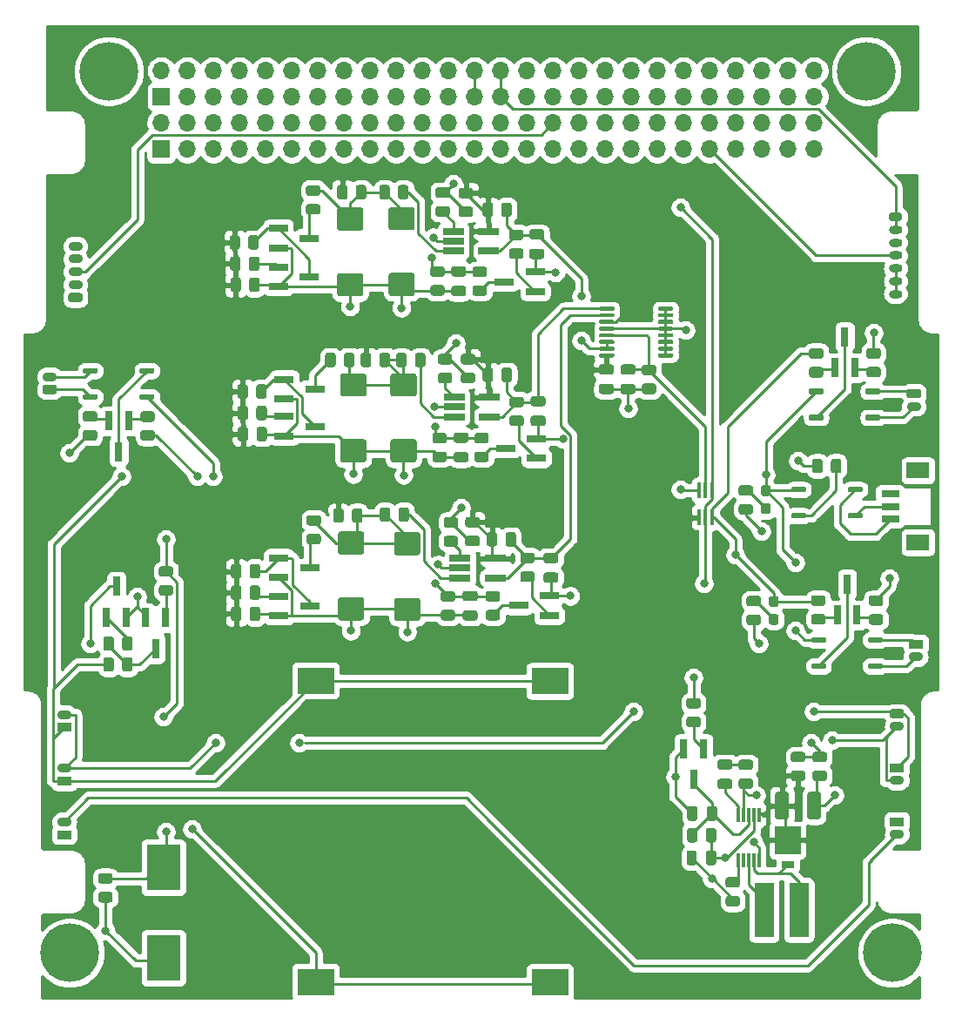
<source format=gbr>
%TF.GenerationSoftware,KiCad,Pcbnew,(5.1.10)-1*%
%TF.CreationDate,2021-11-07T17:42:01-06:00*%
%TF.ProjectId,RADSAT-SK Timer,52414453-4154-42d5-934b-2054696d6572,rev?*%
%TF.SameCoordinates,PX7735940PY2faf080*%
%TF.FileFunction,Copper,L1,Top*%
%TF.FilePolarity,Positive*%
%FSLAX46Y46*%
G04 Gerber Fmt 4.6, Leading zero omitted, Abs format (unit mm)*
G04 Created by KiCad (PCBNEW (5.1.10)-1) date 2021-11-07 17:42:01*
%MOMM*%
%LPD*%
G01*
G04 APERTURE LIST*
%TA.AperFunction,SMDPad,CuDef*%
%ADD10R,1.900000X5.300000*%
%TD*%
%TA.AperFunction,SMDPad,CuDef*%
%ADD11R,0.400000X1.500000*%
%TD*%
%TA.AperFunction,SMDPad,CuDef*%
%ADD12R,1.900000X0.800000*%
%TD*%
%TA.AperFunction,SMDPad,CuDef*%
%ADD13R,2.000000X0.650000*%
%TD*%
%TA.AperFunction,SMDPad,CuDef*%
%ADD14R,0.800000X1.900000*%
%TD*%
%TA.AperFunction,SMDPad,CuDef*%
%ADD15R,3.600000X2.600000*%
%TD*%
%TA.AperFunction,SMDPad,CuDef*%
%ADD16R,1.800000X0.700000*%
%TD*%
%TA.AperFunction,SMDPad,CuDef*%
%ADD17R,2.200000X1.600000*%
%TD*%
%TA.AperFunction,SMDPad,CuDef*%
%ADD18R,3.300000X4.500000*%
%TD*%
%TA.AperFunction,SMDPad,CuDef*%
%ADD19R,2.540000X2.670000*%
%TD*%
%TA.AperFunction,SMDPad,CuDef*%
%ADD20R,1.270000X0.762000*%
%TD*%
%TA.AperFunction,SMDPad,CuDef*%
%ADD21R,0.300000X1.400000*%
%TD*%
%TA.AperFunction,ConnectorPad*%
%ADD22C,5.700000*%
%TD*%
%TA.AperFunction,ComponentPad*%
%ADD23C,3.600000*%
%TD*%
%TA.AperFunction,ComponentPad*%
%ADD24O,1.700000X1.700000*%
%TD*%
%TA.AperFunction,ComponentPad*%
%ADD25R,1.700000X1.700000*%
%TD*%
%TA.AperFunction,ComponentPad*%
%ADD26O,1.400000X0.900000*%
%TD*%
%TA.AperFunction,ComponentPad*%
%ADD27R,1.400000X0.900000*%
%TD*%
%TA.AperFunction,ComponentPad*%
%ADD28O,1.300000X0.800000*%
%TD*%
%TA.AperFunction,ViaPad*%
%ADD29C,0.800000*%
%TD*%
%TA.AperFunction,Conductor*%
%ADD30C,0.250000*%
%TD*%
%TA.AperFunction,Conductor*%
%ADD31C,0.254000*%
%TD*%
%TA.AperFunction,Conductor*%
%ADD32C,0.100000*%
%TD*%
G04 APERTURE END LIST*
D10*
%TO.P,L201,2*%
%TO.N,Net-(D203-Pad2)*%
X-14158000Y-86652000D03*
%TO.P,L201,1*%
%TO.N,Net-(L201-Pad1)*%
X-17558000Y-86652000D03*
%TD*%
%TO.P,D205,2*%
%TO.N,/RADSAT-SK Timer 2/Inhib_in*%
%TA.AperFunction,SMDPad,CuDef*%
G36*
G01*
X-16386500Y-57170000D02*
X-16861500Y-57170000D01*
G75*
G02*
X-17099000Y-56932500I0J237500D01*
G01*
X-17099000Y-56357500D01*
G75*
G02*
X-16861500Y-56120000I237500J0D01*
G01*
X-16386500Y-56120000D01*
G75*
G02*
X-16149000Y-56357500I0J-237500D01*
G01*
X-16149000Y-56932500D01*
G75*
G02*
X-16386500Y-57170000I-237500J0D01*
G01*
G37*
%TD.AperFunction*%
%TO.P,D205,1*%
%TO.N,Net-(D205-Pad1)*%
%TA.AperFunction,SMDPad,CuDef*%
G36*
G01*
X-16386500Y-58920000D02*
X-16861500Y-58920000D01*
G75*
G02*
X-17099000Y-58682500I0J237500D01*
G01*
X-17099000Y-58107500D01*
G75*
G02*
X-16861500Y-57870000I237500J0D01*
G01*
X-16386500Y-57870000D01*
G75*
G02*
X-16149000Y-58107500I0J-237500D01*
G01*
X-16149000Y-58682500D01*
G75*
G02*
X-16386500Y-58920000I-237500J0D01*
G01*
G37*
%TD.AperFunction*%
%TD*%
%TO.P,R217,2*%
%TO.N,GND*%
%TA.AperFunction,SMDPad,CuDef*%
G36*
G01*
X-19024001Y-57920000D02*
X-18123999Y-57920000D01*
G75*
G02*
X-17874000Y-58169999I0J-249999D01*
G01*
X-17874000Y-58695001D01*
G75*
G02*
X-18123999Y-58945000I-249999J0D01*
G01*
X-19024001Y-58945000D01*
G75*
G02*
X-19274000Y-58695001I0J249999D01*
G01*
X-19274000Y-58169999D01*
G75*
G02*
X-19024001Y-57920000I249999J0D01*
G01*
G37*
%TD.AperFunction*%
%TO.P,R217,1*%
%TO.N,Net-(D205-Pad1)*%
%TA.AperFunction,SMDPad,CuDef*%
G36*
G01*
X-19024001Y-56095000D02*
X-18123999Y-56095000D01*
G75*
G02*
X-17874000Y-56344999I0J-249999D01*
G01*
X-17874000Y-56870001D01*
G75*
G02*
X-18123999Y-57120000I-249999J0D01*
G01*
X-19024001Y-57120000D01*
G75*
G02*
X-19274000Y-56870001I0J249999D01*
G01*
X-19274000Y-56344999D01*
G75*
G02*
X-19024001Y-56095000I249999J0D01*
G01*
G37*
%TD.AperFunction*%
%TD*%
%TO.P,R214,2*%
%TO.N,GND*%
%TA.AperFunction,SMDPad,CuDef*%
G36*
G01*
X-6457119Y-33028160D02*
X-7357121Y-33028160D01*
G75*
G02*
X-7607120Y-32778161I0J249999D01*
G01*
X-7607120Y-32253159D01*
G75*
G02*
X-7357121Y-32003160I249999J0D01*
G01*
X-6457119Y-32003160D01*
G75*
G02*
X-6207120Y-32253159I0J-249999D01*
G01*
X-6207120Y-32778161D01*
G75*
G02*
X-6457119Y-33028160I-249999J0D01*
G01*
G37*
%TD.AperFunction*%
%TO.P,R214,1*%
%TO.N,Net-(Q205-Pad2)*%
%TA.AperFunction,SMDPad,CuDef*%
G36*
G01*
X-6457119Y-34853160D02*
X-7357121Y-34853160D01*
G75*
G02*
X-7607120Y-34603161I0J249999D01*
G01*
X-7607120Y-34078159D01*
G75*
G02*
X-7357121Y-33828160I249999J0D01*
G01*
X-6457119Y-33828160D01*
G75*
G02*
X-6207120Y-34078159I0J-249999D01*
G01*
X-6207120Y-34603161D01*
G75*
G02*
X-6457119Y-34853160I-249999J0D01*
G01*
G37*
%TD.AperFunction*%
%TD*%
D11*
%TO.P,D204,6*%
%TO.N,InhibV+*%
X-23894999Y-45812999D03*
%TO.P,D204,5*%
%TO.N,Inhib_EN*%
X-23244999Y-45812999D03*
%TO.P,D204,4*%
%TO.N,+5V*%
X-22594999Y-45812999D03*
%TO.P,D204,3*%
%TO.N,/RADSAT-SK Timer 2/Inhib_in*%
X-22594999Y-48472999D03*
%TO.P,D204,2*%
%TO.N,+5V*%
X-23244999Y-48472999D03*
%TO.P,D204,1*%
%TO.N,+BATT*%
X-23894999Y-48472999D03*
%TD*%
%TO.P,C102,2*%
%TO.N,GND*%
%TA.AperFunction,SMDPad,CuDef*%
G36*
G01*
X-53822061Y-24690824D02*
X-51772059Y-24690824D01*
G75*
G02*
X-51522060Y-24940823I0J-249999D01*
G01*
X-51522060Y-26690825D01*
G75*
G02*
X-51772059Y-26940824I-249999J0D01*
G01*
X-53822061Y-26940824D01*
G75*
G02*
X-54072060Y-26690825I0J249999D01*
G01*
X-54072060Y-24940823D01*
G75*
G02*
X-53822061Y-24690824I249999J0D01*
G01*
G37*
%TD.AperFunction*%
%TO.P,C102,1*%
%TO.N,Net-(C101-Pad1)*%
%TA.AperFunction,SMDPad,CuDef*%
G36*
G01*
X-53822061Y-18290824D02*
X-51772059Y-18290824D01*
G75*
G02*
X-51522060Y-18540823I0J-249999D01*
G01*
X-51522060Y-20290825D01*
G75*
G02*
X-51772059Y-20540824I-249999J0D01*
G01*
X-53822061Y-20540824D01*
G75*
G02*
X-54072060Y-20290825I0J249999D01*
G01*
X-54072060Y-18540823D01*
G75*
G02*
X-53822061Y-18290824I249999J0D01*
G01*
G37*
%TD.AperFunction*%
%TD*%
%TO.P,C101,2*%
%TO.N,GND*%
%TA.AperFunction,SMDPad,CuDef*%
G36*
G01*
X-58839001Y-24725000D02*
X-56788999Y-24725000D01*
G75*
G02*
X-56539000Y-24974999I0J-249999D01*
G01*
X-56539000Y-26725001D01*
G75*
G02*
X-56788999Y-26975000I-249999J0D01*
G01*
X-58839001Y-26975000D01*
G75*
G02*
X-59089000Y-26725001I0J249999D01*
G01*
X-59089000Y-24974999D01*
G75*
G02*
X-58839001Y-24725000I249999J0D01*
G01*
G37*
%TD.AperFunction*%
%TO.P,C101,1*%
%TO.N,Net-(C101-Pad1)*%
%TA.AperFunction,SMDPad,CuDef*%
G36*
G01*
X-58839001Y-18325000D02*
X-56788999Y-18325000D01*
G75*
G02*
X-56539000Y-18574999I0J-249999D01*
G01*
X-56539000Y-20325001D01*
G75*
G02*
X-56788999Y-20575000I-249999J0D01*
G01*
X-58839001Y-20575000D01*
G75*
G02*
X-59089000Y-20325001I0J249999D01*
G01*
X-59089000Y-18574999D01*
G75*
G02*
X-58839001Y-18325000I249999J0D01*
G01*
G37*
%TD.AperFunction*%
%TD*%
%TO.P,R103,2*%
%TO.N,+BATT*%
%TA.AperFunction,SMDPad,CuDef*%
G36*
G01*
X-68528600Y-21284799D02*
X-68528600Y-22184801D01*
G75*
G02*
X-68778599Y-22434800I-249999J0D01*
G01*
X-69303601Y-22434800D01*
G75*
G02*
X-69553600Y-22184801I0J249999D01*
G01*
X-69553600Y-21284799D01*
G75*
G02*
X-69303601Y-21034800I249999J0D01*
G01*
X-68778599Y-21034800D01*
G75*
G02*
X-68528600Y-21284799I0J-249999D01*
G01*
G37*
%TD.AperFunction*%
%TO.P,R103,1*%
%TO.N,Net-(Q101-Pad3)*%
%TA.AperFunction,SMDPad,CuDef*%
G36*
G01*
X-66703600Y-21284799D02*
X-66703600Y-22184801D01*
G75*
G02*
X-66953599Y-22434800I-249999J0D01*
G01*
X-67478601Y-22434800D01*
G75*
G02*
X-67728600Y-22184801I0J249999D01*
G01*
X-67728600Y-21284799D01*
G75*
G02*
X-67478601Y-21034800I249999J0D01*
G01*
X-66953599Y-21034800D01*
G75*
G02*
X-66703600Y-21284799I0J-249999D01*
G01*
G37*
%TD.AperFunction*%
%TD*%
%TO.P,C104,2*%
%TO.N,GND*%
%TA.AperFunction,SMDPad,CuDef*%
G36*
G01*
X-40139000Y-22350000D02*
X-39189000Y-22350000D01*
G75*
G02*
X-38939000Y-22600000I0J-250000D01*
G01*
X-38939000Y-23100000D01*
G75*
G02*
X-39189000Y-23350000I-250000J0D01*
G01*
X-40139000Y-23350000D01*
G75*
G02*
X-40389000Y-23100000I0J250000D01*
G01*
X-40389000Y-22600000D01*
G75*
G02*
X-40139000Y-22350000I250000J0D01*
G01*
G37*
%TD.AperFunction*%
%TO.P,C104,1*%
%TO.N,Timer_A_out*%
%TA.AperFunction,SMDPad,CuDef*%
G36*
G01*
X-40139000Y-20450000D02*
X-39189000Y-20450000D01*
G75*
G02*
X-38939000Y-20700000I0J-250000D01*
G01*
X-38939000Y-21200000D01*
G75*
G02*
X-39189000Y-21450000I-250000J0D01*
G01*
X-40139000Y-21450000D01*
G75*
G02*
X-40389000Y-21200000I0J250000D01*
G01*
X-40389000Y-20700000D01*
G75*
G02*
X-40139000Y-20450000I250000J0D01*
G01*
G37*
%TD.AperFunction*%
%TD*%
%TO.P,R105,2*%
%TO.N,Net-(C101-Pad1)*%
%TA.AperFunction,SMDPad,CuDef*%
G36*
G01*
X-57264000Y-17300001D02*
X-57264000Y-16399999D01*
G75*
G02*
X-57014001Y-16150000I249999J0D01*
G01*
X-56488999Y-16150000D01*
G75*
G02*
X-56239000Y-16399999I0J-249999D01*
G01*
X-56239000Y-17300001D01*
G75*
G02*
X-56488999Y-17550000I-249999J0D01*
G01*
X-57014001Y-17550000D01*
G75*
G02*
X-57264000Y-17300001I0J249999D01*
G01*
G37*
%TD.AperFunction*%
%TO.P,R105,1*%
%TO.N,+BATT*%
%TA.AperFunction,SMDPad,CuDef*%
G36*
G01*
X-59089000Y-17300001D02*
X-59089000Y-16399999D01*
G75*
G02*
X-58839001Y-16150000I249999J0D01*
G01*
X-58313999Y-16150000D01*
G75*
G02*
X-58064000Y-16399999I0J-249999D01*
G01*
X-58064000Y-17300001D01*
G75*
G02*
X-58313999Y-17550000I-249999J0D01*
G01*
X-58839001Y-17550000D01*
G75*
G02*
X-59089000Y-17300001I0J249999D01*
G01*
G37*
%TD.AperFunction*%
%TD*%
%TO.P,R102,2*%
%TO.N,+BATT*%
%TA.AperFunction,SMDPad,CuDef*%
G36*
G01*
X-68461160Y-23358423D02*
X-68461160Y-24258425D01*
G75*
G02*
X-68711159Y-24508424I-249999J0D01*
G01*
X-69236161Y-24508424D01*
G75*
G02*
X-69486160Y-24258425I0J249999D01*
G01*
X-69486160Y-23358423D01*
G75*
G02*
X-69236161Y-23108424I249999J0D01*
G01*
X-68711159Y-23108424D01*
G75*
G02*
X-68461160Y-23358423I0J-249999D01*
G01*
G37*
%TD.AperFunction*%
%TO.P,R102,1*%
%TO.N,Net-(Q101-Pad1)*%
%TA.AperFunction,SMDPad,CuDef*%
G36*
G01*
X-66636160Y-23358423D02*
X-66636160Y-24258425D01*
G75*
G02*
X-66886159Y-24508424I-249999J0D01*
G01*
X-67411161Y-24508424D01*
G75*
G02*
X-67661160Y-24258425I0J249999D01*
G01*
X-67661160Y-23358423D01*
G75*
G02*
X-67411161Y-23108424I249999J0D01*
G01*
X-66886159Y-23108424D01*
G75*
G02*
X-66636160Y-23358423I0J-249999D01*
G01*
G37*
%TD.AperFunction*%
%TD*%
%TO.P,R101,2*%
%TO.N,GND*%
%TA.AperFunction,SMDPad,CuDef*%
G36*
G01*
X-67627000Y-26299601D02*
X-67627000Y-25399599D01*
G75*
G02*
X-67377001Y-25149600I249999J0D01*
G01*
X-66851999Y-25149600D01*
G75*
G02*
X-66602000Y-25399599I0J-249999D01*
G01*
X-66602000Y-26299601D01*
G75*
G02*
X-66851999Y-26549600I-249999J0D01*
G01*
X-67377001Y-26549600D01*
G75*
G02*
X-67627000Y-26299601I0J249999D01*
G01*
G37*
%TD.AperFunction*%
%TO.P,R101,1*%
%TO.N,+BATT*%
%TA.AperFunction,SMDPad,CuDef*%
G36*
G01*
X-69452000Y-26299601D02*
X-69452000Y-25399599D01*
G75*
G02*
X-69202001Y-25149600I249999J0D01*
G01*
X-68676999Y-25149600D01*
G75*
G02*
X-68427000Y-25399599I0J-249999D01*
G01*
X-68427000Y-26299601D01*
G75*
G02*
X-68676999Y-26549600I-249999J0D01*
G01*
X-69202001Y-26549600D01*
G75*
G02*
X-69452000Y-26299601I0J249999D01*
G01*
G37*
%TD.AperFunction*%
%TD*%
%TO.P,R104,2*%
%TO.N,Net-(C101-Pad1)*%
%TA.AperFunction,SMDPad,CuDef*%
G36*
G01*
X-60963999Y-17200000D02*
X-61864001Y-17200000D01*
G75*
G02*
X-62114000Y-16950001I0J249999D01*
G01*
X-62114000Y-16424999D01*
G75*
G02*
X-61864001Y-16175000I249999J0D01*
G01*
X-60963999Y-16175000D01*
G75*
G02*
X-60714000Y-16424999I0J-249999D01*
G01*
X-60714000Y-16950001D01*
G75*
G02*
X-60963999Y-17200000I-249999J0D01*
G01*
G37*
%TD.AperFunction*%
%TO.P,R104,1*%
%TO.N,Net-(Q104-Pad3)*%
%TA.AperFunction,SMDPad,CuDef*%
G36*
G01*
X-60963999Y-19025000D02*
X-61864001Y-19025000D01*
G75*
G02*
X-62114000Y-18775001I0J249999D01*
G01*
X-62114000Y-18249999D01*
G75*
G02*
X-61864001Y-18000000I249999J0D01*
G01*
X-60963999Y-18000000D01*
G75*
G02*
X-60714000Y-18249999I0J-249999D01*
G01*
X-60714000Y-18775001D01*
G75*
G02*
X-60963999Y-19025000I-249999J0D01*
G01*
G37*
%TD.AperFunction*%
%TD*%
%TO.P,C103,2*%
%TO.N,GND*%
%TA.AperFunction,SMDPad,CuDef*%
G36*
G01*
X-47739000Y-25950000D02*
X-46789000Y-25950000D01*
G75*
G02*
X-46539000Y-26200000I0J-250000D01*
G01*
X-46539000Y-26700000D01*
G75*
G02*
X-46789000Y-26950000I-250000J0D01*
G01*
X-47739000Y-26950000D01*
G75*
G02*
X-47989000Y-26700000I0J250000D01*
G01*
X-47989000Y-26200000D01*
G75*
G02*
X-47739000Y-25950000I250000J0D01*
G01*
G37*
%TD.AperFunction*%
%TO.P,C103,1*%
%TO.N,Net-(C103-Pad1)*%
%TA.AperFunction,SMDPad,CuDef*%
G36*
G01*
X-47739000Y-24050000D02*
X-46789000Y-24050000D01*
G75*
G02*
X-46539000Y-24300000I0J-250000D01*
G01*
X-46539000Y-24800000D01*
G75*
G02*
X-46789000Y-25050000I-250000J0D01*
G01*
X-47739000Y-25050000D01*
G75*
G02*
X-47989000Y-24800000I0J250000D01*
G01*
X-47989000Y-24300000D01*
G75*
G02*
X-47739000Y-24050000I250000J0D01*
G01*
G37*
%TD.AperFunction*%
%TD*%
%TO.P,R109,2*%
%TO.N,Net-(C101-Pad1)*%
%TA.AperFunction,SMDPad,CuDef*%
G36*
G01*
X-53964000Y-16399999D02*
X-53964000Y-17300001D01*
G75*
G02*
X-54213999Y-17550000I-249999J0D01*
G01*
X-54739001Y-17550000D01*
G75*
G02*
X-54989000Y-17300001I0J249999D01*
G01*
X-54989000Y-16399999D01*
G75*
G02*
X-54739001Y-16150000I249999J0D01*
G01*
X-54213999Y-16150000D01*
G75*
G02*
X-53964000Y-16399999I0J-249999D01*
G01*
G37*
%TD.AperFunction*%
%TO.P,R109,1*%
%TO.N,Net-(R109-Pad1)*%
%TA.AperFunction,SMDPad,CuDef*%
G36*
G01*
X-52139000Y-16399999D02*
X-52139000Y-17300001D01*
G75*
G02*
X-52388999Y-17550000I-249999J0D01*
G01*
X-52914001Y-17550000D01*
G75*
G02*
X-53164000Y-17300001I0J249999D01*
G01*
X-53164000Y-16399999D01*
G75*
G02*
X-52914001Y-16150000I249999J0D01*
G01*
X-52388999Y-16150000D01*
G75*
G02*
X-52139000Y-16399999I0J-249999D01*
G01*
G37*
%TD.AperFunction*%
%TD*%
%TO.P,R108,2*%
%TO.N,Net-(C103-Pad1)*%
%TA.AperFunction,SMDPad,CuDef*%
G36*
G01*
X-44763999Y-25100000D02*
X-45664001Y-25100000D01*
G75*
G02*
X-45914000Y-24850001I0J249999D01*
G01*
X-45914000Y-24324999D01*
G75*
G02*
X-45664001Y-24075000I249999J0D01*
G01*
X-44763999Y-24075000D01*
G75*
G02*
X-44514000Y-24324999I0J-249999D01*
G01*
X-44514000Y-24850001D01*
G75*
G02*
X-44763999Y-25100000I-249999J0D01*
G01*
G37*
%TD.AperFunction*%
%TO.P,R108,1*%
%TO.N,Net-(Q107-Pad3)*%
%TA.AperFunction,SMDPad,CuDef*%
G36*
G01*
X-44763999Y-26925000D02*
X-45664001Y-26925000D01*
G75*
G02*
X-45914000Y-26675001I0J249999D01*
G01*
X-45914000Y-26149999D01*
G75*
G02*
X-45664001Y-25900000I249999J0D01*
G01*
X-44763999Y-25900000D01*
G75*
G02*
X-44514000Y-26149999I0J-249999D01*
G01*
X-44514000Y-26675001D01*
G75*
G02*
X-44763999Y-26925000I-249999J0D01*
G01*
G37*
%TD.AperFunction*%
%TD*%
%TO.P,R112,2*%
%TO.N,+BATT*%
%TA.AperFunction,SMDPad,CuDef*%
G36*
G01*
X-43914000Y-18099999D02*
X-43914000Y-19000001D01*
G75*
G02*
X-44163999Y-19250000I-249999J0D01*
G01*
X-44689001Y-19250000D01*
G75*
G02*
X-44939000Y-19000001I0J249999D01*
G01*
X-44939000Y-18099999D01*
G75*
G02*
X-44689001Y-17850000I249999J0D01*
G01*
X-44163999Y-17850000D01*
G75*
G02*
X-43914000Y-18099999I0J-249999D01*
G01*
G37*
%TD.AperFunction*%
%TO.P,R112,1*%
%TO.N,Timer_A_out*%
%TA.AperFunction,SMDPad,CuDef*%
G36*
G01*
X-42089000Y-18099999D02*
X-42089000Y-19000001D01*
G75*
G02*
X-42338999Y-19250000I-249999J0D01*
G01*
X-42864001Y-19250000D01*
G75*
G02*
X-43114000Y-19000001I0J249999D01*
G01*
X-43114000Y-18099999D01*
G75*
G02*
X-42864001Y-17850000I249999J0D01*
G01*
X-42338999Y-17850000D01*
G75*
G02*
X-42089000Y-18099999I0J-249999D01*
G01*
G37*
%TD.AperFunction*%
%TD*%
%TO.P,R107,2*%
%TO.N,GND*%
%TA.AperFunction,SMDPad,CuDef*%
G36*
G01*
X-49764001Y-25887500D02*
X-48863999Y-25887500D01*
G75*
G02*
X-48614000Y-26137499I0J-249999D01*
G01*
X-48614000Y-26662501D01*
G75*
G02*
X-48863999Y-26912500I-249999J0D01*
G01*
X-49764001Y-26912500D01*
G75*
G02*
X-50014000Y-26662501I0J249999D01*
G01*
X-50014000Y-26137499D01*
G75*
G02*
X-49764001Y-25887500I249999J0D01*
G01*
G37*
%TD.AperFunction*%
%TO.P,R107,1*%
%TO.N,Net-(C103-Pad1)*%
%TA.AperFunction,SMDPad,CuDef*%
G36*
G01*
X-49764001Y-24062500D02*
X-48863999Y-24062500D01*
G75*
G02*
X-48614000Y-24312499I0J-249999D01*
G01*
X-48614000Y-24837501D01*
G75*
G02*
X-48863999Y-25087500I-249999J0D01*
G01*
X-49764001Y-25087500D01*
G75*
G02*
X-50014000Y-24837501I0J249999D01*
G01*
X-50014000Y-24312499D01*
G75*
G02*
X-49764001Y-24062500I249999J0D01*
G01*
G37*
%TD.AperFunction*%
%TD*%
%TO.P,R106,2*%
%TO.N,Net-(C103-Pad1)*%
%TA.AperFunction,SMDPad,CuDef*%
G36*
G01*
X-47014001Y-18250000D02*
X-46113999Y-18250000D01*
G75*
G02*
X-45864000Y-18499999I0J-249999D01*
G01*
X-45864000Y-19025001D01*
G75*
G02*
X-46113999Y-19275000I-249999J0D01*
G01*
X-47014001Y-19275000D01*
G75*
G02*
X-47264000Y-19025001I0J249999D01*
G01*
X-47264000Y-18499999D01*
G75*
G02*
X-47014001Y-18250000I249999J0D01*
G01*
G37*
%TD.AperFunction*%
%TO.P,R106,1*%
%TO.N,+BATT*%
%TA.AperFunction,SMDPad,CuDef*%
G36*
G01*
X-47014001Y-16425000D02*
X-46113999Y-16425000D01*
G75*
G02*
X-45864000Y-16674999I0J-249999D01*
G01*
X-45864000Y-17200001D01*
G75*
G02*
X-46113999Y-17450000I-249999J0D01*
G01*
X-47014001Y-17450000D01*
G75*
G02*
X-47264000Y-17200001I0J249999D01*
G01*
X-47264000Y-16674999D01*
G75*
G02*
X-47014001Y-16425000I249999J0D01*
G01*
G37*
%TD.AperFunction*%
%TD*%
%TO.P,R111,2*%
%TO.N,Net-(Q107-Pad1)*%
%TA.AperFunction,SMDPad,CuDef*%
G36*
G01*
X-42114001Y-22300000D02*
X-41213999Y-22300000D01*
G75*
G02*
X-40964000Y-22549999I0J-249999D01*
G01*
X-40964000Y-23075001D01*
G75*
G02*
X-41213999Y-23325000I-249999J0D01*
G01*
X-42114001Y-23325000D01*
G75*
G02*
X-42364000Y-23075001I0J249999D01*
G01*
X-42364000Y-22549999D01*
G75*
G02*
X-42114001Y-22300000I249999J0D01*
G01*
G37*
%TD.AperFunction*%
%TO.P,R111,1*%
%TO.N,Timer_A_out*%
%TA.AperFunction,SMDPad,CuDef*%
G36*
G01*
X-42114001Y-20475000D02*
X-41213999Y-20475000D01*
G75*
G02*
X-40964000Y-20724999I0J-249999D01*
G01*
X-40964000Y-21250001D01*
G75*
G02*
X-41213999Y-21500000I-249999J0D01*
G01*
X-42114001Y-21500000D01*
G75*
G02*
X-42364000Y-21250001I0J249999D01*
G01*
X-42364000Y-20724999D01*
G75*
G02*
X-42114001Y-20475000I249999J0D01*
G01*
G37*
%TD.AperFunction*%
%TD*%
%TO.P,R110,2*%
%TO.N,Net-(C103-Pad1)*%
%TA.AperFunction,SMDPad,CuDef*%
G36*
G01*
X-48363999Y-17400000D02*
X-49264001Y-17400000D01*
G75*
G02*
X-49514000Y-17150001I0J249999D01*
G01*
X-49514000Y-16624999D01*
G75*
G02*
X-49264001Y-16375000I249999J0D01*
G01*
X-48363999Y-16375000D01*
G75*
G02*
X-48114000Y-16624999I0J-249999D01*
G01*
X-48114000Y-17150001D01*
G75*
G02*
X-48363999Y-17400000I-249999J0D01*
G01*
G37*
%TD.AperFunction*%
%TO.P,R110,1*%
%TO.N,Net-(R110-Pad1)*%
%TA.AperFunction,SMDPad,CuDef*%
G36*
G01*
X-48363999Y-19225000D02*
X-49264001Y-19225000D01*
G75*
G02*
X-49514000Y-18975001I0J249999D01*
G01*
X-49514000Y-18449999D01*
G75*
G02*
X-49264001Y-18200000I249999J0D01*
G01*
X-48363999Y-18200000D01*
G75*
G02*
X-48114000Y-18449999I0J-249999D01*
G01*
X-48114000Y-18975001D01*
G75*
G02*
X-48363999Y-19225000I-249999J0D01*
G01*
G37*
%TD.AperFunction*%
%TD*%
D12*
%TO.P,Q107,3*%
%TO.N,Net-(Q107-Pad3)*%
X-42814000Y-25550000D03*
%TO.P,Q107,2*%
%TO.N,GND*%
X-39814000Y-24600000D03*
%TO.P,Q107,1*%
%TO.N,Net-(Q107-Pad1)*%
X-39814000Y-26500000D03*
%TD*%
%TO.P,Q104,3*%
%TO.N,Net-(Q104-Pad3)*%
X-61795060Y-21317824D03*
%TO.P,Q104,2*%
%TO.N,GND*%
X-64795060Y-22267824D03*
%TO.P,Q104,1*%
%TO.N,Net-(Q101-Pad3)*%
X-64795060Y-20367824D03*
%TD*%
D13*
%TO.P,U101,5*%
%TO.N,+BATT*%
X-44354000Y-20650000D03*
%TO.P,U101,4*%
%TO.N,Timer_A_out*%
X-44354000Y-22550000D03*
%TO.P,U101,3*%
%TO.N,Net-(R109-Pad1)*%
X-47774000Y-22550000D03*
%TO.P,U101,2*%
%TO.N,GND*%
X-47774000Y-21600000D03*
%TO.P,U101,1*%
%TO.N,Net-(R110-Pad1)*%
X-47774000Y-20650000D03*
%TD*%
D12*
%TO.P,Q101,3*%
%TO.N,Net-(Q101-Pad3)*%
X-61777200Y-25062200D03*
%TO.P,Q101,2*%
%TO.N,GND*%
X-64777200Y-26012200D03*
%TO.P,Q101,1*%
%TO.N,Net-(Q101-Pad1)*%
X-64777200Y-24112200D03*
%TD*%
%TO.P,R221,2*%
%TO.N,Net-(BT201-Pad1)*%
%TA.AperFunction,SMDPad,CuDef*%
G36*
G01*
X-80799500Y-62325999D02*
X-80799500Y-63226001D01*
G75*
G02*
X-81049499Y-63476000I-249999J0D01*
G01*
X-81574501Y-63476000D01*
G75*
G02*
X-81824500Y-63226001I0J249999D01*
G01*
X-81824500Y-62325999D01*
G75*
G02*
X-81574501Y-62076000I249999J0D01*
G01*
X-81049499Y-62076000D01*
G75*
G02*
X-80799500Y-62325999I0J-249999D01*
G01*
G37*
%TD.AperFunction*%
%TO.P,R221,1*%
%TO.N,Net-(Q207-Pad3)*%
%TA.AperFunction,SMDPad,CuDef*%
G36*
G01*
X-78974500Y-62325999D02*
X-78974500Y-63226001D01*
G75*
G02*
X-79224499Y-63476000I-249999J0D01*
G01*
X-79749501Y-63476000D01*
G75*
G02*
X-79999500Y-63226001I0J249999D01*
G01*
X-79999500Y-62325999D01*
G75*
G02*
X-79749501Y-62076000I249999J0D01*
G01*
X-79224499Y-62076000D01*
G75*
G02*
X-78974500Y-62325999I0J-249999D01*
G01*
G37*
%TD.AperFunction*%
%TD*%
%TO.P,R220,2*%
%TO.N,Net-(D201-Pad1)*%
%TA.AperFunction,SMDPad,CuDef*%
G36*
G01*
X-75273999Y-54248000D02*
X-76174001Y-54248000D01*
G75*
G02*
X-76424000Y-53998001I0J249999D01*
G01*
X-76424000Y-53472999D01*
G75*
G02*
X-76174001Y-53223000I249999J0D01*
G01*
X-75273999Y-53223000D01*
G75*
G02*
X-75024000Y-53472999I0J-249999D01*
G01*
X-75024000Y-53998001D01*
G75*
G02*
X-75273999Y-54248000I-249999J0D01*
G01*
G37*
%TD.AperFunction*%
%TO.P,R220,1*%
%TO.N,Net-(Q207-Pad1)*%
%TA.AperFunction,SMDPad,CuDef*%
G36*
G01*
X-75273999Y-56073000D02*
X-76174001Y-56073000D01*
G75*
G02*
X-76424000Y-55823001I0J249999D01*
G01*
X-76424000Y-55297999D01*
G75*
G02*
X-76174001Y-55048000I249999J0D01*
G01*
X-75273999Y-55048000D01*
G75*
G02*
X-75024000Y-55297999I0J-249999D01*
G01*
X-75024000Y-55823001D01*
G75*
G02*
X-75273999Y-56073000I-249999J0D01*
G01*
G37*
%TD.AperFunction*%
%TD*%
D14*
%TO.P,Q207,3*%
%TO.N,Net-(Q207-Pad3)*%
X-76740000Y-61228000D03*
%TO.P,Q207,2*%
%TO.N,Net-(BT201-Pad2)*%
X-77690000Y-58228000D03*
%TO.P,Q207,1*%
%TO.N,Net-(Q207-Pad1)*%
X-75790000Y-58228000D03*
%TD*%
%TO.P,C107,2*%
%TO.N,GND*%
%TA.AperFunction,SMDPad,CuDef*%
G36*
G01*
X-53647941Y-40872400D02*
X-51597939Y-40872400D01*
G75*
G02*
X-51347940Y-41122399I0J-249999D01*
G01*
X-51347940Y-42872401D01*
G75*
G02*
X-51597939Y-43122400I-249999J0D01*
G01*
X-53647941Y-43122400D01*
G75*
G02*
X-53897940Y-42872401I0J249999D01*
G01*
X-53897940Y-41122399D01*
G75*
G02*
X-53647941Y-40872400I249999J0D01*
G01*
G37*
%TD.AperFunction*%
%TO.P,C107,1*%
%TO.N,Net-(C105-Pad1)*%
%TA.AperFunction,SMDPad,CuDef*%
G36*
G01*
X-53647941Y-34472400D02*
X-51597939Y-34472400D01*
G75*
G02*
X-51347940Y-34722399I0J-249999D01*
G01*
X-51347940Y-36472401D01*
G75*
G02*
X-51597939Y-36722400I-249999J0D01*
G01*
X-53647941Y-36722400D01*
G75*
G02*
X-53897940Y-36472401I0J249999D01*
G01*
X-53897940Y-34722399D01*
G75*
G02*
X-53647941Y-34472400I249999J0D01*
G01*
G37*
%TD.AperFunction*%
%TD*%
%TO.P,R137,1*%
%TO.N,GND*%
%TA.AperFunction,SMDPad,CuDef*%
G36*
G01*
X-28301999Y-36473000D02*
X-29202001Y-36473000D01*
G75*
G02*
X-29452000Y-36223001I0J249999D01*
G01*
X-29452000Y-35697999D01*
G75*
G02*
X-29202001Y-35448000I249999J0D01*
G01*
X-28301999Y-35448000D01*
G75*
G02*
X-28052000Y-35697999I0J-249999D01*
G01*
X-28052000Y-36223001D01*
G75*
G02*
X-28301999Y-36473000I-249999J0D01*
G01*
G37*
%TD.AperFunction*%
%TO.P,R137,2*%
%TO.N,Inhib_EN*%
%TA.AperFunction,SMDPad,CuDef*%
G36*
G01*
X-28301999Y-34648000D02*
X-29202001Y-34648000D01*
G75*
G02*
X-29452000Y-34398001I0J249999D01*
G01*
X-29452000Y-33872999D01*
G75*
G02*
X-29202001Y-33623000I249999J0D01*
G01*
X-28301999Y-33623000D01*
G75*
G02*
X-28052000Y-33872999I0J-249999D01*
G01*
X-28052000Y-34398001D01*
G75*
G02*
X-28301999Y-34648000I-249999J0D01*
G01*
G37*
%TD.AperFunction*%
%TD*%
%TO.P,C114,1*%
%TO.N,+BATT*%
%TA.AperFunction,SMDPad,CuDef*%
G36*
G01*
X-33377000Y-33578000D02*
X-32427000Y-33578000D01*
G75*
G02*
X-32177000Y-33828000I0J-250000D01*
G01*
X-32177000Y-34328000D01*
G75*
G02*
X-32427000Y-34578000I-250000J0D01*
G01*
X-33377000Y-34578000D01*
G75*
G02*
X-33627000Y-34328000I0J250000D01*
G01*
X-33627000Y-33828000D01*
G75*
G02*
X-33377000Y-33578000I250000J0D01*
G01*
G37*
%TD.AperFunction*%
%TO.P,C114,2*%
%TO.N,GND*%
%TA.AperFunction,SMDPad,CuDef*%
G36*
G01*
X-33377000Y-35478000D02*
X-32427000Y-35478000D01*
G75*
G02*
X-32177000Y-35728000I0J-250000D01*
G01*
X-32177000Y-36228000D01*
G75*
G02*
X-32427000Y-36478000I-250000J0D01*
G01*
X-33377000Y-36478000D01*
G75*
G02*
X-33627000Y-36228000I0J250000D01*
G01*
X-33627000Y-35728000D01*
G75*
G02*
X-33377000Y-35478000I250000J0D01*
G01*
G37*
%TD.AperFunction*%
%TD*%
%TO.P,C113,1*%
%TO.N,Inhib_EN*%
%TA.AperFunction,SMDPad,CuDef*%
G36*
G01*
X-31267000Y-33588000D02*
X-30317000Y-33588000D01*
G75*
G02*
X-30067000Y-33838000I0J-250000D01*
G01*
X-30067000Y-34338000D01*
G75*
G02*
X-30317000Y-34588000I-250000J0D01*
G01*
X-31267000Y-34588000D01*
G75*
G02*
X-31517000Y-34338000I0J250000D01*
G01*
X-31517000Y-33838000D01*
G75*
G02*
X-31267000Y-33588000I250000J0D01*
G01*
G37*
%TD.AperFunction*%
%TO.P,C113,2*%
%TO.N,GND*%
%TA.AperFunction,SMDPad,CuDef*%
G36*
G01*
X-31267000Y-35488000D02*
X-30317000Y-35488000D01*
G75*
G02*
X-30067000Y-35738000I0J-250000D01*
G01*
X-30067000Y-36238000D01*
G75*
G02*
X-30317000Y-36488000I-250000J0D01*
G01*
X-31267000Y-36488000D01*
G75*
G02*
X-31517000Y-36238000I0J250000D01*
G01*
X-31517000Y-35738000D01*
G75*
G02*
X-31267000Y-35488000I250000J0D01*
G01*
G37*
%TD.AperFunction*%
%TD*%
D15*
%TO.P,BT201,1*%
%TO.N,Net-(BT201-Pad1)*%
X-61169800Y-64331200D03*
%TO.P,BT201,2*%
%TO.N,Net-(BT201-Pad2)*%
X-61169800Y-93631200D03*
%TD*%
%TO.P,BT202,1*%
%TO.N,Net-(BT201-Pad1)*%
X-38386000Y-64379820D03*
%TO.P,BT202,2*%
%TO.N,Net-(BT201-Pad2)*%
X-38386000Y-93679820D03*
%TD*%
D16*
%TO.P,J203,3*%
%TO.N,N/C*%
X-5292000Y-46150000D03*
%TO.P,J203,2*%
%TO.N,Net-(J203-Pad2)*%
X-5292000Y-47400000D03*
%TO.P,J203,1*%
%TO.N,Net-(J203-Pad1)*%
X-5292000Y-48650000D03*
D17*
%TO.P,J203,MP*%
%TO.N,N/C*%
X-2592000Y-50900000D03*
X-2592000Y-43900000D03*
%TD*%
%TO.P,R209,2*%
%TO.N,GND*%
%TA.AperFunction,SMDPad,CuDef*%
G36*
G01*
X-19786001Y-47174000D02*
X-18885999Y-47174000D01*
G75*
G02*
X-18636000Y-47423999I0J-249999D01*
G01*
X-18636000Y-47949001D01*
G75*
G02*
X-18885999Y-48199000I-249999J0D01*
G01*
X-19786001Y-48199000D01*
G75*
G02*
X-20036000Y-47949001I0J249999D01*
G01*
X-20036000Y-47423999D01*
G75*
G02*
X-19786001Y-47174000I249999J0D01*
G01*
G37*
%TD.AperFunction*%
%TO.P,R209,1*%
%TO.N,Net-(D206-Pad1)*%
%TA.AperFunction,SMDPad,CuDef*%
G36*
G01*
X-19786001Y-45349000D02*
X-18885999Y-45349000D01*
G75*
G02*
X-18636000Y-45598999I0J-249999D01*
G01*
X-18636000Y-46124001D01*
G75*
G02*
X-18885999Y-46374000I-249999J0D01*
G01*
X-19786001Y-46374000D01*
G75*
G02*
X-20036000Y-46124001I0J249999D01*
G01*
X-20036000Y-45598999D01*
G75*
G02*
X-19786001Y-45349000I249999J0D01*
G01*
G37*
%TD.AperFunction*%
%TD*%
%TO.P,D206,2*%
%TO.N,InhibV+*%
%TA.AperFunction,SMDPad,CuDef*%
G36*
G01*
X-17160500Y-46386000D02*
X-17635500Y-46386000D01*
G75*
G02*
X-17873000Y-46148500I0J237500D01*
G01*
X-17873000Y-45573500D01*
G75*
G02*
X-17635500Y-45336000I237500J0D01*
G01*
X-17160500Y-45336000D01*
G75*
G02*
X-16923000Y-45573500I0J-237500D01*
G01*
X-16923000Y-46148500D01*
G75*
G02*
X-17160500Y-46386000I-237500J0D01*
G01*
G37*
%TD.AperFunction*%
%TO.P,D206,1*%
%TO.N,Net-(D206-Pad1)*%
%TA.AperFunction,SMDPad,CuDef*%
G36*
G01*
X-17160500Y-48136000D02*
X-17635500Y-48136000D01*
G75*
G02*
X-17873000Y-47898500I0J237500D01*
G01*
X-17873000Y-47323500D01*
G75*
G02*
X-17635500Y-47086000I237500J0D01*
G01*
X-17160500Y-47086000D01*
G75*
G02*
X-16923000Y-47323500I0J-237500D01*
G01*
X-16923000Y-47898500D01*
G75*
G02*
X-17160500Y-48136000I-237500J0D01*
G01*
G37*
%TD.AperFunction*%
%TD*%
D18*
%TO.P,D201,2*%
%TO.N,GND*%
X-75978000Y-91306000D03*
%TO.P,D201,1*%
%TO.N,Net-(D201-Pad1)*%
X-75978000Y-82506000D03*
%TD*%
%TO.P,C108,2*%
%TO.N,GND*%
%TA.AperFunction,SMDPad,CuDef*%
G36*
G01*
X-53289801Y-56290600D02*
X-51239799Y-56290600D01*
G75*
G02*
X-50989800Y-56540599I0J-249999D01*
G01*
X-50989800Y-58290601D01*
G75*
G02*
X-51239799Y-58540600I-249999J0D01*
G01*
X-53289801Y-58540600D01*
G75*
G02*
X-53539800Y-58290601I0J249999D01*
G01*
X-53539800Y-56540599D01*
G75*
G02*
X-53289801Y-56290600I249999J0D01*
G01*
G37*
%TD.AperFunction*%
%TO.P,C108,1*%
%TO.N,Net-(C106-Pad1)*%
%TA.AperFunction,SMDPad,CuDef*%
G36*
G01*
X-53289801Y-49890600D02*
X-51239799Y-49890600D01*
G75*
G02*
X-50989800Y-50140599I0J-249999D01*
G01*
X-50989800Y-51890601D01*
G75*
G02*
X-51239799Y-52140600I-249999J0D01*
G01*
X-53289801Y-52140600D01*
G75*
G02*
X-53539800Y-51890601I0J249999D01*
G01*
X-53539800Y-50140599D01*
G75*
G02*
X-53289801Y-49890600I249999J0D01*
G01*
G37*
%TD.AperFunction*%
%TD*%
%TO.P,C106,2*%
%TO.N,GND*%
%TA.AperFunction,SMDPad,CuDef*%
G36*
G01*
X-58750801Y-56239800D02*
X-56700799Y-56239800D01*
G75*
G02*
X-56450800Y-56489799I0J-249999D01*
G01*
X-56450800Y-58239801D01*
G75*
G02*
X-56700799Y-58489800I-249999J0D01*
G01*
X-58750801Y-58489800D01*
G75*
G02*
X-59000800Y-58239801I0J249999D01*
G01*
X-59000800Y-56489799D01*
G75*
G02*
X-58750801Y-56239800I249999J0D01*
G01*
G37*
%TD.AperFunction*%
%TO.P,C106,1*%
%TO.N,Net-(C106-Pad1)*%
%TA.AperFunction,SMDPad,CuDef*%
G36*
G01*
X-58750801Y-49839800D02*
X-56700799Y-49839800D01*
G75*
G02*
X-56450800Y-50089799I0J-249999D01*
G01*
X-56450800Y-51839801D01*
G75*
G02*
X-56700799Y-52089800I-249999J0D01*
G01*
X-58750801Y-52089800D01*
G75*
G02*
X-59000800Y-51839801I0J249999D01*
G01*
X-59000800Y-50089799D01*
G75*
G02*
X-58750801Y-49839800I249999J0D01*
G01*
G37*
%TD.AperFunction*%
%TD*%
%TO.P,C105,2*%
%TO.N,GND*%
%TA.AperFunction,SMDPad,CuDef*%
G36*
G01*
X-58524741Y-40872800D02*
X-56474739Y-40872800D01*
G75*
G02*
X-56224740Y-41122799I0J-249999D01*
G01*
X-56224740Y-42872801D01*
G75*
G02*
X-56474739Y-43122800I-249999J0D01*
G01*
X-58524741Y-43122800D01*
G75*
G02*
X-58774740Y-42872801I0J249999D01*
G01*
X-58774740Y-41122799D01*
G75*
G02*
X-58524741Y-40872800I249999J0D01*
G01*
G37*
%TD.AperFunction*%
%TO.P,C105,1*%
%TO.N,Net-(C105-Pad1)*%
%TA.AperFunction,SMDPad,CuDef*%
G36*
G01*
X-58524741Y-34472800D02*
X-56474739Y-34472800D01*
G75*
G02*
X-56224740Y-34722799I0J-249999D01*
G01*
X-56224740Y-36472801D01*
G75*
G02*
X-56474739Y-36722800I-249999J0D01*
G01*
X-58524741Y-36722800D01*
G75*
G02*
X-58774740Y-36472801I0J249999D01*
G01*
X-58774740Y-34722799D01*
G75*
G02*
X-58524741Y-34472800I249999J0D01*
G01*
G37*
%TD.AperFunction*%
%TD*%
%TO.P,U260,4*%
%TO.N,Net-(J206-Pad1)*%
%TA.AperFunction,SMDPad,CuDef*%
G36*
G01*
X-82350100Y-36609980D02*
X-82350100Y-36884980D01*
G75*
G02*
X-82487600Y-37022480I-137500J0D01*
G01*
X-83662600Y-37022480D01*
G75*
G02*
X-83800100Y-36884980I0J137500D01*
G01*
X-83800100Y-36609980D01*
G75*
G02*
X-83662600Y-36472480I137500J0D01*
G01*
X-82487600Y-36472480D01*
G75*
G02*
X-82350100Y-36609980I0J-137500D01*
G01*
G37*
%TD.AperFunction*%
%TO.P,U260,3*%
%TO.N,Net-(J206-Pad2)*%
%TA.AperFunction,SMDPad,CuDef*%
G36*
G01*
X-82350100Y-34069980D02*
X-82350100Y-34344980D01*
G75*
G02*
X-82487600Y-34482480I-137500J0D01*
G01*
X-83662600Y-34482480D01*
G75*
G02*
X-83800100Y-34344980I0J137500D01*
G01*
X-83800100Y-34069980D01*
G75*
G02*
X-83662600Y-33932480I137500J0D01*
G01*
X-82487600Y-33932480D01*
G75*
G02*
X-82350100Y-34069980I0J-137500D01*
G01*
G37*
%TD.AperFunction*%
%TO.P,U260,2*%
%TO.N,Net-(Q206-Pad3)*%
%TA.AperFunction,SMDPad,CuDef*%
G36*
G01*
X-76850100Y-34069980D02*
X-76850100Y-34344980D01*
G75*
G02*
X-76987600Y-34482480I-137500J0D01*
G01*
X-78162600Y-34482480D01*
G75*
G02*
X-78300100Y-34344980I0J137500D01*
G01*
X-78300100Y-34069980D01*
G75*
G02*
X-78162600Y-33932480I137500J0D01*
G01*
X-76987600Y-33932480D01*
G75*
G02*
X-76850100Y-34069980I0J-137500D01*
G01*
G37*
%TD.AperFunction*%
%TO.P,U260,1*%
%TO.N,InhibV+*%
%TA.AperFunction,SMDPad,CuDef*%
G36*
G01*
X-76850100Y-36609980D02*
X-76850100Y-36884980D01*
G75*
G02*
X-76987600Y-37022480I-137500J0D01*
G01*
X-78162600Y-37022480D01*
G75*
G02*
X-78300100Y-36884980I0J137500D01*
G01*
X-78300100Y-36609980D01*
G75*
G02*
X-78162600Y-36472480I137500J0D01*
G01*
X-76987600Y-36472480D01*
G75*
G02*
X-76850100Y-36609980I0J-137500D01*
G01*
G37*
%TD.AperFunction*%
%TD*%
%TO.P,U250,4*%
%TO.N,Net-(J205-Pad1)*%
%TA.AperFunction,SMDPad,CuDef*%
G36*
G01*
X-7711680Y-36354580D02*
X-7711680Y-36079580D01*
G75*
G02*
X-7574180Y-35942080I137500J0D01*
G01*
X-6399180Y-35942080D01*
G75*
G02*
X-6261680Y-36079580I0J-137500D01*
G01*
X-6261680Y-36354580D01*
G75*
G02*
X-6399180Y-36492080I-137500J0D01*
G01*
X-7574180Y-36492080D01*
G75*
G02*
X-7711680Y-36354580I0J137500D01*
G01*
G37*
%TD.AperFunction*%
%TO.P,U250,3*%
%TO.N,Net-(J205-Pad2)*%
%TA.AperFunction,SMDPad,CuDef*%
G36*
G01*
X-7711680Y-38894580D02*
X-7711680Y-38619580D01*
G75*
G02*
X-7574180Y-38482080I137500J0D01*
G01*
X-6399180Y-38482080D01*
G75*
G02*
X-6261680Y-38619580I0J-137500D01*
G01*
X-6261680Y-38894580D01*
G75*
G02*
X-6399180Y-39032080I-137500J0D01*
G01*
X-7574180Y-39032080D01*
G75*
G02*
X-7711680Y-38894580I0J137500D01*
G01*
G37*
%TD.AperFunction*%
%TO.P,U250,2*%
%TO.N,Net-(Q205-Pad3)*%
%TA.AperFunction,SMDPad,CuDef*%
G36*
G01*
X-13211680Y-38894580D02*
X-13211680Y-38619580D01*
G75*
G02*
X-13074180Y-38482080I137500J0D01*
G01*
X-11899180Y-38482080D01*
G75*
G02*
X-11761680Y-38619580I0J-137500D01*
G01*
X-11761680Y-38894580D01*
G75*
G02*
X-11899180Y-39032080I-137500J0D01*
G01*
X-13074180Y-39032080D01*
G75*
G02*
X-13211680Y-38894580I0J137500D01*
G01*
G37*
%TD.AperFunction*%
%TO.P,U250,1*%
%TO.N,InhibV+*%
%TA.AperFunction,SMDPad,CuDef*%
G36*
G01*
X-13211680Y-36354580D02*
X-13211680Y-36079580D01*
G75*
G02*
X-13074180Y-35942080I137500J0D01*
G01*
X-11899180Y-35942080D01*
G75*
G02*
X-11761680Y-36079580I0J-137500D01*
G01*
X-11761680Y-36354580D01*
G75*
G02*
X-11899180Y-36492080I-137500J0D01*
G01*
X-13074180Y-36492080D01*
G75*
G02*
X-13211680Y-36354580I0J137500D01*
G01*
G37*
%TD.AperFunction*%
%TD*%
%TO.P,U240,4*%
%TO.N,Net-(J204-Pad1)*%
%TA.AperFunction,SMDPad,CuDef*%
G36*
G01*
X-7471380Y-60519880D02*
X-7471380Y-60244880D01*
G75*
G02*
X-7333880Y-60107380I137500J0D01*
G01*
X-6158880Y-60107380D01*
G75*
G02*
X-6021380Y-60244880I0J-137500D01*
G01*
X-6021380Y-60519880D01*
G75*
G02*
X-6158880Y-60657380I-137500J0D01*
G01*
X-7333880Y-60657380D01*
G75*
G02*
X-7471380Y-60519880I0J137500D01*
G01*
G37*
%TD.AperFunction*%
%TO.P,U240,3*%
%TO.N,Net-(J204-Pad2)*%
%TA.AperFunction,SMDPad,CuDef*%
G36*
G01*
X-7471380Y-63059880D02*
X-7471380Y-62784880D01*
G75*
G02*
X-7333880Y-62647380I137500J0D01*
G01*
X-6158880Y-62647380D01*
G75*
G02*
X-6021380Y-62784880I0J-137500D01*
G01*
X-6021380Y-63059880D01*
G75*
G02*
X-6158880Y-63197380I-137500J0D01*
G01*
X-7333880Y-63197380D01*
G75*
G02*
X-7471380Y-63059880I0J137500D01*
G01*
G37*
%TD.AperFunction*%
%TO.P,U240,2*%
%TO.N,Net-(Q204-Pad3)*%
%TA.AperFunction,SMDPad,CuDef*%
G36*
G01*
X-12971380Y-63059880D02*
X-12971380Y-62784880D01*
G75*
G02*
X-12833880Y-62647380I137500J0D01*
G01*
X-11658880Y-62647380D01*
G75*
G02*
X-11521380Y-62784880I0J-137500D01*
G01*
X-11521380Y-63059880D01*
G75*
G02*
X-11658880Y-63197380I-137500J0D01*
G01*
X-12833880Y-63197380D01*
G75*
G02*
X-12971380Y-63059880I0J137500D01*
G01*
G37*
%TD.AperFunction*%
%TO.P,U240,1*%
%TO.N,InhibV+*%
%TA.AperFunction,SMDPad,CuDef*%
G36*
G01*
X-12971380Y-60519880D02*
X-12971380Y-60244880D01*
G75*
G02*
X-12833880Y-60107380I137500J0D01*
G01*
X-11658880Y-60107380D01*
G75*
G02*
X-11521380Y-60244880I0J-137500D01*
G01*
X-11521380Y-60519880D01*
G75*
G02*
X-11658880Y-60657380I-137500J0D01*
G01*
X-12833880Y-60657380D01*
G75*
G02*
X-12971380Y-60519880I0J137500D01*
G01*
G37*
%TD.AperFunction*%
%TD*%
%TO.P,R216,2*%
%TO.N,GND*%
%TA.AperFunction,SMDPad,CuDef*%
G36*
G01*
X-83564021Y-39969420D02*
X-82664019Y-39969420D01*
G75*
G02*
X-82414020Y-40219419I0J-249999D01*
G01*
X-82414020Y-40744421D01*
G75*
G02*
X-82664019Y-40994420I-249999J0D01*
G01*
X-83564021Y-40994420D01*
G75*
G02*
X-83814020Y-40744421I0J249999D01*
G01*
X-83814020Y-40219419D01*
G75*
G02*
X-83564021Y-39969420I249999J0D01*
G01*
G37*
%TD.AperFunction*%
%TO.P,R216,1*%
%TO.N,Net-(Q206-Pad2)*%
%TA.AperFunction,SMDPad,CuDef*%
G36*
G01*
X-83564021Y-38144420D02*
X-82664019Y-38144420D01*
G75*
G02*
X-82414020Y-38394419I0J-249999D01*
G01*
X-82414020Y-38919421D01*
G75*
G02*
X-82664019Y-39169420I-249999J0D01*
G01*
X-83564021Y-39169420D01*
G75*
G02*
X-83814020Y-38919421I0J249999D01*
G01*
X-83814020Y-38394419D01*
G75*
G02*
X-83564021Y-38144420I249999J0D01*
G01*
G37*
%TD.AperFunction*%
%TD*%
%TO.P,R215,2*%
%TO.N,Net-(Q206-Pad1)*%
%TA.AperFunction,SMDPad,CuDef*%
G36*
G01*
X-77060779Y-39182120D02*
X-77960781Y-39182120D01*
G75*
G02*
X-78210780Y-38932121I0J249999D01*
G01*
X-78210780Y-38407119D01*
G75*
G02*
X-77960781Y-38157120I249999J0D01*
G01*
X-77060779Y-38157120D01*
G75*
G02*
X-76810780Y-38407119I0J-249999D01*
G01*
X-76810780Y-38932121D01*
G75*
G02*
X-77060779Y-39182120I-249999J0D01*
G01*
G37*
%TD.AperFunction*%
%TO.P,R215,1*%
%TO.N,/RADSAT-SK Timer 2/Inhib_in*%
%TA.AperFunction,SMDPad,CuDef*%
G36*
G01*
X-77060779Y-41007120D02*
X-77960781Y-41007120D01*
G75*
G02*
X-78210780Y-40757121I0J249999D01*
G01*
X-78210780Y-40232119D01*
G75*
G02*
X-77960781Y-39982120I249999J0D01*
G01*
X-77060779Y-39982120D01*
G75*
G02*
X-76810780Y-40232119I0J-249999D01*
G01*
X-76810780Y-40757121D01*
G75*
G02*
X-77060779Y-41007120I-249999J0D01*
G01*
G37*
%TD.AperFunction*%
%TD*%
%TO.P,R213,2*%
%TO.N,Net-(Q205-Pad1)*%
%TA.AperFunction,SMDPad,CuDef*%
G36*
G01*
X-12937501Y-33838320D02*
X-12037499Y-33838320D01*
G75*
G02*
X-11787500Y-34088319I0J-249999D01*
G01*
X-11787500Y-34613321D01*
G75*
G02*
X-12037499Y-34863320I-249999J0D01*
G01*
X-12937501Y-34863320D01*
G75*
G02*
X-13187500Y-34613321I0J249999D01*
G01*
X-13187500Y-34088319D01*
G75*
G02*
X-12937501Y-33838320I249999J0D01*
G01*
G37*
%TD.AperFunction*%
%TO.P,R213,1*%
%TO.N,/RADSAT-SK Timer 2/Inhib_in*%
%TA.AperFunction,SMDPad,CuDef*%
G36*
G01*
X-12937501Y-32013320D02*
X-12037499Y-32013320D01*
G75*
G02*
X-11787500Y-32263319I0J-249999D01*
G01*
X-11787500Y-32788321D01*
G75*
G02*
X-12037499Y-33038320I-249999J0D01*
G01*
X-12937501Y-33038320D01*
G75*
G02*
X-13187500Y-32788321I0J249999D01*
G01*
X-13187500Y-32263319D01*
G75*
G02*
X-12937501Y-32013320I249999J0D01*
G01*
G37*
%TD.AperFunction*%
%TD*%
%TO.P,R212,2*%
%TO.N,GND*%
%TA.AperFunction,SMDPad,CuDef*%
G36*
G01*
X-6224439Y-57084240D02*
X-7124441Y-57084240D01*
G75*
G02*
X-7374440Y-56834241I0J249999D01*
G01*
X-7374440Y-56309239D01*
G75*
G02*
X-7124441Y-56059240I249999J0D01*
G01*
X-6224439Y-56059240D01*
G75*
G02*
X-5974440Y-56309239I0J-249999D01*
G01*
X-5974440Y-56834241D01*
G75*
G02*
X-6224439Y-57084240I-249999J0D01*
G01*
G37*
%TD.AperFunction*%
%TO.P,R212,1*%
%TO.N,Net-(Q204-Pad2)*%
%TA.AperFunction,SMDPad,CuDef*%
G36*
G01*
X-6224439Y-58909240D02*
X-7124441Y-58909240D01*
G75*
G02*
X-7374440Y-58659241I0J249999D01*
G01*
X-7374440Y-58134239D01*
G75*
G02*
X-7124441Y-57884240I249999J0D01*
G01*
X-6224439Y-57884240D01*
G75*
G02*
X-5974440Y-58134239I0J-249999D01*
G01*
X-5974440Y-58659241D01*
G75*
G02*
X-6224439Y-58909240I-249999J0D01*
G01*
G37*
%TD.AperFunction*%
%TD*%
%TO.P,R211,2*%
%TO.N,Net-(Q204-Pad1)*%
%TA.AperFunction,SMDPad,CuDef*%
G36*
G01*
X-12740381Y-57863920D02*
X-11840379Y-57863920D01*
G75*
G02*
X-11590380Y-58113919I0J-249999D01*
G01*
X-11590380Y-58638921D01*
G75*
G02*
X-11840379Y-58888920I-249999J0D01*
G01*
X-12740381Y-58888920D01*
G75*
G02*
X-12990380Y-58638921I0J249999D01*
G01*
X-12990380Y-58113919D01*
G75*
G02*
X-12740381Y-57863920I249999J0D01*
G01*
G37*
%TD.AperFunction*%
%TO.P,R211,1*%
%TO.N,/RADSAT-SK Timer 2/Inhib_in*%
%TA.AperFunction,SMDPad,CuDef*%
G36*
G01*
X-12740381Y-56038920D02*
X-11840379Y-56038920D01*
G75*
G02*
X-11590380Y-56288919I0J-249999D01*
G01*
X-11590380Y-56813921D01*
G75*
G02*
X-11840379Y-57063920I-249999J0D01*
G01*
X-12740381Y-57063920D01*
G75*
G02*
X-12990380Y-56813921I0J249999D01*
G01*
X-12990380Y-56288919D01*
G75*
G02*
X-12740381Y-56038920I249999J0D01*
G01*
G37*
%TD.AperFunction*%
%TD*%
D14*
%TO.P,Q206,3*%
%TO.N,Net-(Q206-Pad3)*%
X-80322560Y-42077800D03*
%TO.P,Q206,2*%
%TO.N,Net-(Q206-Pad2)*%
X-81272560Y-39077800D03*
%TO.P,Q206,1*%
%TO.N,Net-(Q206-Pad1)*%
X-79372560Y-39077800D03*
%TD*%
%TO.P,Q205,3*%
%TO.N,Net-(Q205-Pad3)*%
X-9703660Y-30917240D03*
%TO.P,Q205,2*%
%TO.N,Net-(Q205-Pad2)*%
X-8753660Y-33917240D03*
%TO.P,Q205,1*%
%TO.N,Net-(Q205-Pad1)*%
X-10653660Y-33917240D03*
%TD*%
%TO.P,Q204,3*%
%TO.N,Net-(Q204-Pad3)*%
X-9478600Y-54965700D03*
%TO.P,Q204,2*%
%TO.N,Net-(Q204-Pad2)*%
X-8528600Y-57965700D03*
%TO.P,Q204,1*%
%TO.N,Net-(Q204-Pad1)*%
X-10428600Y-57965700D03*
%TD*%
%TO.P,U230,4*%
%TO.N,Net-(J203-Pad1)*%
%TA.AperFunction,SMDPad,CuDef*%
G36*
G01*
X-9437000Y-45895500D02*
X-9437000Y-45620500D01*
G75*
G02*
X-9299500Y-45483000I137500J0D01*
G01*
X-8124500Y-45483000D01*
G75*
G02*
X-7987000Y-45620500I0J-137500D01*
G01*
X-7987000Y-45895500D01*
G75*
G02*
X-8124500Y-46033000I-137500J0D01*
G01*
X-9299500Y-46033000D01*
G75*
G02*
X-9437000Y-45895500I0J137500D01*
G01*
G37*
%TD.AperFunction*%
%TO.P,U230,3*%
%TO.N,Net-(J203-Pad2)*%
%TA.AperFunction,SMDPad,CuDef*%
G36*
G01*
X-9437000Y-48435500D02*
X-9437000Y-48160500D01*
G75*
G02*
X-9299500Y-48023000I137500J0D01*
G01*
X-8124500Y-48023000D01*
G75*
G02*
X-7987000Y-48160500I0J-137500D01*
G01*
X-7987000Y-48435500D01*
G75*
G02*
X-8124500Y-48573000I-137500J0D01*
G01*
X-9299500Y-48573000D01*
G75*
G02*
X-9437000Y-48435500I0J137500D01*
G01*
G37*
%TD.AperFunction*%
%TO.P,U230,2*%
%TO.N,Net-(R210-Pad1)*%
%TA.AperFunction,SMDPad,CuDef*%
G36*
G01*
X-14937000Y-48435500D02*
X-14937000Y-48160500D01*
G75*
G02*
X-14799500Y-48023000I137500J0D01*
G01*
X-13624500Y-48023000D01*
G75*
G02*
X-13487000Y-48160500I0J-137500D01*
G01*
X-13487000Y-48435500D01*
G75*
G02*
X-13624500Y-48573000I-137500J0D01*
G01*
X-14799500Y-48573000D01*
G75*
G02*
X-14937000Y-48435500I0J137500D01*
G01*
G37*
%TD.AperFunction*%
%TO.P,U230,1*%
%TO.N,InhibV+*%
%TA.AperFunction,SMDPad,CuDef*%
G36*
G01*
X-14937000Y-45895500D02*
X-14937000Y-45620500D01*
G75*
G02*
X-14799500Y-45483000I137500J0D01*
G01*
X-13624500Y-45483000D01*
G75*
G02*
X-13487000Y-45620500I0J-137500D01*
G01*
X-13487000Y-45895500D01*
G75*
G02*
X-13624500Y-46033000I-137500J0D01*
G01*
X-14799500Y-46033000D01*
G75*
G02*
X-14937000Y-45895500I0J137500D01*
G01*
G37*
%TD.AperFunction*%
%TD*%
%TO.P,R210,2*%
%TO.N,GND*%
%TA.AperFunction,SMDPad,CuDef*%
G36*
G01*
X-11862000Y-43021999D02*
X-11862000Y-43922001D01*
G75*
G02*
X-12111999Y-44172000I-249999J0D01*
G01*
X-12637001Y-44172000D01*
G75*
G02*
X-12887000Y-43922001I0J249999D01*
G01*
X-12887000Y-43021999D01*
G75*
G02*
X-12637001Y-42772000I249999J0D01*
G01*
X-12111999Y-42772000D01*
G75*
G02*
X-11862000Y-43021999I0J-249999D01*
G01*
G37*
%TD.AperFunction*%
%TO.P,R210,1*%
%TO.N,Net-(R210-Pad1)*%
%TA.AperFunction,SMDPad,CuDef*%
G36*
G01*
X-10037000Y-43021999D02*
X-10037000Y-43922001D01*
G75*
G02*
X-10286999Y-44172000I-249999J0D01*
G01*
X-10812001Y-44172000D01*
G75*
G02*
X-11062000Y-43922001I0J249999D01*
G01*
X-11062000Y-43021999D01*
G75*
G02*
X-10812001Y-42772000I249999J0D01*
G01*
X-10286999Y-42772000D01*
G75*
G02*
X-10037000Y-43021999I0J-249999D01*
G01*
G37*
%TD.AperFunction*%
%TD*%
D13*
%TO.P,U103,5*%
%TO.N,+BATT*%
X-43704000Y-52450000D03*
%TO.P,U103,4*%
%TO.N,Timer_C_out*%
X-43704000Y-54350000D03*
%TO.P,U103,3*%
%TO.N,Net-(R130-Pad1)*%
X-47124000Y-54350000D03*
%TO.P,U103,2*%
%TO.N,GND*%
X-47124000Y-53400000D03*
%TO.P,U103,1*%
%TO.N,Net-(R132-Pad1)*%
X-47124000Y-52450000D03*
%TD*%
%TO.P,U102,5*%
%TO.N,+BATT*%
X-44281000Y-36781000D03*
%TO.P,U102,4*%
%TO.N,Timer_B_out*%
X-44281000Y-38681000D03*
%TO.P,U102,3*%
%TO.N,Net-(R129-Pad1)*%
X-47701000Y-38681000D03*
%TO.P,U102,2*%
%TO.N,GND*%
X-47701000Y-37731000D03*
%TO.P,U102,1*%
%TO.N,Net-(R131-Pad1)*%
X-47701000Y-36781000D03*
%TD*%
D14*
%TO.P,Q202,3*%
%TO.N,Net-(Q202-Pad3)*%
X-80550000Y-55180000D03*
%TO.P,Q202,2*%
%TO.N,Net-(BT201-Pad2)*%
X-79600000Y-58180000D03*
%TO.P,Q202,1*%
%TO.N,Net-(Q202-Pad1)*%
X-81500000Y-58180000D03*
%TD*%
%TO.P,Q201,3*%
%TO.N,Net-(C205-Pad1)*%
X-24416000Y-73952000D03*
%TO.P,Q201,2*%
%TO.N,GND*%
X-25366000Y-70952000D03*
%TO.P,Q201,1*%
%TO.N,Net-(Q201-Pad1)*%
X-23466000Y-70952000D03*
%TD*%
D12*
%TO.P,Q109,3*%
%TO.N,Net-(Q109-Pad3)*%
X-41445800Y-57035000D03*
%TO.P,Q109,2*%
%TO.N,GND*%
X-38445800Y-56085000D03*
%TO.P,Q109,1*%
%TO.N,Net-(Q109-Pad1)*%
X-38445800Y-57985000D03*
%TD*%
%TO.P,Q108,3*%
%TO.N,Net-(Q108-Pad3)*%
X-42715800Y-41769600D03*
%TO.P,Q108,2*%
%TO.N,GND*%
X-39715800Y-40819600D03*
%TO.P,Q108,1*%
%TO.N,Net-(Q108-Pad1)*%
X-39715800Y-42719600D03*
%TD*%
%TO.P,Q106,3*%
%TO.N,Net-(Q106-Pad3)*%
X-61763000Y-53352000D03*
%TO.P,Q106,2*%
%TO.N,GND*%
X-64763000Y-54302000D03*
%TO.P,Q106,1*%
%TO.N,Net-(Q103-Pad3)*%
X-64763000Y-52402000D03*
%TD*%
%TO.P,Q105,3*%
%TO.N,Net-(Q105-Pad3)*%
X-61225340Y-36001800D03*
%TO.P,Q105,2*%
%TO.N,GND*%
X-64225340Y-36951800D03*
%TO.P,Q105,1*%
%TO.N,Net-(Q102-Pad3)*%
X-64225340Y-35051800D03*
%TD*%
%TO.P,Q103,3*%
%TO.N,Net-(Q103-Pad3)*%
X-61763000Y-57085800D03*
%TO.P,Q103,2*%
%TO.N,GND*%
X-64763000Y-58035800D03*
%TO.P,Q103,1*%
%TO.N,Net-(Q103-Pad1)*%
X-64763000Y-56135800D03*
%TD*%
%TO.P,Q102,3*%
%TO.N,Net-(Q102-Pad3)*%
X-61232140Y-39610600D03*
%TO.P,Q102,2*%
%TO.N,GND*%
X-64232140Y-40560600D03*
%TO.P,Q102,1*%
%TO.N,Net-(Q102-Pad1)*%
X-64232140Y-38660600D03*
%TD*%
D19*
%TO.P,D203,1*%
%TO.N,+BATT*%
X-15272000Y-79857500D03*
D20*
%TO.P,D203,2*%
%TO.N,Net-(D203-Pad2)*%
X-15272000Y-82208500D03*
%TD*%
%TO.P,C208,2*%
%TO.N,GND*%
%TA.AperFunction,SMDPad,CuDef*%
G36*
G01*
X-13356000Y-77592001D02*
X-13356000Y-75391999D01*
G75*
G02*
X-13106001Y-75142000I249999J0D01*
G01*
X-12280999Y-75142000D01*
G75*
G02*
X-12031000Y-75391999I0J-249999D01*
G01*
X-12031000Y-77592001D01*
G75*
G02*
X-12280999Y-77842000I-249999J0D01*
G01*
X-13106001Y-77842000D01*
G75*
G02*
X-13356000Y-77592001I0J249999D01*
G01*
G37*
%TD.AperFunction*%
%TO.P,C208,1*%
%TO.N,+BATT*%
%TA.AperFunction,SMDPad,CuDef*%
G36*
G01*
X-16481000Y-77592001D02*
X-16481000Y-75391999D01*
G75*
G02*
X-16231001Y-75142000I249999J0D01*
G01*
X-15405999Y-75142000D01*
G75*
G02*
X-15156000Y-75391999I0J-249999D01*
G01*
X-15156000Y-77592001D01*
G75*
G02*
X-15405999Y-77842000I-249999J0D01*
G01*
X-16231001Y-77842000D01*
G75*
G02*
X-16481000Y-77592001I0J249999D01*
G01*
G37*
%TD.AperFunction*%
%TD*%
%TO.P,R204,1*%
%TO.N,+5V*%
%TA.AperFunction,SMDPad,CuDef*%
G36*
G01*
X-24866001Y-66026500D02*
X-23965999Y-66026500D01*
G75*
G02*
X-23716000Y-66276499I0J-249999D01*
G01*
X-23716000Y-66801501D01*
G75*
G02*
X-23965999Y-67051500I-249999J0D01*
G01*
X-24866001Y-67051500D01*
G75*
G02*
X-25116000Y-66801501I0J249999D01*
G01*
X-25116000Y-66276499D01*
G75*
G02*
X-24866001Y-66026500I249999J0D01*
G01*
G37*
%TD.AperFunction*%
%TO.P,R204,2*%
%TO.N,Net-(Q201-Pad1)*%
%TA.AperFunction,SMDPad,CuDef*%
G36*
G01*
X-24866001Y-67851500D02*
X-23965999Y-67851500D01*
G75*
G02*
X-23716000Y-68101499I0J-249999D01*
G01*
X-23716000Y-68626501D01*
G75*
G02*
X-23965999Y-68876500I-249999J0D01*
G01*
X-24866001Y-68876500D01*
G75*
G02*
X-25116000Y-68626501I0J249999D01*
G01*
X-25116000Y-68101499D01*
G75*
G02*
X-24866001Y-67851500I249999J0D01*
G01*
G37*
%TD.AperFunction*%
%TD*%
%TO.P,C204,1*%
%TO.N,Net-(C204-Pad1)*%
%TA.AperFunction,SMDPad,CuDef*%
G36*
G01*
X-22204000Y-81097000D02*
X-22204000Y-82047000D01*
G75*
G02*
X-22454000Y-82297000I-250000J0D01*
G01*
X-22954000Y-82297000D01*
G75*
G02*
X-23204000Y-82047000I0J250000D01*
G01*
X-23204000Y-81097000D01*
G75*
G02*
X-22954000Y-80847000I250000J0D01*
G01*
X-22454000Y-80847000D01*
G75*
G02*
X-22204000Y-81097000I0J-250000D01*
G01*
G37*
%TD.AperFunction*%
%TO.P,C204,2*%
%TO.N,GND*%
%TA.AperFunction,SMDPad,CuDef*%
G36*
G01*
X-24104000Y-81097000D02*
X-24104000Y-82047000D01*
G75*
G02*
X-24354000Y-82297000I-250000J0D01*
G01*
X-24854000Y-82297000D01*
G75*
G02*
X-25104000Y-82047000I0J250000D01*
G01*
X-25104000Y-81097000D01*
G75*
G02*
X-24854000Y-80847000I250000J0D01*
G01*
X-24354000Y-80847000D01*
G75*
G02*
X-24104000Y-81097000I0J-250000D01*
G01*
G37*
%TD.AperFunction*%
%TD*%
%TO.P,C205,1*%
%TO.N,Net-(C205-Pad1)*%
%TA.AperFunction,SMDPad,CuDef*%
G36*
G01*
X-22138000Y-76779000D02*
X-22138000Y-77729000D01*
G75*
G02*
X-22388000Y-77979000I-250000J0D01*
G01*
X-22888000Y-77979000D01*
G75*
G02*
X-23138000Y-77729000I0J250000D01*
G01*
X-23138000Y-76779000D01*
G75*
G02*
X-22888000Y-76529000I250000J0D01*
G01*
X-22388000Y-76529000D01*
G75*
G02*
X-22138000Y-76779000I0J-250000D01*
G01*
G37*
%TD.AperFunction*%
%TO.P,C205,2*%
%TO.N,GND*%
%TA.AperFunction,SMDPad,CuDef*%
G36*
G01*
X-24038000Y-76779000D02*
X-24038000Y-77729000D01*
G75*
G02*
X-24288000Y-77979000I-250000J0D01*
G01*
X-24788000Y-77979000D01*
G75*
G02*
X-25038000Y-77729000I0J250000D01*
G01*
X-25038000Y-76779000D01*
G75*
G02*
X-24788000Y-76529000I250000J0D01*
G01*
X-24288000Y-76529000D01*
G75*
G02*
X-24038000Y-76779000I0J-250000D01*
G01*
G37*
%TD.AperFunction*%
%TD*%
%TO.P,R114,2*%
%TO.N,GND*%
%TA.AperFunction,SMDPad,CuDef*%
G36*
G01*
X-67585500Y-58297801D02*
X-67585500Y-57397799D01*
G75*
G02*
X-67335501Y-57147800I249999J0D01*
G01*
X-66810499Y-57147800D01*
G75*
G02*
X-66560500Y-57397799I0J-249999D01*
G01*
X-66560500Y-58297801D01*
G75*
G02*
X-66810499Y-58547800I-249999J0D01*
G01*
X-67335501Y-58547800D01*
G75*
G02*
X-67585500Y-58297801I0J249999D01*
G01*
G37*
%TD.AperFunction*%
%TO.P,R114,1*%
%TO.N,+BATT*%
%TA.AperFunction,SMDPad,CuDef*%
G36*
G01*
X-69410500Y-58297801D02*
X-69410500Y-57397799D01*
G75*
G02*
X-69160501Y-57147800I249999J0D01*
G01*
X-68635499Y-57147800D01*
G75*
G02*
X-68385500Y-57397799I0J-249999D01*
G01*
X-68385500Y-58297801D01*
G75*
G02*
X-68635499Y-58547800I-249999J0D01*
G01*
X-69160501Y-58547800D01*
G75*
G02*
X-69410500Y-58297801I0J249999D01*
G01*
G37*
%TD.AperFunction*%
%TD*%
%TO.P,C111,2*%
%TO.N,GND*%
%TA.AperFunction,SMDPad,CuDef*%
G36*
G01*
X-40014400Y-38587400D02*
X-39064400Y-38587400D01*
G75*
G02*
X-38814400Y-38837400I0J-250000D01*
G01*
X-38814400Y-39337400D01*
G75*
G02*
X-39064400Y-39587400I-250000J0D01*
G01*
X-40014400Y-39587400D01*
G75*
G02*
X-40264400Y-39337400I0J250000D01*
G01*
X-40264400Y-38837400D01*
G75*
G02*
X-40014400Y-38587400I250000J0D01*
G01*
G37*
%TD.AperFunction*%
%TO.P,C111,1*%
%TO.N,Timer_B_out*%
%TA.AperFunction,SMDPad,CuDef*%
G36*
G01*
X-40014400Y-36687400D02*
X-39064400Y-36687400D01*
G75*
G02*
X-38814400Y-36937400I0J-250000D01*
G01*
X-38814400Y-37437400D01*
G75*
G02*
X-39064400Y-37687400I-250000J0D01*
G01*
X-40014400Y-37687400D01*
G75*
G02*
X-40264400Y-37437400I0J250000D01*
G01*
X-40264400Y-36937400D01*
G75*
G02*
X-40014400Y-36687400I250000J0D01*
G01*
G37*
%TD.AperFunction*%
%TD*%
%TO.P,C109,2*%
%TO.N,GND*%
%TA.AperFunction,SMDPad,CuDef*%
G36*
G01*
X-47502740Y-42118600D02*
X-46552740Y-42118600D01*
G75*
G02*
X-46302740Y-42368600I0J-250000D01*
G01*
X-46302740Y-42868600D01*
G75*
G02*
X-46552740Y-43118600I-250000J0D01*
G01*
X-47502740Y-43118600D01*
G75*
G02*
X-47752740Y-42868600I0J250000D01*
G01*
X-47752740Y-42368600D01*
G75*
G02*
X-47502740Y-42118600I250000J0D01*
G01*
G37*
%TD.AperFunction*%
%TO.P,C109,1*%
%TO.N,Net-(C109-Pad1)*%
%TA.AperFunction,SMDPad,CuDef*%
G36*
G01*
X-47502740Y-40218600D02*
X-46552740Y-40218600D01*
G75*
G02*
X-46302740Y-40468600I0J-250000D01*
G01*
X-46302740Y-40968600D01*
G75*
G02*
X-46552740Y-41218600I-250000J0D01*
G01*
X-47502740Y-41218600D01*
G75*
G02*
X-47752740Y-40968600I0J250000D01*
G01*
X-47752740Y-40468600D01*
G75*
G02*
X-47502740Y-40218600I250000J0D01*
G01*
G37*
%TD.AperFunction*%
%TD*%
%TO.P,C112,2*%
%TO.N,GND*%
%TA.AperFunction,SMDPad,CuDef*%
G36*
G01*
X-38760400Y-53827400D02*
X-37810400Y-53827400D01*
G75*
G02*
X-37560400Y-54077400I0J-250000D01*
G01*
X-37560400Y-54577400D01*
G75*
G02*
X-37810400Y-54827400I-250000J0D01*
G01*
X-38760400Y-54827400D01*
G75*
G02*
X-39010400Y-54577400I0J250000D01*
G01*
X-39010400Y-54077400D01*
G75*
G02*
X-38760400Y-53827400I250000J0D01*
G01*
G37*
%TD.AperFunction*%
%TO.P,C112,1*%
%TO.N,Timer_C_out*%
%TA.AperFunction,SMDPad,CuDef*%
G36*
G01*
X-38760400Y-51927400D02*
X-37810400Y-51927400D01*
G75*
G02*
X-37560400Y-52177400I0J-250000D01*
G01*
X-37560400Y-52677400D01*
G75*
G02*
X-37810400Y-52927400I-250000J0D01*
G01*
X-38760400Y-52927400D01*
G75*
G02*
X-39010400Y-52677400I0J250000D01*
G01*
X-39010400Y-52177400D01*
G75*
G02*
X-38760400Y-51927400I250000J0D01*
G01*
G37*
%TD.AperFunction*%
%TD*%
%TO.P,C110,2*%
%TO.N,GND*%
%TA.AperFunction,SMDPad,CuDef*%
G36*
G01*
X-46618400Y-57510400D02*
X-45668400Y-57510400D01*
G75*
G02*
X-45418400Y-57760400I0J-250000D01*
G01*
X-45418400Y-58260400D01*
G75*
G02*
X-45668400Y-58510400I-250000J0D01*
G01*
X-46618400Y-58510400D01*
G75*
G02*
X-46868400Y-58260400I0J250000D01*
G01*
X-46868400Y-57760400D01*
G75*
G02*
X-46618400Y-57510400I250000J0D01*
G01*
G37*
%TD.AperFunction*%
%TO.P,C110,1*%
%TO.N,Net-(C110-Pad1)*%
%TA.AperFunction,SMDPad,CuDef*%
G36*
G01*
X-46618400Y-55610400D02*
X-45668400Y-55610400D01*
G75*
G02*
X-45418400Y-55860400I0J-250000D01*
G01*
X-45418400Y-56360400D01*
G75*
G02*
X-45668400Y-56610400I-250000J0D01*
G01*
X-46618400Y-56610400D01*
G75*
G02*
X-46868400Y-56360400I0J250000D01*
G01*
X-46868400Y-55860400D01*
G75*
G02*
X-46618400Y-55610400I250000J0D01*
G01*
G37*
%TD.AperFunction*%
%TD*%
%TO.P,C207,1*%
%TO.N,Net-(C207-Pad1)*%
%TA.AperFunction,SMDPad,CuDef*%
G36*
G01*
X-21843000Y-71994000D02*
X-20893000Y-71994000D01*
G75*
G02*
X-20643000Y-72244000I0J-250000D01*
G01*
X-20643000Y-72744000D01*
G75*
G02*
X-20893000Y-72994000I-250000J0D01*
G01*
X-21843000Y-72994000D01*
G75*
G02*
X-22093000Y-72744000I0J250000D01*
G01*
X-22093000Y-72244000D01*
G75*
G02*
X-21843000Y-71994000I250000J0D01*
G01*
G37*
%TD.AperFunction*%
%TO.P,C207,2*%
%TO.N,Net-(C207-Pad2)*%
%TA.AperFunction,SMDPad,CuDef*%
G36*
G01*
X-21843000Y-73894000D02*
X-20893000Y-73894000D01*
G75*
G02*
X-20643000Y-74144000I0J-250000D01*
G01*
X-20643000Y-74644000D01*
G75*
G02*
X-20893000Y-74894000I-250000J0D01*
G01*
X-21843000Y-74894000D01*
G75*
G02*
X-22093000Y-74644000I0J250000D01*
G01*
X-22093000Y-74144000D01*
G75*
G02*
X-21843000Y-73894000I250000J0D01*
G01*
G37*
%TD.AperFunction*%
%TD*%
%TO.P,R113,2*%
%TO.N,GND*%
%TA.AperFunction,SMDPad,CuDef*%
G36*
G01*
X-66927000Y-40822601D02*
X-66927000Y-39922599D01*
G75*
G02*
X-66677001Y-39672600I249999J0D01*
G01*
X-66151999Y-39672600D01*
G75*
G02*
X-65902000Y-39922599I0J-249999D01*
G01*
X-65902000Y-40822601D01*
G75*
G02*
X-66151999Y-41072600I-249999J0D01*
G01*
X-66677001Y-41072600D01*
G75*
G02*
X-66927000Y-40822601I0J249999D01*
G01*
G37*
%TD.AperFunction*%
%TO.P,R113,1*%
%TO.N,+BATT*%
%TA.AperFunction,SMDPad,CuDef*%
G36*
G01*
X-68752000Y-40822601D02*
X-68752000Y-39922599D01*
G75*
G02*
X-68502001Y-39672600I249999J0D01*
G01*
X-67976999Y-39672600D01*
G75*
G02*
X-67727000Y-39922599I0J-249999D01*
G01*
X-67727000Y-40822601D01*
G75*
G02*
X-67976999Y-41072600I-249999J0D01*
G01*
X-68502001Y-41072600D01*
G75*
G02*
X-68752000Y-40822601I0J249999D01*
G01*
G37*
%TD.AperFunction*%
%TD*%
%TO.P,R116,2*%
%TO.N,+BATT*%
%TA.AperFunction,SMDPad,CuDef*%
G36*
G01*
X-68387400Y-55340399D02*
X-68387400Y-56240401D01*
G75*
G02*
X-68637399Y-56490400I-249999J0D01*
G01*
X-69162401Y-56490400D01*
G75*
G02*
X-69412400Y-56240401I0J249999D01*
G01*
X-69412400Y-55340399D01*
G75*
G02*
X-69162401Y-55090400I249999J0D01*
G01*
X-68637399Y-55090400D01*
G75*
G02*
X-68387400Y-55340399I0J-249999D01*
G01*
G37*
%TD.AperFunction*%
%TO.P,R116,1*%
%TO.N,Net-(Q103-Pad1)*%
%TA.AperFunction,SMDPad,CuDef*%
G36*
G01*
X-66562400Y-55340399D02*
X-66562400Y-56240401D01*
G75*
G02*
X-66812399Y-56490400I-249999J0D01*
G01*
X-67337401Y-56490400D01*
G75*
G02*
X-67587400Y-56240401I0J249999D01*
G01*
X-67587400Y-55340399D01*
G75*
G02*
X-67337401Y-55090400I249999J0D01*
G01*
X-66812399Y-55090400D01*
G75*
G02*
X-66562400Y-55340399I0J-249999D01*
G01*
G37*
%TD.AperFunction*%
%TD*%
%TO.P,R115,2*%
%TO.N,+BATT*%
%TA.AperFunction,SMDPad,CuDef*%
G36*
G01*
X-67739100Y-37866339D02*
X-67739100Y-38766341D01*
G75*
G02*
X-67989099Y-39016340I-249999J0D01*
G01*
X-68514101Y-39016340D01*
G75*
G02*
X-68764100Y-38766341I0J249999D01*
G01*
X-68764100Y-37866339D01*
G75*
G02*
X-68514101Y-37616340I249999J0D01*
G01*
X-67989099Y-37616340D01*
G75*
G02*
X-67739100Y-37866339I0J-249999D01*
G01*
G37*
%TD.AperFunction*%
%TO.P,R115,1*%
%TO.N,Net-(Q102-Pad1)*%
%TA.AperFunction,SMDPad,CuDef*%
G36*
G01*
X-65914100Y-37866339D02*
X-65914100Y-38766341D01*
G75*
G02*
X-66164099Y-39016340I-249999J0D01*
G01*
X-66689101Y-39016340D01*
G75*
G02*
X-66939100Y-38766341I0J249999D01*
G01*
X-66939100Y-37866339D01*
G75*
G02*
X-66689101Y-37616340I249999J0D01*
G01*
X-66164099Y-37616340D01*
G75*
G02*
X-65914100Y-37866339I0J-249999D01*
G01*
G37*
%TD.AperFunction*%
%TD*%
%TO.P,R117,2*%
%TO.N,+BATT*%
%TA.AperFunction,SMDPad,CuDef*%
G36*
G01*
X-67752400Y-35782399D02*
X-67752400Y-36682401D01*
G75*
G02*
X-68002399Y-36932400I-249999J0D01*
G01*
X-68527401Y-36932400D01*
G75*
G02*
X-68777400Y-36682401I0J249999D01*
G01*
X-68777400Y-35782399D01*
G75*
G02*
X-68527401Y-35532400I249999J0D01*
G01*
X-68002399Y-35532400D01*
G75*
G02*
X-67752400Y-35782399I0J-249999D01*
G01*
G37*
%TD.AperFunction*%
%TO.P,R117,1*%
%TO.N,Net-(Q102-Pad3)*%
%TA.AperFunction,SMDPad,CuDef*%
G36*
G01*
X-65927400Y-35782399D02*
X-65927400Y-36682401D01*
G75*
G02*
X-66177399Y-36932400I-249999J0D01*
G01*
X-66702401Y-36932400D01*
G75*
G02*
X-66952400Y-36682401I0J249999D01*
G01*
X-66952400Y-35782399D01*
G75*
G02*
X-66702401Y-35532400I249999J0D01*
G01*
X-66177399Y-35532400D01*
G75*
G02*
X-65927400Y-35782399I0J-249999D01*
G01*
G37*
%TD.AperFunction*%
%TD*%
%TO.P,R119,2*%
%TO.N,Net-(C105-Pad1)*%
%TA.AperFunction,SMDPad,CuDef*%
G36*
G01*
X-58420540Y-33609001D02*
X-58420540Y-32708999D01*
G75*
G02*
X-58170541Y-32459000I249999J0D01*
G01*
X-57645539Y-32459000D01*
G75*
G02*
X-57395540Y-32708999I0J-249999D01*
G01*
X-57395540Y-33609001D01*
G75*
G02*
X-57645539Y-33859000I-249999J0D01*
G01*
X-58170541Y-33859000D01*
G75*
G02*
X-58420540Y-33609001I0J249999D01*
G01*
G37*
%TD.AperFunction*%
%TO.P,R119,1*%
%TO.N,Net-(Q105-Pad3)*%
%TA.AperFunction,SMDPad,CuDef*%
G36*
G01*
X-60245540Y-33609001D02*
X-60245540Y-32708999D01*
G75*
G02*
X-59995541Y-32459000I249999J0D01*
G01*
X-59470539Y-32459000D01*
G75*
G02*
X-59220540Y-32708999I0J-249999D01*
G01*
X-59220540Y-33609001D01*
G75*
G02*
X-59470539Y-33859000I-249999J0D01*
G01*
X-59995541Y-33859000D01*
G75*
G02*
X-60245540Y-33609001I0J249999D01*
G01*
G37*
%TD.AperFunction*%
%TD*%
%TO.P,R120,2*%
%TO.N,Net-(C106-Pad1)*%
%TA.AperFunction,SMDPad,CuDef*%
G36*
G01*
X-60907999Y-49269000D02*
X-61808001Y-49269000D01*
G75*
G02*
X-62058000Y-49019001I0J249999D01*
G01*
X-62058000Y-48493999D01*
G75*
G02*
X-61808001Y-48244000I249999J0D01*
G01*
X-60907999Y-48244000D01*
G75*
G02*
X-60658000Y-48493999I0J-249999D01*
G01*
X-60658000Y-49019001D01*
G75*
G02*
X-60907999Y-49269000I-249999J0D01*
G01*
G37*
%TD.AperFunction*%
%TO.P,R120,1*%
%TO.N,Net-(Q106-Pad3)*%
%TA.AperFunction,SMDPad,CuDef*%
G36*
G01*
X-60907999Y-51094000D02*
X-61808001Y-51094000D01*
G75*
G02*
X-62058000Y-50844001I0J249999D01*
G01*
X-62058000Y-50318999D01*
G75*
G02*
X-61808001Y-50069000I249999J0D01*
G01*
X-60907999Y-50069000D01*
G75*
G02*
X-60658000Y-50318999I0J-249999D01*
G01*
X-60658000Y-50844001D01*
G75*
G02*
X-60907999Y-51094000I-249999J0D01*
G01*
G37*
%TD.AperFunction*%
%TD*%
%TO.P,R121,2*%
%TO.N,Net-(C105-Pad1)*%
%TA.AperFunction,SMDPad,CuDef*%
G36*
G01*
X-54968040Y-33609001D02*
X-54968040Y-32708999D01*
G75*
G02*
X-54718041Y-32459000I249999J0D01*
G01*
X-54193039Y-32459000D01*
G75*
G02*
X-53943040Y-32708999I0J-249999D01*
G01*
X-53943040Y-33609001D01*
G75*
G02*
X-54193039Y-33859000I-249999J0D01*
G01*
X-54718041Y-33859000D01*
G75*
G02*
X-54968040Y-33609001I0J249999D01*
G01*
G37*
%TD.AperFunction*%
%TO.P,R121,1*%
%TO.N,+BATT*%
%TA.AperFunction,SMDPad,CuDef*%
G36*
G01*
X-56793040Y-33609001D02*
X-56793040Y-32708999D01*
G75*
G02*
X-56543041Y-32459000I249999J0D01*
G01*
X-56018039Y-32459000D01*
G75*
G02*
X-55768040Y-32708999I0J-249999D01*
G01*
X-55768040Y-33609001D01*
G75*
G02*
X-56018039Y-33859000I-249999J0D01*
G01*
X-56543041Y-33859000D01*
G75*
G02*
X-56793040Y-33609001I0J249999D01*
G01*
G37*
%TD.AperFunction*%
%TD*%
%TO.P,R122,2*%
%TO.N,Net-(C106-Pad1)*%
%TA.AperFunction,SMDPad,CuDef*%
G36*
G01*
X-57630600Y-48747401D02*
X-57630600Y-47847399D01*
G75*
G02*
X-57380601Y-47597400I249999J0D01*
G01*
X-56855599Y-47597400D01*
G75*
G02*
X-56605600Y-47847399I0J-249999D01*
G01*
X-56605600Y-48747401D01*
G75*
G02*
X-56855599Y-48997400I-249999J0D01*
G01*
X-57380601Y-48997400D01*
G75*
G02*
X-57630600Y-48747401I0J249999D01*
G01*
G37*
%TD.AperFunction*%
%TO.P,R122,1*%
%TO.N,+BATT*%
%TA.AperFunction,SMDPad,CuDef*%
G36*
G01*
X-59455600Y-48747401D02*
X-59455600Y-47847399D01*
G75*
G02*
X-59205601Y-47597400I249999J0D01*
G01*
X-58680599Y-47597400D01*
G75*
G02*
X-58430600Y-47847399I0J-249999D01*
G01*
X-58430600Y-48747401D01*
G75*
G02*
X-58680599Y-48997400I-249999J0D01*
G01*
X-59205601Y-48997400D01*
G75*
G02*
X-59455600Y-48747401I0J249999D01*
G01*
G37*
%TD.AperFunction*%
%TD*%
%TO.P,R118,2*%
%TO.N,+BATT*%
%TA.AperFunction,SMDPad,CuDef*%
G36*
G01*
X-68385500Y-53257599D02*
X-68385500Y-54157601D01*
G75*
G02*
X-68635499Y-54407600I-249999J0D01*
G01*
X-69160501Y-54407600D01*
G75*
G02*
X-69410500Y-54157601I0J249999D01*
G01*
X-69410500Y-53257599D01*
G75*
G02*
X-69160501Y-53007600I249999J0D01*
G01*
X-68635499Y-53007600D01*
G75*
G02*
X-68385500Y-53257599I0J-249999D01*
G01*
G37*
%TD.AperFunction*%
%TO.P,R118,1*%
%TO.N,Net-(Q103-Pad3)*%
%TA.AperFunction,SMDPad,CuDef*%
G36*
G01*
X-66560500Y-53257599D02*
X-66560500Y-54157601D01*
G75*
G02*
X-66810499Y-54407600I-249999J0D01*
G01*
X-67335501Y-54407600D01*
G75*
G02*
X-67585500Y-54157601I0J249999D01*
G01*
X-67585500Y-53257599D01*
G75*
G02*
X-67335501Y-53007600I249999J0D01*
G01*
X-66810499Y-53007600D01*
G75*
G02*
X-66560500Y-53257599I0J-249999D01*
G01*
G37*
%TD.AperFunction*%
%TD*%
%TO.P,R123,2*%
%TO.N,Net-(C109-Pad1)*%
%TA.AperFunction,SMDPad,CuDef*%
G36*
G01*
X-46796601Y-34397200D02*
X-45896599Y-34397200D01*
G75*
G02*
X-45646600Y-34647199I0J-249999D01*
G01*
X-45646600Y-35172201D01*
G75*
G02*
X-45896599Y-35422200I-249999J0D01*
G01*
X-46796601Y-35422200D01*
G75*
G02*
X-47046600Y-35172201I0J249999D01*
G01*
X-47046600Y-34647199D01*
G75*
G02*
X-46796601Y-34397200I249999J0D01*
G01*
G37*
%TD.AperFunction*%
%TO.P,R123,1*%
%TO.N,+BATT*%
%TA.AperFunction,SMDPad,CuDef*%
G36*
G01*
X-46796601Y-32572200D02*
X-45896599Y-32572200D01*
G75*
G02*
X-45646600Y-32822199I0J-249999D01*
G01*
X-45646600Y-33347201D01*
G75*
G02*
X-45896599Y-33597200I-249999J0D01*
G01*
X-46796601Y-33597200D01*
G75*
G02*
X-47046600Y-33347201I0J249999D01*
G01*
X-47046600Y-32822199D01*
G75*
G02*
X-46796601Y-32572200I249999J0D01*
G01*
G37*
%TD.AperFunction*%
%TD*%
%TO.P,R124,2*%
%TO.N,GND*%
%TA.AperFunction,SMDPad,CuDef*%
G36*
G01*
X-49577741Y-42068600D02*
X-48677739Y-42068600D01*
G75*
G02*
X-48427740Y-42318599I0J-249999D01*
G01*
X-48427740Y-42843601D01*
G75*
G02*
X-48677739Y-43093600I-249999J0D01*
G01*
X-49577741Y-43093600D01*
G75*
G02*
X-49827740Y-42843601I0J249999D01*
G01*
X-49827740Y-42318599D01*
G75*
G02*
X-49577741Y-42068600I249999J0D01*
G01*
G37*
%TD.AperFunction*%
%TO.P,R124,1*%
%TO.N,Net-(C109-Pad1)*%
%TA.AperFunction,SMDPad,CuDef*%
G36*
G01*
X-49577741Y-40243600D02*
X-48677739Y-40243600D01*
G75*
G02*
X-48427740Y-40493599I0J-249999D01*
G01*
X-48427740Y-41018601D01*
G75*
G02*
X-48677739Y-41268600I-249999J0D01*
G01*
X-49577741Y-41268600D01*
G75*
G02*
X-49827740Y-41018601I0J249999D01*
G01*
X-49827740Y-40493599D01*
G75*
G02*
X-49577741Y-40243600I249999J0D01*
G01*
G37*
%TD.AperFunction*%
%TD*%
%TO.P,R125,2*%
%TO.N,Net-(C110-Pad1)*%
%TA.AperFunction,SMDPad,CuDef*%
G36*
G01*
X-46364801Y-50250000D02*
X-45464799Y-50250000D01*
G75*
G02*
X-45214800Y-50499999I0J-249999D01*
G01*
X-45214800Y-51025001D01*
G75*
G02*
X-45464799Y-51275000I-249999J0D01*
G01*
X-46364801Y-51275000D01*
G75*
G02*
X-46614800Y-51025001I0J249999D01*
G01*
X-46614800Y-50499999D01*
G75*
G02*
X-46364801Y-50250000I249999J0D01*
G01*
G37*
%TD.AperFunction*%
%TO.P,R125,1*%
%TO.N,+BATT*%
%TA.AperFunction,SMDPad,CuDef*%
G36*
G01*
X-46364801Y-48425000D02*
X-45464799Y-48425000D01*
G75*
G02*
X-45214800Y-48674999I0J-249999D01*
G01*
X-45214800Y-49200001D01*
G75*
G02*
X-45464799Y-49450000I-249999J0D01*
G01*
X-46364801Y-49450000D01*
G75*
G02*
X-46614800Y-49200001I0J249999D01*
G01*
X-46614800Y-48674999D01*
G75*
G02*
X-46364801Y-48425000I249999J0D01*
G01*
G37*
%TD.AperFunction*%
%TD*%
%TO.P,R126,2*%
%TO.N,GND*%
%TA.AperFunction,SMDPad,CuDef*%
G36*
G01*
X-48752401Y-57462300D02*
X-47852399Y-57462300D01*
G75*
G02*
X-47602400Y-57712299I0J-249999D01*
G01*
X-47602400Y-58237301D01*
G75*
G02*
X-47852399Y-58487300I-249999J0D01*
G01*
X-48752401Y-58487300D01*
G75*
G02*
X-49002400Y-58237301I0J249999D01*
G01*
X-49002400Y-57712299D01*
G75*
G02*
X-48752401Y-57462300I249999J0D01*
G01*
G37*
%TD.AperFunction*%
%TO.P,R126,1*%
%TO.N,Net-(C110-Pad1)*%
%TA.AperFunction,SMDPad,CuDef*%
G36*
G01*
X-48752401Y-55637300D02*
X-47852399Y-55637300D01*
G75*
G02*
X-47602400Y-55887299I0J-249999D01*
G01*
X-47602400Y-56412301D01*
G75*
G02*
X-47852399Y-56662300I-249999J0D01*
G01*
X-48752401Y-56662300D01*
G75*
G02*
X-49002400Y-56412301I0J249999D01*
G01*
X-49002400Y-55887299D01*
G75*
G02*
X-48752401Y-55637300I249999J0D01*
G01*
G37*
%TD.AperFunction*%
%TD*%
%TO.P,R127,2*%
%TO.N,Net-(C109-Pad1)*%
%TA.AperFunction,SMDPad,CuDef*%
G36*
G01*
X-44575799Y-41268000D02*
X-45475801Y-41268000D01*
G75*
G02*
X-45725800Y-41018001I0J249999D01*
G01*
X-45725800Y-40492999D01*
G75*
G02*
X-45475801Y-40243000I249999J0D01*
G01*
X-44575799Y-40243000D01*
G75*
G02*
X-44325800Y-40492999I0J-249999D01*
G01*
X-44325800Y-41018001D01*
G75*
G02*
X-44575799Y-41268000I-249999J0D01*
G01*
G37*
%TD.AperFunction*%
%TO.P,R127,1*%
%TO.N,Net-(Q108-Pad3)*%
%TA.AperFunction,SMDPad,CuDef*%
G36*
G01*
X-44575799Y-43093000D02*
X-45475801Y-43093000D01*
G75*
G02*
X-45725800Y-42843001I0J249999D01*
G01*
X-45725800Y-42317999D01*
G75*
G02*
X-45475801Y-42068000I249999J0D01*
G01*
X-44575799Y-42068000D01*
G75*
G02*
X-44325800Y-42317999I0J-249999D01*
G01*
X-44325800Y-42843001D01*
G75*
G02*
X-44575799Y-43093000I-249999J0D01*
G01*
G37*
%TD.AperFunction*%
%TD*%
%TO.P,R128,2*%
%TO.N,Net-(C110-Pad1)*%
%TA.AperFunction,SMDPad,CuDef*%
G36*
G01*
X-43483599Y-56660400D02*
X-44383601Y-56660400D01*
G75*
G02*
X-44633600Y-56410401I0J249999D01*
G01*
X-44633600Y-55885399D01*
G75*
G02*
X-44383601Y-55635400I249999J0D01*
G01*
X-43483599Y-55635400D01*
G75*
G02*
X-43233600Y-55885399I0J-249999D01*
G01*
X-43233600Y-56410401D01*
G75*
G02*
X-43483599Y-56660400I-249999J0D01*
G01*
G37*
%TD.AperFunction*%
%TO.P,R128,1*%
%TO.N,Net-(Q109-Pad3)*%
%TA.AperFunction,SMDPad,CuDef*%
G36*
G01*
X-43483599Y-58485400D02*
X-44383601Y-58485400D01*
G75*
G02*
X-44633600Y-58235401I0J249999D01*
G01*
X-44633600Y-57710399D01*
G75*
G02*
X-44383601Y-57460400I249999J0D01*
G01*
X-43483599Y-57460400D01*
G75*
G02*
X-43233600Y-57710399I0J-249999D01*
G01*
X-43233600Y-58235401D01*
G75*
G02*
X-43483599Y-58485400I-249999J0D01*
G01*
G37*
%TD.AperFunction*%
%TD*%
%TO.P,R129,2*%
%TO.N,Net-(C105-Pad1)*%
%TA.AperFunction,SMDPad,CuDef*%
G36*
G01*
X-52311740Y-32720999D02*
X-52311740Y-33621001D01*
G75*
G02*
X-52561739Y-33871000I-249999J0D01*
G01*
X-53086741Y-33871000D01*
G75*
G02*
X-53336740Y-33621001I0J249999D01*
G01*
X-53336740Y-32720999D01*
G75*
G02*
X-53086741Y-32471000I249999J0D01*
G01*
X-52561739Y-32471000D01*
G75*
G02*
X-52311740Y-32720999I0J-249999D01*
G01*
G37*
%TD.AperFunction*%
%TO.P,R129,1*%
%TO.N,Net-(R129-Pad1)*%
%TA.AperFunction,SMDPad,CuDef*%
G36*
G01*
X-50486740Y-32720999D02*
X-50486740Y-33621001D01*
G75*
G02*
X-50736739Y-33871000I-249999J0D01*
G01*
X-51261741Y-33871000D01*
G75*
G02*
X-51511740Y-33621001I0J249999D01*
G01*
X-51511740Y-32720999D01*
G75*
G02*
X-51261741Y-32471000I249999J0D01*
G01*
X-50736739Y-32471000D01*
G75*
G02*
X-50486740Y-32720999I0J-249999D01*
G01*
G37*
%TD.AperFunction*%
%TD*%
%TO.P,R130,2*%
%TO.N,Net-(C106-Pad1)*%
%TA.AperFunction,SMDPad,CuDef*%
G36*
G01*
X-53909400Y-47745799D02*
X-53909400Y-48645801D01*
G75*
G02*
X-54159399Y-48895800I-249999J0D01*
G01*
X-54684401Y-48895800D01*
G75*
G02*
X-54934400Y-48645801I0J249999D01*
G01*
X-54934400Y-47745799D01*
G75*
G02*
X-54684401Y-47495800I249999J0D01*
G01*
X-54159399Y-47495800D01*
G75*
G02*
X-53909400Y-47745799I0J-249999D01*
G01*
G37*
%TD.AperFunction*%
%TO.P,R130,1*%
%TO.N,Net-(R130-Pad1)*%
%TA.AperFunction,SMDPad,CuDef*%
G36*
G01*
X-52084400Y-47745799D02*
X-52084400Y-48645801D01*
G75*
G02*
X-52334399Y-48895800I-249999J0D01*
G01*
X-52859401Y-48895800D01*
G75*
G02*
X-53109400Y-48645801I0J249999D01*
G01*
X-53109400Y-47745799D01*
G75*
G02*
X-52859401Y-47495800I249999J0D01*
G01*
X-52334399Y-47495800D01*
G75*
G02*
X-52084400Y-47745799I0J-249999D01*
G01*
G37*
%TD.AperFunction*%
%TD*%
%TO.P,R131,2*%
%TO.N,Net-(C109-Pad1)*%
%TA.AperFunction,SMDPad,CuDef*%
G36*
G01*
X-48131799Y-33597200D02*
X-49031801Y-33597200D01*
G75*
G02*
X-49281800Y-33347201I0J249999D01*
G01*
X-49281800Y-32822199D01*
G75*
G02*
X-49031801Y-32572200I249999J0D01*
G01*
X-48131799Y-32572200D01*
G75*
G02*
X-47881800Y-32822199I0J-249999D01*
G01*
X-47881800Y-33347201D01*
G75*
G02*
X-48131799Y-33597200I-249999J0D01*
G01*
G37*
%TD.AperFunction*%
%TO.P,R131,1*%
%TO.N,Net-(R131-Pad1)*%
%TA.AperFunction,SMDPad,CuDef*%
G36*
G01*
X-48131799Y-35422200D02*
X-49031801Y-35422200D01*
G75*
G02*
X-49281800Y-35172201I0J249999D01*
G01*
X-49281800Y-34647199D01*
G75*
G02*
X-49031801Y-34397200I249999J0D01*
G01*
X-48131799Y-34397200D01*
G75*
G02*
X-47881800Y-34647199I0J-249999D01*
G01*
X-47881800Y-35172201D01*
G75*
G02*
X-48131799Y-35422200I-249999J0D01*
G01*
G37*
%TD.AperFunction*%
%TD*%
%TO.P,R208,1*%
%TO.N,Net-(R206-Pad1)*%
%TA.AperFunction,SMDPad,CuDef*%
G36*
G01*
X-12592001Y-71257000D02*
X-11691999Y-71257000D01*
G75*
G02*
X-11442000Y-71506999I0J-249999D01*
G01*
X-11442000Y-72032001D01*
G75*
G02*
X-11691999Y-72282000I-249999J0D01*
G01*
X-12592001Y-72282000D01*
G75*
G02*
X-12842000Y-72032001I0J249999D01*
G01*
X-12842000Y-71506999D01*
G75*
G02*
X-12592001Y-71257000I249999J0D01*
G01*
G37*
%TD.AperFunction*%
%TO.P,R208,2*%
%TO.N,GND*%
%TA.AperFunction,SMDPad,CuDef*%
G36*
G01*
X-12592001Y-73082000D02*
X-11691999Y-73082000D01*
G75*
G02*
X-11442000Y-73331999I0J-249999D01*
G01*
X-11442000Y-73857001D01*
G75*
G02*
X-11691999Y-74107000I-249999J0D01*
G01*
X-12592001Y-74107000D01*
G75*
G02*
X-12842000Y-73857001I0J249999D01*
G01*
X-12842000Y-73331999D01*
G75*
G02*
X-12592001Y-73082000I249999J0D01*
G01*
G37*
%TD.AperFunction*%
%TD*%
%TO.P,R203,1*%
%TO.N,Net-(C205-Pad1)*%
%TA.AperFunction,SMDPad,CuDef*%
G36*
G01*
X-25049000Y-79828001D02*
X-25049000Y-78927999D01*
G75*
G02*
X-24799001Y-78678000I249999J0D01*
G01*
X-24273999Y-78678000D01*
G75*
G02*
X-24024000Y-78927999I0J-249999D01*
G01*
X-24024000Y-79828001D01*
G75*
G02*
X-24273999Y-80078000I-249999J0D01*
G01*
X-24799001Y-80078000D01*
G75*
G02*
X-25049000Y-79828001I0J249999D01*
G01*
G37*
%TD.AperFunction*%
%TO.P,R203,2*%
%TO.N,Net-(C204-Pad1)*%
%TA.AperFunction,SMDPad,CuDef*%
G36*
G01*
X-23224000Y-79828001D02*
X-23224000Y-78927999D01*
G75*
G02*
X-22974001Y-78678000I249999J0D01*
G01*
X-22448999Y-78678000D01*
G75*
G02*
X-22199000Y-78927999I0J-249999D01*
G01*
X-22199000Y-79828001D01*
G75*
G02*
X-22448999Y-80078000I-249999J0D01*
G01*
X-22974001Y-80078000D01*
G75*
G02*
X-23224000Y-79828001I0J249999D01*
G01*
G37*
%TD.AperFunction*%
%TD*%
%TO.P,R134,2*%
%TO.N,Net-(Q109-Pad1)*%
%TA.AperFunction,SMDPad,CuDef*%
G36*
G01*
X-41021401Y-53726600D02*
X-40121399Y-53726600D01*
G75*
G02*
X-39871400Y-53976599I0J-249999D01*
G01*
X-39871400Y-54501601D01*
G75*
G02*
X-40121399Y-54751600I-249999J0D01*
G01*
X-41021401Y-54751600D01*
G75*
G02*
X-41271400Y-54501601I0J249999D01*
G01*
X-41271400Y-53976599D01*
G75*
G02*
X-41021401Y-53726600I249999J0D01*
G01*
G37*
%TD.AperFunction*%
%TO.P,R134,1*%
%TO.N,Timer_C_out*%
%TA.AperFunction,SMDPad,CuDef*%
G36*
G01*
X-41021401Y-51901600D02*
X-40121399Y-51901600D01*
G75*
G02*
X-39871400Y-52151599I0J-249999D01*
G01*
X-39871400Y-52676601D01*
G75*
G02*
X-40121399Y-52926600I-249999J0D01*
G01*
X-41021401Y-52926600D01*
G75*
G02*
X-41271400Y-52676601I0J249999D01*
G01*
X-41271400Y-52151599D01*
G75*
G02*
X-41021401Y-51901600I249999J0D01*
G01*
G37*
%TD.AperFunction*%
%TD*%
%TO.P,R132,2*%
%TO.N,Net-(C110-Pad1)*%
%TA.AperFunction,SMDPad,CuDef*%
G36*
G01*
X-47572999Y-49472200D02*
X-48473001Y-49472200D01*
G75*
G02*
X-48723000Y-49222201I0J249999D01*
G01*
X-48723000Y-48697199D01*
G75*
G02*
X-48473001Y-48447200I249999J0D01*
G01*
X-47572999Y-48447200D01*
G75*
G02*
X-47323000Y-48697199I0J-249999D01*
G01*
X-47323000Y-49222201D01*
G75*
G02*
X-47572999Y-49472200I-249999J0D01*
G01*
G37*
%TD.AperFunction*%
%TO.P,R132,1*%
%TO.N,Net-(R132-Pad1)*%
%TA.AperFunction,SMDPad,CuDef*%
G36*
G01*
X-47572999Y-51297200D02*
X-48473001Y-51297200D01*
G75*
G02*
X-48723000Y-51047201I0J249999D01*
G01*
X-48723000Y-50522199D01*
G75*
G02*
X-48473001Y-50272200I249999J0D01*
G01*
X-47572999Y-50272200D01*
G75*
G02*
X-47323000Y-50522199I0J-249999D01*
G01*
X-47323000Y-51047201D01*
G75*
G02*
X-47572999Y-51297200I-249999J0D01*
G01*
G37*
%TD.AperFunction*%
%TD*%
%TO.P,R205,1*%
%TO.N,Net-(R205-Pad1)*%
%TA.AperFunction,SMDPad,CuDef*%
G36*
G01*
X-21056001Y-83449000D02*
X-20155999Y-83449000D01*
G75*
G02*
X-19906000Y-83698999I0J-249999D01*
G01*
X-19906000Y-84224001D01*
G75*
G02*
X-20155999Y-84474000I-249999J0D01*
G01*
X-21056001Y-84474000D01*
G75*
G02*
X-21306000Y-84224001I0J249999D01*
G01*
X-21306000Y-83698999D01*
G75*
G02*
X-21056001Y-83449000I249999J0D01*
G01*
G37*
%TD.AperFunction*%
%TO.P,R205,2*%
%TO.N,GND*%
%TA.AperFunction,SMDPad,CuDef*%
G36*
G01*
X-21056001Y-85274000D02*
X-20155999Y-85274000D01*
G75*
G02*
X-19906000Y-85523999I0J-249999D01*
G01*
X-19906000Y-86049001D01*
G75*
G02*
X-20155999Y-86299000I-249999J0D01*
G01*
X-21056001Y-86299000D01*
G75*
G02*
X-21306000Y-86049001I0J249999D01*
G01*
X-21306000Y-85523999D01*
G75*
G02*
X-21056001Y-85274000I249999J0D01*
G01*
G37*
%TD.AperFunction*%
%TD*%
%TO.P,R136,2*%
%TO.N,+BATT*%
%TA.AperFunction,SMDPad,CuDef*%
G36*
G01*
X-43514000Y-50149999D02*
X-43514000Y-51050001D01*
G75*
G02*
X-43763999Y-51300000I-249999J0D01*
G01*
X-44289001Y-51300000D01*
G75*
G02*
X-44539000Y-51050001I0J249999D01*
G01*
X-44539000Y-50149999D01*
G75*
G02*
X-44289001Y-49900000I249999J0D01*
G01*
X-43763999Y-49900000D01*
G75*
G02*
X-43514000Y-50149999I0J-249999D01*
G01*
G37*
%TD.AperFunction*%
%TO.P,R136,1*%
%TO.N,Timer_C_out*%
%TA.AperFunction,SMDPad,CuDef*%
G36*
G01*
X-41689000Y-50149999D02*
X-41689000Y-51050001D01*
G75*
G02*
X-41938999Y-51300000I-249999J0D01*
G01*
X-42464001Y-51300000D01*
G75*
G02*
X-42714000Y-51050001I0J249999D01*
G01*
X-42714000Y-50149999D01*
G75*
G02*
X-42464001Y-49900000I249999J0D01*
G01*
X-41938999Y-49900000D01*
G75*
G02*
X-41689000Y-50149999I0J-249999D01*
G01*
G37*
%TD.AperFunction*%
%TD*%
%TO.P,R135,2*%
%TO.N,+BATT*%
%TA.AperFunction,SMDPad,CuDef*%
G36*
G01*
X-43901800Y-34156799D02*
X-43901800Y-35056801D01*
G75*
G02*
X-44151799Y-35306800I-249999J0D01*
G01*
X-44676801Y-35306800D01*
G75*
G02*
X-44926800Y-35056801I0J249999D01*
G01*
X-44926800Y-34156799D01*
G75*
G02*
X-44676801Y-33906800I249999J0D01*
G01*
X-44151799Y-33906800D01*
G75*
G02*
X-43901800Y-34156799I0J-249999D01*
G01*
G37*
%TD.AperFunction*%
%TO.P,R135,1*%
%TO.N,Timer_B_out*%
%TA.AperFunction,SMDPad,CuDef*%
G36*
G01*
X-42076800Y-34156799D02*
X-42076800Y-35056801D01*
G75*
G02*
X-42326799Y-35306800I-249999J0D01*
G01*
X-42851801Y-35306800D01*
G75*
G02*
X-43101800Y-35056801I0J249999D01*
G01*
X-43101800Y-34156799D01*
G75*
G02*
X-42851801Y-33906800I249999J0D01*
G01*
X-42326799Y-33906800D01*
G75*
G02*
X-42076800Y-34156799I0J-249999D01*
G01*
G37*
%TD.AperFunction*%
%TD*%
D21*
%TO.P,U202,1*%
%TO.N,Net-(R205-Pad1)*%
X-20026000Y-81802000D03*
%TO.P,U202,2*%
%TO.N,N/C*%
X-19526000Y-81802000D03*
%TO.P,U202,3*%
%TO.N,Net-(L201-Pad1)*%
X-19026000Y-81802000D03*
%TO.P,U202,4*%
%TO.N,Net-(D203-Pad2)*%
X-18526000Y-81802000D03*
%TO.P,U202,5*%
%TO.N,GND*%
X-18026000Y-81802000D03*
%TO.P,U202,6*%
%TO.N,+BATT*%
X-18026000Y-77402000D03*
%TO.P,U202,7*%
%TO.N,Net-(C204-Pad1)*%
X-18526000Y-77402000D03*
%TO.P,U202,8*%
%TO.N,Net-(C205-Pad1)*%
X-19026000Y-77402000D03*
%TO.P,U202,9*%
%TO.N,Net-(R206-Pad1)*%
X-19526000Y-77402000D03*
%TO.P,U202,10*%
%TO.N,Net-(C207-Pad2)*%
X-20026000Y-77402000D03*
%TD*%
%TO.P,R206,1*%
%TO.N,Net-(R206-Pad1)*%
%TA.AperFunction,SMDPad,CuDef*%
G36*
G01*
X-18885999Y-74869000D02*
X-19786001Y-74869000D01*
G75*
G02*
X-20036000Y-74619001I0J249999D01*
G01*
X-20036000Y-74093999D01*
G75*
G02*
X-19786001Y-73844000I249999J0D01*
G01*
X-18885999Y-73844000D01*
G75*
G02*
X-18636000Y-74093999I0J-249999D01*
G01*
X-18636000Y-74619001D01*
G75*
G02*
X-18885999Y-74869000I-249999J0D01*
G01*
G37*
%TD.AperFunction*%
%TO.P,R206,2*%
%TO.N,Net-(C207-Pad1)*%
%TA.AperFunction,SMDPad,CuDef*%
G36*
G01*
X-18885999Y-73044000D02*
X-19786001Y-73044000D01*
G75*
G02*
X-20036000Y-72794001I0J249999D01*
G01*
X-20036000Y-72268999D01*
G75*
G02*
X-19786001Y-72019000I249999J0D01*
G01*
X-18885999Y-72019000D01*
G75*
G02*
X-18636000Y-72268999I0J-249999D01*
G01*
X-18636000Y-72794001D01*
G75*
G02*
X-18885999Y-73044000I-249999J0D01*
G01*
G37*
%TD.AperFunction*%
%TD*%
%TO.P,R133,2*%
%TO.N,Net-(Q108-Pad1)*%
%TA.AperFunction,SMDPad,CuDef*%
G36*
G01*
X-42072201Y-38562800D02*
X-41172199Y-38562800D01*
G75*
G02*
X-40922200Y-38812799I0J-249999D01*
G01*
X-40922200Y-39337801D01*
G75*
G02*
X-41172199Y-39587800I-249999J0D01*
G01*
X-42072201Y-39587800D01*
G75*
G02*
X-42322200Y-39337801I0J249999D01*
G01*
X-42322200Y-38812799D01*
G75*
G02*
X-42072201Y-38562800I249999J0D01*
G01*
G37*
%TD.AperFunction*%
%TO.P,R133,1*%
%TO.N,Timer_B_out*%
%TA.AperFunction,SMDPad,CuDef*%
G36*
G01*
X-42072201Y-36737800D02*
X-41172199Y-36737800D01*
G75*
G02*
X-40922200Y-36987799I0J-249999D01*
G01*
X-40922200Y-37512801D01*
G75*
G02*
X-41172199Y-37762800I-249999J0D01*
G01*
X-42072201Y-37762800D01*
G75*
G02*
X-42322200Y-37512801I0J249999D01*
G01*
X-42322200Y-36987799D01*
G75*
G02*
X-42072201Y-36737800I249999J0D01*
G01*
G37*
%TD.AperFunction*%
%TD*%
%TO.P,R207,1*%
%TO.N,+BATT*%
%TA.AperFunction,SMDPad,CuDef*%
G36*
G01*
X-13805999Y-74107000D02*
X-14706001Y-74107000D01*
G75*
G02*
X-14956000Y-73857001I0J249999D01*
G01*
X-14956000Y-73331999D01*
G75*
G02*
X-14706001Y-73082000I249999J0D01*
G01*
X-13805999Y-73082000D01*
G75*
G02*
X-13556000Y-73331999I0J-249999D01*
G01*
X-13556000Y-73857001D01*
G75*
G02*
X-13805999Y-74107000I-249999J0D01*
G01*
G37*
%TD.AperFunction*%
%TO.P,R207,2*%
%TO.N,Net-(R206-Pad1)*%
%TA.AperFunction,SMDPad,CuDef*%
G36*
G01*
X-13805999Y-72282000D02*
X-14706001Y-72282000D01*
G75*
G02*
X-14956000Y-72032001I0J249999D01*
G01*
X-14956000Y-71506999D01*
G75*
G02*
X-14706001Y-71257000I249999J0D01*
G01*
X-13805999Y-71257000D01*
G75*
G02*
X-13556000Y-71506999I0J-249999D01*
G01*
X-13556000Y-72032001D01*
G75*
G02*
X-13805999Y-72282000I-249999J0D01*
G01*
G37*
%TD.AperFunction*%
%TD*%
D22*
%TO.P,H104,1*%
%TO.N,N/C*%
X-85090000Y-90810000D03*
D23*
X-85090000Y-90810000D03*
%TD*%
D22*
%TO.P,H103,1*%
%TO.N,N/C*%
X-5080000Y-90810000D03*
D23*
X-5080000Y-90810000D03*
%TD*%
D22*
%TO.P,H102,1*%
%TO.N,N/C*%
X-81280000Y-5080000D03*
D23*
X-81280000Y-5080000D03*
%TD*%
D22*
%TO.P,H101,1*%
%TO.N,N/C*%
X-7620000Y-5080000D03*
D23*
X-7620000Y-5080000D03*
%TD*%
D24*
%TO.P,J101,52*%
%TO.N,N/C*%
X-12693900Y-5029100D03*
%TO.P,J101,51*%
X-12693900Y-7569100D03*
%TO.P,J101,50*%
X-15233900Y-5029100D03*
%TO.P,J101,49*%
X-15233900Y-7569100D03*
%TO.P,J101,48*%
X-17773900Y-5029100D03*
%TO.P,J101,47*%
X-17773900Y-7569100D03*
%TO.P,J101,46*%
X-20313900Y-5029100D03*
%TO.P,J101,45*%
X-20313900Y-7569100D03*
%TO.P,J101,44*%
X-22853900Y-5029100D03*
%TO.P,J101,43*%
X-22853900Y-7569100D03*
%TO.P,J101,42*%
X-25393900Y-5029100D03*
%TO.P,J101,41*%
X-25393900Y-7569100D03*
%TO.P,J101,40*%
X-27933900Y-5029100D03*
%TO.P,J101,39*%
X-27933900Y-7569100D03*
%TO.P,J101,38*%
X-30473900Y-5029100D03*
%TO.P,J101,37*%
X-30473900Y-7569100D03*
%TO.P,J101,36*%
X-33013900Y-5029100D03*
%TO.P,J101,35*%
X-33013900Y-7569100D03*
%TO.P,J101,34*%
X-35553900Y-5029100D03*
%TO.P,J101,33*%
X-35553900Y-7569100D03*
%TO.P,J101,32*%
%TO.N,GND*%
X-38093900Y-5029100D03*
%TO.P,J101,31*%
%TO.N,N/C*%
X-38093900Y-7569100D03*
%TO.P,J101,30*%
%TO.N,GND*%
X-40633900Y-5029100D03*
%TO.P,J101,29*%
X-40633900Y-7569100D03*
%TO.P,J101,28*%
%TO.N,+3V3*%
X-43173900Y-5029100D03*
%TO.P,J101,27*%
X-43173900Y-7569100D03*
%TO.P,J101,26*%
%TO.N,+5V*%
X-45713900Y-5029100D03*
%TO.P,J101,25*%
X-45713900Y-7569100D03*
%TO.P,J101,24*%
%TO.N,N/C*%
X-48253900Y-5029100D03*
%TO.P,J101,23*%
X-48253900Y-7569100D03*
%TO.P,J101,22*%
X-50793900Y-5029100D03*
%TO.P,J101,21*%
X-50793900Y-7569100D03*
%TO.P,J101,20*%
X-53333900Y-5029100D03*
%TO.P,J101,19*%
X-53333900Y-7569100D03*
%TO.P,J101,18*%
X-55873900Y-5029100D03*
%TO.P,J101,17*%
X-55873900Y-7569100D03*
%TO.P,J101,16*%
X-58413900Y-5029100D03*
%TO.P,J101,15*%
X-58413900Y-7569100D03*
%TO.P,J101,14*%
X-60953900Y-5029100D03*
%TO.P,J101,13*%
X-60953900Y-7569100D03*
%TO.P,J101,12*%
X-63493900Y-5029100D03*
%TO.P,J101,11*%
X-63493900Y-7569100D03*
%TO.P,J101,10*%
X-66033900Y-5029100D03*
%TO.P,J101,9*%
X-66033900Y-7569100D03*
%TO.P,J101,8*%
X-68573900Y-5029100D03*
%TO.P,J101,7*%
X-68573900Y-7569100D03*
%TO.P,J101,6*%
X-71113900Y-5029100D03*
%TO.P,J101,5*%
X-71113900Y-7569100D03*
%TO.P,J101,4*%
X-73653900Y-5029100D03*
%TO.P,J101,3*%
X-73653900Y-7569100D03*
%TO.P,J101,2*%
X-76193900Y-5029100D03*
D25*
%TO.P,J101,1*%
X-76193900Y-7569100D03*
%TD*%
D24*
%TO.P,J103,52*%
%TO.N,N/C*%
X-12700000Y-10121800D03*
%TO.P,J103,51*%
X-12700000Y-12661800D03*
%TO.P,J103,50*%
X-15240000Y-10121800D03*
%TO.P,J103,49*%
X-15240000Y-12661800D03*
%TO.P,J103,48*%
X-17780000Y-10121800D03*
%TO.P,J103,47*%
X-17780000Y-12661800D03*
%TO.P,J103,46*%
X-20320000Y-10121800D03*
%TO.P,J103,45*%
X-20320000Y-12661800D03*
%TO.P,J103,44*%
X-22860000Y-10121800D03*
%TO.P,J103,43*%
%TO.N,I2C_CLK*%
X-22860000Y-12661800D03*
%TO.P,J103,42*%
%TO.N,N/C*%
X-25400000Y-10121800D03*
%TO.P,J103,41*%
%TO.N,I2C_DATA*%
X-25400000Y-12661800D03*
%TO.P,J103,40*%
%TO.N,N/C*%
X-27940000Y-10121800D03*
%TO.P,J103,39*%
X-27940000Y-12661800D03*
%TO.P,J103,38*%
X-30480000Y-10121800D03*
%TO.P,J103,37*%
X-30480000Y-12661800D03*
%TO.P,J103,36*%
X-33020000Y-10121800D03*
%TO.P,J103,35*%
X-33020000Y-12661800D03*
%TO.P,J103,34*%
X-35560000Y-10121800D03*
%TO.P,J103,33*%
X-35560000Y-12661800D03*
%TO.P,J103,32*%
%TO.N,USB_Charge*%
X-38100000Y-10121800D03*
%TO.P,J103,31*%
%TO.N,N/C*%
X-38100000Y-12661800D03*
%TO.P,J103,30*%
X-40640000Y-10121800D03*
%TO.P,J103,29*%
X-40640000Y-12661800D03*
%TO.P,J103,28*%
X-43180000Y-10121800D03*
%TO.P,J103,27*%
X-43180000Y-12661800D03*
%TO.P,J103,26*%
X-45720000Y-10121800D03*
%TO.P,J103,25*%
X-45720000Y-12661800D03*
%TO.P,J103,24*%
X-48260000Y-10121800D03*
%TO.P,J103,23*%
X-48260000Y-12661800D03*
%TO.P,J103,22*%
X-50800000Y-10121800D03*
%TO.P,J103,21*%
X-50800000Y-12661800D03*
%TO.P,J103,20*%
X-53340000Y-10121800D03*
%TO.P,J103,19*%
X-53340000Y-12661800D03*
%TO.P,J103,18*%
X-55880000Y-10121800D03*
%TO.P,J103,17*%
X-55880000Y-12661800D03*
%TO.P,J103,16*%
X-58420000Y-10121800D03*
%TO.P,J103,15*%
X-58420000Y-12661800D03*
%TO.P,J103,14*%
X-60960000Y-10121800D03*
%TO.P,J103,13*%
X-60960000Y-12661800D03*
%TO.P,J103,12*%
X-63500000Y-10121800D03*
%TO.P,J103,11*%
X-63500000Y-12661800D03*
%TO.P,J103,10*%
X-66040000Y-10121800D03*
%TO.P,J103,9*%
X-66040000Y-12661800D03*
%TO.P,J103,8*%
X-68580000Y-10121800D03*
%TO.P,J103,7*%
X-68580000Y-12661800D03*
%TO.P,J103,6*%
X-71120000Y-10121800D03*
%TO.P,J103,5*%
X-71120000Y-12661800D03*
%TO.P,J103,4*%
X-73660000Y-10121800D03*
%TO.P,J103,3*%
X-73660000Y-12661800D03*
%TO.P,J103,2*%
X-76200000Y-10121800D03*
D25*
%TO.P,J103,1*%
X-76200000Y-12661800D03*
%TD*%
%TO.P,U104,1*%
%TO.N,GND*%
%TA.AperFunction,SMDPad,CuDef*%
G36*
G01*
X-26401586Y-32617096D02*
X-26401586Y-32817096D01*
G75*
G02*
X-26501586Y-32917096I-100000J0D01*
G01*
X-27776586Y-32917096D01*
G75*
G02*
X-27876586Y-32817096I0J100000D01*
G01*
X-27876586Y-32617096D01*
G75*
G02*
X-27776586Y-32517096I100000J0D01*
G01*
X-26501586Y-32517096D01*
G75*
G02*
X-26401586Y-32617096I0J-100000D01*
G01*
G37*
%TD.AperFunction*%
%TO.P,U104,2*%
%TA.AperFunction,SMDPad,CuDef*%
G36*
G01*
X-26401586Y-31967096D02*
X-26401586Y-32167096D01*
G75*
G02*
X-26501586Y-32267096I-100000J0D01*
G01*
X-27776586Y-32267096D01*
G75*
G02*
X-27876586Y-32167096I0J100000D01*
G01*
X-27876586Y-31967096D01*
G75*
G02*
X-27776586Y-31867096I100000J0D01*
G01*
X-26501586Y-31867096D01*
G75*
G02*
X-26401586Y-31967096I0J-100000D01*
G01*
G37*
%TD.AperFunction*%
%TO.P,U104,3*%
%TA.AperFunction,SMDPad,CuDef*%
G36*
G01*
X-26401586Y-31317096D02*
X-26401586Y-31517096D01*
G75*
G02*
X-26501586Y-31617096I-100000J0D01*
G01*
X-27776586Y-31617096D01*
G75*
G02*
X-27876586Y-31517096I0J100000D01*
G01*
X-27876586Y-31317096D01*
G75*
G02*
X-27776586Y-31217096I100000J0D01*
G01*
X-26501586Y-31217096D01*
G75*
G02*
X-26401586Y-31317096I0J-100000D01*
G01*
G37*
%TD.AperFunction*%
%TO.P,U104,4*%
%TA.AperFunction,SMDPad,CuDef*%
G36*
G01*
X-26401586Y-30667096D02*
X-26401586Y-30867096D01*
G75*
G02*
X-26501586Y-30967096I-100000J0D01*
G01*
X-27776586Y-30967096D01*
G75*
G02*
X-27876586Y-30867096I0J100000D01*
G01*
X-27876586Y-30667096D01*
G75*
G02*
X-27776586Y-30567096I100000J0D01*
G01*
X-26501586Y-30567096D01*
G75*
G02*
X-26401586Y-30667096I0J-100000D01*
G01*
G37*
%TD.AperFunction*%
%TO.P,U104,5*%
%TA.AperFunction,SMDPad,CuDef*%
G36*
G01*
X-26401586Y-30017096D02*
X-26401586Y-30217096D01*
G75*
G02*
X-26501586Y-30317096I-100000J0D01*
G01*
X-27776586Y-30317096D01*
G75*
G02*
X-27876586Y-30217096I0J100000D01*
G01*
X-27876586Y-30017096D01*
G75*
G02*
X-27776586Y-29917096I100000J0D01*
G01*
X-26501586Y-29917096D01*
G75*
G02*
X-26401586Y-30017096I0J-100000D01*
G01*
G37*
%TD.AperFunction*%
%TO.P,U104,6*%
%TA.AperFunction,SMDPad,CuDef*%
G36*
G01*
X-26401586Y-29367096D02*
X-26401586Y-29567096D01*
G75*
G02*
X-26501586Y-29667096I-100000J0D01*
G01*
X-27776586Y-29667096D01*
G75*
G02*
X-27876586Y-29567096I0J100000D01*
G01*
X-27876586Y-29367096D01*
G75*
G02*
X-27776586Y-29267096I100000J0D01*
G01*
X-26501586Y-29267096D01*
G75*
G02*
X-26401586Y-29367096I0J-100000D01*
G01*
G37*
%TD.AperFunction*%
%TO.P,U104,7*%
%TA.AperFunction,SMDPad,CuDef*%
G36*
G01*
X-26401586Y-28717096D02*
X-26401586Y-28917096D01*
G75*
G02*
X-26501586Y-29017096I-100000J0D01*
G01*
X-27776586Y-29017096D01*
G75*
G02*
X-27876586Y-28917096I0J100000D01*
G01*
X-27876586Y-28717096D01*
G75*
G02*
X-27776586Y-28617096I100000J0D01*
G01*
X-26501586Y-28617096D01*
G75*
G02*
X-26401586Y-28717096I0J-100000D01*
G01*
G37*
%TD.AperFunction*%
%TO.P,U104,8*%
%TA.AperFunction,SMDPad,CuDef*%
G36*
G01*
X-26401586Y-28067096D02*
X-26401586Y-28267096D01*
G75*
G02*
X-26501586Y-28367096I-100000J0D01*
G01*
X-27776586Y-28367096D01*
G75*
G02*
X-27876586Y-28267096I0J100000D01*
G01*
X-27876586Y-28067096D01*
G75*
G02*
X-27776586Y-27967096I100000J0D01*
G01*
X-26501586Y-27967096D01*
G75*
G02*
X-26401586Y-28067096I0J-100000D01*
G01*
G37*
%TD.AperFunction*%
%TO.P,U104,9*%
%TO.N,Timer_B_out*%
%TA.AperFunction,SMDPad,CuDef*%
G36*
G01*
X-32126586Y-28067096D02*
X-32126586Y-28267096D01*
G75*
G02*
X-32226586Y-28367096I-100000J0D01*
G01*
X-33501586Y-28367096D01*
G75*
G02*
X-33601586Y-28267096I0J100000D01*
G01*
X-33601586Y-28067096D01*
G75*
G02*
X-33501586Y-27967096I100000J0D01*
G01*
X-32226586Y-27967096D01*
G75*
G02*
X-32126586Y-28067096I0J-100000D01*
G01*
G37*
%TD.AperFunction*%
%TO.P,U104,10*%
%TO.N,Timer_C_out*%
%TA.AperFunction,SMDPad,CuDef*%
G36*
G01*
X-32126586Y-28717096D02*
X-32126586Y-28917096D01*
G75*
G02*
X-32226586Y-29017096I-100000J0D01*
G01*
X-33501586Y-29017096D01*
G75*
G02*
X-33601586Y-28917096I0J100000D01*
G01*
X-33601586Y-28717096D01*
G75*
G02*
X-33501586Y-28617096I100000J0D01*
G01*
X-32226586Y-28617096D01*
G75*
G02*
X-32126586Y-28717096I0J-100000D01*
G01*
G37*
%TD.AperFunction*%
%TO.P,U104,11*%
%TO.N,+BATT*%
%TA.AperFunction,SMDPad,CuDef*%
G36*
G01*
X-32126586Y-29367096D02*
X-32126586Y-29567096D01*
G75*
G02*
X-32226586Y-29667096I-100000J0D01*
G01*
X-33501586Y-29667096D01*
G75*
G02*
X-33601586Y-29567096I0J100000D01*
G01*
X-33601586Y-29367096D01*
G75*
G02*
X-33501586Y-29267096I100000J0D01*
G01*
X-32226586Y-29267096D01*
G75*
G02*
X-32126586Y-29367096I0J-100000D01*
G01*
G37*
%TD.AperFunction*%
%TO.P,U104,12*%
%TO.N,GND*%
%TA.AperFunction,SMDPad,CuDef*%
G36*
G01*
X-32126586Y-30017096D02*
X-32126586Y-30217096D01*
G75*
G02*
X-32226586Y-30317096I-100000J0D01*
G01*
X-33501586Y-30317096D01*
G75*
G02*
X-33601586Y-30217096I0J100000D01*
G01*
X-33601586Y-30017096D01*
G75*
G02*
X-33501586Y-29917096I100000J0D01*
G01*
X-32226586Y-29917096D01*
G75*
G02*
X-32126586Y-30017096I0J-100000D01*
G01*
G37*
%TD.AperFunction*%
%TO.P,U104,13*%
%TO.N,Inhib_EN*%
%TA.AperFunction,SMDPad,CuDef*%
G36*
G01*
X-32126586Y-30667096D02*
X-32126586Y-30867096D01*
G75*
G02*
X-32226586Y-30967096I-100000J0D01*
G01*
X-33501586Y-30967096D01*
G75*
G02*
X-33601586Y-30867096I0J100000D01*
G01*
X-33601586Y-30667096D01*
G75*
G02*
X-33501586Y-30567096I100000J0D01*
G01*
X-32226586Y-30567096D01*
G75*
G02*
X-32126586Y-30667096I0J-100000D01*
G01*
G37*
%TD.AperFunction*%
%TO.P,U104,14*%
%TO.N,Timer_A_out*%
%TA.AperFunction,SMDPad,CuDef*%
G36*
G01*
X-32126586Y-31317096D02*
X-32126586Y-31517096D01*
G75*
G02*
X-32226586Y-31617096I-100000J0D01*
G01*
X-33501586Y-31617096D01*
G75*
G02*
X-33601586Y-31517096I0J100000D01*
G01*
X-33601586Y-31317096D01*
G75*
G02*
X-33501586Y-31217096I100000J0D01*
G01*
X-32226586Y-31217096D01*
G75*
G02*
X-32126586Y-31317096I0J-100000D01*
G01*
G37*
%TD.AperFunction*%
%TO.P,U104,15*%
%TA.AperFunction,SMDPad,CuDef*%
G36*
G01*
X-32126586Y-31967096D02*
X-32126586Y-32167096D01*
G75*
G02*
X-32226586Y-32267096I-100000J0D01*
G01*
X-33501586Y-32267096D01*
G75*
G02*
X-33601586Y-32167096I0J100000D01*
G01*
X-33601586Y-31967096D01*
G75*
G02*
X-33501586Y-31867096I100000J0D01*
G01*
X-32226586Y-31867096D01*
G75*
G02*
X-32126586Y-31967096I0J-100000D01*
G01*
G37*
%TD.AperFunction*%
%TO.P,U104,16*%
%TO.N,+BATT*%
%TA.AperFunction,SMDPad,CuDef*%
G36*
G01*
X-32126586Y-32617096D02*
X-32126586Y-32817096D01*
G75*
G02*
X-32226586Y-32917096I-100000J0D01*
G01*
X-33501586Y-32917096D01*
G75*
G02*
X-33601586Y-32817096I0J100000D01*
G01*
X-33601586Y-32617096D01*
G75*
G02*
X-33501586Y-32517096I100000J0D01*
G01*
X-32226586Y-32517096D01*
G75*
G02*
X-32126586Y-32617096I0J-100000D01*
G01*
G37*
%TD.AperFunction*%
%TD*%
D26*
%TO.P,J204,2*%
%TO.N,Net-(J204-Pad2)*%
X-2808220Y-62027020D03*
D27*
%TO.P,J204,1*%
%TO.N,Net-(J204-Pad1)*%
X-2808220Y-60777020D03*
%TD*%
%TO.P,SW202,1*%
%TO.N,Net-(SW201-Pad1)*%
X-4639560Y-72801380D03*
D26*
%TO.P,SW202,2*%
%TO.N,Net-(C204-Pad1)*%
X-4639560Y-74051380D03*
%TD*%
%TO.P,SW203,2*%
%TO.N,Net-(SW201-Pad1)*%
X-85607140Y-67642320D03*
D27*
%TO.P,SW203,1*%
%TO.N,Net-(BT201-Pad1)*%
X-85607140Y-68892320D03*
%TD*%
D26*
%TO.P,SW204,2*%
%TO.N,Net-(SW201-Pad1)*%
X-85604600Y-72864560D03*
D27*
%TO.P,SW204,1*%
%TO.N,Net-(BT201-Pad1)*%
X-85604600Y-74114560D03*
%TD*%
%TO.P,SW205,1*%
%TO.N,GND*%
X-85617300Y-79321880D03*
D26*
%TO.P,SW205,2*%
%TO.N,Net-(Q202-Pad3)*%
X-85617300Y-78071880D03*
%TD*%
D27*
%TO.P,SW206,1*%
%TO.N,GND*%
X-4639560Y-78043940D03*
D26*
%TO.P,SW206,2*%
%TO.N,Net-(Q202-Pad3)*%
X-4639560Y-79293940D03*
%TD*%
%TO.P,J201,1*%
%TO.N,+3V3*%
%TA.AperFunction,ComponentPad*%
G36*
G01*
X-5224180Y-18849920D02*
X-4324180Y-18849920D01*
G75*
G02*
X-4124180Y-19049920I0J-200000D01*
G01*
X-4124180Y-19449920D01*
G75*
G02*
X-4324180Y-19649920I-200000J0D01*
G01*
X-5224180Y-19649920D01*
G75*
G02*
X-5424180Y-19449920I0J200000D01*
G01*
X-5424180Y-19049920D01*
G75*
G02*
X-5224180Y-18849920I200000J0D01*
G01*
G37*
%TD.AperFunction*%
D28*
%TO.P,J201,2*%
X-4774180Y-20499920D03*
%TO.P,J201,3*%
%TO.N,I2C_DATA*%
X-4774180Y-21749920D03*
%TO.P,J201,4*%
%TO.N,I2C_CLK*%
X-4774180Y-22999920D03*
%TO.P,J201,5*%
%TO.N,GND*%
X-4774180Y-24249920D03*
%TO.P,J201,6*%
X-4774180Y-25499920D03*
%TO.P,J201,7*%
X-4774180Y-26749920D03*
%TD*%
%TO.P,J202,1*%
%TO.N,Net-(BT201-Pad1)*%
%TA.AperFunction,ComponentPad*%
G36*
G01*
X-84061000Y-27543400D02*
X-85011000Y-27543400D01*
G75*
G02*
X-85236000Y-27318400I0J225000D01*
G01*
X-85236000Y-26868400D01*
G75*
G02*
X-85011000Y-26643400I225000J0D01*
G01*
X-84061000Y-26643400D01*
G75*
G02*
X-83836000Y-26868400I0J-225000D01*
G01*
X-83836000Y-27318400D01*
G75*
G02*
X-84061000Y-27543400I-225000J0D01*
G01*
G37*
%TD.AperFunction*%
D26*
%TO.P,J202,2*%
%TO.N,Net-(D201-Pad1)*%
X-84536000Y-25843400D03*
%TO.P,J202,3*%
%TO.N,USB_Charge*%
X-84536000Y-24593400D03*
%TO.P,J202,4*%
%TO.N,GND*%
X-84536000Y-23343400D03*
%TO.P,J202,5*%
%TO.N,N/C*%
X-84536000Y-22093400D03*
%TD*%
%TO.P,J205,2*%
%TO.N,Net-(J205-Pad2)*%
X-2995520Y-37672820D03*
%TO.P,J205,1*%
%TO.N,Net-(J205-Pad1)*%
%TA.AperFunction,ComponentPad*%
G36*
G01*
X-3470520Y-35972820D02*
X-2520520Y-35972820D01*
G75*
G02*
X-2295520Y-36197820I0J-225000D01*
G01*
X-2295520Y-36647820D01*
G75*
G02*
X-2520520Y-36872820I-225000J0D01*
G01*
X-3470520Y-36872820D01*
G75*
G02*
X-3695520Y-36647820I0J225000D01*
G01*
X-3695520Y-36197820D01*
G75*
G02*
X-3470520Y-35972820I225000J0D01*
G01*
G37*
%TD.AperFunction*%
%TD*%
%TO.P,J206,1*%
%TO.N,Net-(J206-Pad1)*%
%TA.AperFunction,ComponentPad*%
G36*
G01*
X-86564700Y-36484880D02*
X-87514700Y-36484880D01*
G75*
G02*
X-87739700Y-36259880I0J225000D01*
G01*
X-87739700Y-35809880D01*
G75*
G02*
X-87514700Y-35584880I225000J0D01*
G01*
X-86564700Y-35584880D01*
G75*
G02*
X-86339700Y-35809880I0J-225000D01*
G01*
X-86339700Y-36259880D01*
G75*
G02*
X-86564700Y-36484880I-225000J0D01*
G01*
G37*
%TD.AperFunction*%
%TO.P,J206,2*%
%TO.N,Net-(J206-Pad2)*%
X-87039700Y-34784880D03*
%TD*%
%TO.P,R201,2*%
%TO.N,GND*%
%TA.AperFunction,SMDPad,CuDef*%
G36*
G01*
X-82066801Y-84893000D02*
X-81166799Y-84893000D01*
G75*
G02*
X-80916800Y-85142999I0J-249999D01*
G01*
X-80916800Y-85668001D01*
G75*
G02*
X-81166799Y-85918000I-249999J0D01*
G01*
X-82066801Y-85918000D01*
G75*
G02*
X-82316800Y-85668001I0J249999D01*
G01*
X-82316800Y-85142999D01*
G75*
G02*
X-82066801Y-84893000I249999J0D01*
G01*
G37*
%TD.AperFunction*%
%TO.P,R201,1*%
%TO.N,Net-(D201-Pad1)*%
%TA.AperFunction,SMDPad,CuDef*%
G36*
G01*
X-82066801Y-83068000D02*
X-81166799Y-83068000D01*
G75*
G02*
X-80916800Y-83317999I0J-249999D01*
G01*
X-80916800Y-83843001D01*
G75*
G02*
X-81166799Y-84093000I-249999J0D01*
G01*
X-82066801Y-84093000D01*
G75*
G02*
X-82316800Y-83843001I0J249999D01*
G01*
X-82316800Y-83317999D01*
G75*
G02*
X-82066801Y-83068000I249999J0D01*
G01*
G37*
%TD.AperFunction*%
%TD*%
%TO.P,R202,1*%
%TO.N,Net-(Q202-Pad1)*%
%TA.AperFunction,SMDPad,CuDef*%
G36*
G01*
X-78974500Y-60293999D02*
X-78974500Y-61194001D01*
G75*
G02*
X-79224499Y-61444000I-249999J0D01*
G01*
X-79749501Y-61444000D01*
G75*
G02*
X-79999500Y-61194001I0J249999D01*
G01*
X-79999500Y-60293999D01*
G75*
G02*
X-79749501Y-60044000I249999J0D01*
G01*
X-79224499Y-60044000D01*
G75*
G02*
X-78974500Y-60293999I0J-249999D01*
G01*
G37*
%TD.AperFunction*%
%TO.P,R202,2*%
%TO.N,Net-(Q207-Pad3)*%
%TA.AperFunction,SMDPad,CuDef*%
G36*
G01*
X-80799500Y-60293999D02*
X-80799500Y-61194001D01*
G75*
G02*
X-81049499Y-61444000I-249999J0D01*
G01*
X-81574501Y-61444000D01*
G75*
G02*
X-81824500Y-61194001I0J249999D01*
G01*
X-81824500Y-60293999D01*
G75*
G02*
X-81574501Y-60044000I249999J0D01*
G01*
X-81049499Y-60044000D01*
G75*
G02*
X-80799500Y-60293999I0J-249999D01*
G01*
G37*
%TD.AperFunction*%
%TD*%
%TO.P,SW201,1*%
%TO.N,Net-(SW201-Pad1)*%
%TA.AperFunction,ComponentPad*%
G36*
G01*
X-5114560Y-67103420D02*
X-4164560Y-67103420D01*
G75*
G02*
X-3939560Y-67328420I0J-225000D01*
G01*
X-3939560Y-67778420D01*
G75*
G02*
X-4164560Y-68003420I-225000J0D01*
G01*
X-5114560Y-68003420D01*
G75*
G02*
X-5339560Y-67778420I0J225000D01*
G01*
X-5339560Y-67328420D01*
G75*
G02*
X-5114560Y-67103420I225000J0D01*
G01*
G37*
%TD.AperFunction*%
%TO.P,SW201,2*%
%TO.N,Net-(C204-Pad1)*%
X-4639560Y-68803420D03*
%TD*%
D29*
%TO.N,GND*%
X-49597800Y-37705600D03*
X-49714000Y-21250000D03*
X-52814000Y-28100000D03*
X-57814000Y-27950000D03*
X-57514000Y-44250000D03*
X-52614000Y-44350000D03*
X-49264000Y-53050000D03*
X-36414000Y-56100000D03*
X-37864000Y-24650000D03*
X-57764000Y-59500000D03*
X-52264000Y-59600000D03*
X-18574000Y-80048000D03*
X-37116000Y-40850000D03*
X-81616800Y-88633200D03*
X-17812000Y-49822000D03*
X-14256000Y-42964000D03*
X-18066000Y-60744000D03*
X-5366000Y-54394000D03*
X-30766000Y-37884000D03*
X-25178000Y-30264000D03*
X-10700000Y-75476000D03*
X-22638000Y-83604000D03*
X-26194000Y-73698000D03*
X-6890000Y-30518000D03*
X-85122000Y-42202000D03*
%TO.N,Net-(C103-Pad1)*%
X-47784000Y-16040000D03*
X-49834687Y-23186193D03*
%TO.N,Timer_A_out*%
X-35338000Y-26962000D03*
X-35338000Y-31280000D03*
%TO.N,Net-(C109-Pad1)*%
X-47530000Y-31534000D03*
X-49562000Y-39662000D03*
%TO.N,Net-(C110-Pad1)*%
X-47022000Y-47536000D03*
X-49524778Y-54886377D03*
%TO.N,Net-(BT201-Pad1)*%
X-80042000Y-44488000D03*
%TO.N,Net-(BT201-Pad2)*%
X-78518000Y-56172000D03*
X-73184000Y-78777996D03*
%TO.N,Net-(C204-Pad1)*%
X-21368000Y-81572000D03*
X-10954000Y-70142000D03*
%TO.N,Net-(D201-Pad1)*%
X-75724000Y-50584000D03*
X-75724000Y-79032000D03*
X-75978000Y-67856000D03*
%TO.N,Net-(Q202-Pad3)*%
X-83090000Y-60744000D03*
%TO.N,+5V*%
X-24416000Y-64046012D03*
X-23400000Y-54901990D03*
X-25685992Y-18326008D03*
%TO.N,Net-(R206-Pad1)*%
X-12986000Y-70396000D03*
X-18320000Y-75476000D03*
%TO.N,InhibV+*%
X-25686000Y-45758000D03*
X-17398016Y-44328016D03*
X-14510000Y-59474000D03*
X-14510000Y-52870000D03*
X-71152000Y-44488000D03*
%TO.N,Net-(SW201-Pad1)*%
X-70898000Y-70396000D03*
X-62770000Y-70396000D03*
X-30258000Y-67348000D03*
X-12732000Y-67348000D03*
%TO.N,/RADSAT-SK Timer 2/Inhib_in*%
X-20352000Y-52108000D03*
X-72676000Y-44488020D03*
%TD*%
D30*
%TO.N,Net-(C101-Pad1)*%
X-60576500Y-16687500D02*
X-57814000Y-19450000D01*
X-61414000Y-16687500D02*
X-60576500Y-16687500D01*
X-57814000Y-17912500D02*
X-56751500Y-16850000D01*
X-57814000Y-19450000D02*
X-57814000Y-17912500D01*
X-56751500Y-16850000D02*
X-54476500Y-16850000D01*
X-52797060Y-18529440D02*
X-54476500Y-16850000D01*
X-52797060Y-19415824D02*
X-52797060Y-18529440D01*
%TO.N,GND*%
X-27139086Y-28167096D02*
X-27139086Y-28817096D01*
X-27139086Y-28817096D02*
X-27139086Y-29467096D01*
X-27139086Y-29467096D02*
X-27139086Y-30117096D01*
X-27139086Y-30117096D02*
X-27139086Y-30767096D01*
X-27139086Y-30767096D02*
X-27139086Y-31417096D01*
X-27139086Y-31417096D02*
X-27139086Y-32067096D01*
X-27139086Y-32067096D02*
X-27139086Y-32717096D01*
X-28779500Y-35988000D02*
X-28752000Y-35960500D01*
X-30792000Y-35988000D02*
X-28779500Y-35988000D01*
X-62957139Y-39285599D02*
X-64232140Y-40560600D01*
X-62957139Y-37020001D02*
X-62957139Y-39285599D01*
X-63025340Y-36951800D02*
X-62957139Y-37020001D01*
X-64225340Y-36951800D02*
X-63025340Y-36951800D01*
X-39539400Y-40643200D02*
X-39715800Y-40819600D01*
X-39539400Y-39087400D02*
X-39539400Y-40643200D01*
X-4774180Y-24249920D02*
X-4774180Y-26749920D01*
X-64939800Y-25849600D02*
X-64777200Y-26012200D01*
X-67114500Y-25849600D02*
X-64939800Y-25849600D01*
X-52212884Y-26400000D02*
X-52797060Y-25815824D01*
X-49314000Y-26400000D02*
X-52212884Y-26400000D01*
X-49264000Y-26450000D02*
X-49314000Y-26400000D01*
X-47264000Y-26450000D02*
X-49264000Y-26450000D01*
X-49364000Y-21600000D02*
X-49714000Y-21250000D01*
X-47774000Y-21600000D02*
X-49364000Y-21600000D01*
X-39814000Y-23000000D02*
X-39664000Y-22850000D01*
X-39814000Y-24600000D02*
X-39814000Y-23000000D01*
X-57976200Y-26012200D02*
X-57814000Y-25850000D01*
X-64777200Y-26012200D02*
X-57976200Y-26012200D01*
X-52831236Y-25850000D02*
X-52797060Y-25815824D01*
X-57814000Y-25850000D02*
X-52831236Y-25850000D01*
X-52797060Y-28083060D02*
X-52814000Y-28100000D01*
X-52797060Y-25815824D02*
X-52797060Y-28083060D01*
X-57814000Y-25850000D02*
X-57814000Y-27950000D01*
X-57499740Y-44235740D02*
X-57514000Y-44250000D01*
X-57499740Y-41997800D02*
X-57499740Y-44235740D01*
X-52622940Y-44341060D02*
X-52614000Y-44350000D01*
X-52622940Y-41997400D02*
X-52622940Y-44341060D01*
X-64951000Y-57847800D02*
X-64763000Y-58035800D01*
X-67073000Y-57847800D02*
X-64951000Y-57847800D01*
X-63487999Y-55577001D02*
X-64763000Y-54302000D01*
X-63563000Y-58035800D02*
X-63487999Y-57960799D01*
X-63487999Y-57960799D02*
X-63487999Y-55577001D01*
X-64763000Y-58035800D02*
X-63563000Y-58035800D01*
X-58396800Y-58035800D02*
X-57725800Y-57364800D01*
X-64763000Y-58035800D02*
X-58396800Y-58035800D01*
X-52315600Y-57364800D02*
X-52264800Y-57415600D01*
X-57725800Y-57364800D02*
X-52315600Y-57364800D01*
X-51705600Y-57974800D02*
X-52264800Y-57415600D01*
X-48302400Y-57974800D02*
X-51705600Y-57974800D01*
X-46179000Y-57974800D02*
X-46143400Y-58010400D01*
X-48302400Y-57974800D02*
X-46179000Y-57974800D01*
X-48914000Y-53400000D02*
X-49264000Y-53050000D01*
X-47124000Y-53400000D02*
X-48914000Y-53400000D01*
X-38285400Y-55924600D02*
X-38445800Y-56085000D01*
X-38285400Y-54327400D02*
X-38285400Y-55924600D01*
X-36429000Y-56085000D02*
X-36414000Y-56100000D01*
X-38445800Y-56085000D02*
X-36429000Y-56085000D01*
X-37914000Y-24600000D02*
X-37864000Y-24650000D01*
X-39814000Y-24600000D02*
X-37914000Y-24600000D01*
X-57725800Y-59461800D02*
X-57764000Y-59500000D01*
X-57725800Y-57364800D02*
X-57725800Y-59461800D01*
X-52264800Y-59599200D02*
X-52264000Y-59600000D01*
X-52264800Y-57415600D02*
X-52264800Y-59599200D01*
X-47027740Y-42618600D02*
X-49090240Y-42618600D01*
X-49090240Y-42618600D02*
X-49127740Y-42581100D01*
X-52622940Y-41997400D02*
X-49711440Y-41997400D01*
X-49711440Y-41997400D02*
X-49127740Y-42581100D01*
X-57499340Y-41997400D02*
X-57499740Y-41997800D01*
X-52622940Y-41997400D02*
X-57499340Y-41997400D01*
X-58936940Y-40560600D02*
X-57499740Y-41997800D01*
X-64232140Y-40560600D02*
X-58936940Y-40560600D01*
X-66414500Y-40372600D02*
X-64420140Y-40372600D01*
X-64420140Y-40372600D02*
X-64232140Y-40560600D01*
X-47701000Y-37731000D02*
X-49572400Y-37731000D01*
X-49572400Y-37731000D02*
X-49597800Y-37705600D01*
X-18026000Y-80596000D02*
X-18574000Y-80048000D01*
X-18026000Y-81802000D02*
X-18026000Y-80596000D01*
X-37146400Y-40819600D02*
X-37116000Y-40850000D01*
X-39715800Y-40819600D02*
X-37146400Y-40819600D01*
X-32864086Y-30117096D02*
X-27139086Y-30117096D01*
X-81616800Y-85405500D02*
X-81616800Y-88633200D01*
X-78664600Y-91585400D02*
X-76841600Y-91585400D01*
X-81616800Y-88633200D02*
X-78664600Y-91585400D01*
X-19336000Y-48298000D02*
X-17812000Y-49822000D01*
X-19336000Y-47686500D02*
X-19336000Y-48298000D01*
X-12374500Y-43472000D02*
X-12732000Y-43472000D01*
X-13748000Y-43472000D02*
X-14256000Y-42964000D01*
X-12732000Y-43472000D02*
X-13748000Y-43472000D01*
X-18574000Y-60236000D02*
X-18066000Y-60744000D01*
X-18574000Y-58432500D02*
X-18574000Y-60236000D01*
X-6674440Y-56571740D02*
X-6781740Y-56571740D01*
X-5366000Y-55156000D02*
X-5366000Y-54394000D01*
X-6781740Y-56571740D02*
X-5366000Y-55156000D01*
X-30802000Y-35978000D02*
X-30792000Y-35988000D01*
X-32902000Y-35978000D02*
X-30802000Y-35978000D01*
X-30792000Y-37858000D02*
X-30766000Y-37884000D01*
X-30792000Y-35988000D02*
X-30792000Y-37858000D01*
X-27139086Y-28167096D02*
X-27139086Y-30117096D01*
X-25324904Y-30117096D02*
X-25178000Y-30264000D01*
X-27139086Y-30117096D02*
X-25324904Y-30117096D01*
X-20389500Y-85786500D02*
X-20352000Y-85786500D01*
X-22544000Y-83698000D02*
X-22638000Y-83604000D01*
X-22478000Y-83698000D02*
X-22544000Y-83698000D01*
X-24604000Y-81572000D02*
X-22478000Y-83698000D01*
X-22478000Y-83698000D02*
X-20389500Y-85786500D01*
X-26194000Y-75598000D02*
X-24538000Y-77254000D01*
X-25366000Y-70952000D02*
X-26194000Y-71780000D01*
X-26194000Y-74206000D02*
X-26194000Y-73698000D01*
X-26194000Y-71780000D02*
X-26194000Y-74206000D01*
X-26194000Y-74206000D02*
X-26194000Y-75598000D01*
X-6907120Y-30535120D02*
X-6890000Y-30518000D01*
X-6907120Y-32515660D02*
X-6907120Y-30535120D01*
X-83401920Y-40481920D02*
X-85122000Y-42202000D01*
X-83114020Y-40481920D02*
X-83401920Y-40481920D01*
X-63502199Y-24737199D02*
X-64777200Y-26012200D01*
X-63595060Y-22267824D02*
X-63502199Y-22360685D01*
X-63502199Y-22360685D02*
X-63502199Y-24737199D01*
X-64795060Y-22267824D02*
X-63595060Y-22267824D01*
X-12963500Y-76492000D02*
X-11716000Y-76492000D01*
X-12478000Y-76006500D02*
X-12963500Y-76492000D01*
X-12478000Y-73930500D02*
X-12478000Y-76006500D01*
X-11716000Y-76492000D02*
X-10700000Y-75476000D01*
X-12142000Y-73594500D02*
X-12478000Y-73930500D01*
%TO.N,Net-(C103-Pad1)*%
X-45226500Y-24575000D02*
X-45214000Y-24587500D01*
X-49314000Y-24575000D02*
X-45226500Y-24575000D01*
X-48439000Y-16887500D02*
X-46564000Y-18762500D01*
X-48764000Y-16687500D02*
X-48389000Y-16687500D01*
X-48631500Y-16887500D02*
X-47784000Y-16040000D01*
X-48814000Y-16887500D02*
X-48631500Y-16887500D01*
X-49834687Y-24054313D02*
X-49314000Y-24575000D01*
X-49834687Y-23186193D02*
X-49834687Y-24054313D01*
%TO.N,Timer_A_out*%
X-32864086Y-32067096D02*
X-32864086Y-31417096D01*
X-43226500Y-22550000D02*
X-41664000Y-20987500D01*
X-44354000Y-22550000D02*
X-43226500Y-22550000D01*
X-42601500Y-20050000D02*
X-41664000Y-20987500D01*
X-42601500Y-18550000D02*
X-42601500Y-20050000D01*
X-39701500Y-20987500D02*
X-39664000Y-20950000D01*
X-41664000Y-20987500D02*
X-39701500Y-20987500D01*
X-35338000Y-25276000D02*
X-35338000Y-26962000D01*
X-39664000Y-20950000D02*
X-35338000Y-25276000D01*
X-34550904Y-32067096D02*
X-35338000Y-31280000D01*
X-32864086Y-32067096D02*
X-34550904Y-32067096D01*
%TO.N,Net-(C105-Pad1)*%
X-57499340Y-35597400D02*
X-57499740Y-35597800D01*
X-52622940Y-35597400D02*
X-57499340Y-35597400D01*
X-57908040Y-35189500D02*
X-57499740Y-35597800D01*
X-57908040Y-33159000D02*
X-57908040Y-35189500D01*
X-52836240Y-33159000D02*
X-52824240Y-33171000D01*
X-54455540Y-33159000D02*
X-52836240Y-33159000D01*
X-52622940Y-33372300D02*
X-52824240Y-33171000D01*
X-52622940Y-35597400D02*
X-52622940Y-33372300D01*
X-52622940Y-34991600D02*
X-54455540Y-33159000D01*
X-52622940Y-35597400D02*
X-52622940Y-34991600D01*
%TO.N,Net-(C106-Pad1)*%
X-54523500Y-48297400D02*
X-54421900Y-48195800D01*
X-57118100Y-48297400D02*
X-54523500Y-48297400D01*
X-57675000Y-51015600D02*
X-57725800Y-50964800D01*
X-52264800Y-51015600D02*
X-57675000Y-51015600D01*
X-57118100Y-50357100D02*
X-57725800Y-50964800D01*
X-57118100Y-48297400D02*
X-57118100Y-50357100D01*
X-59149700Y-50964800D02*
X-57725800Y-50964800D01*
X-61358000Y-48756500D02*
X-59149700Y-50964800D01*
X-52264800Y-50352900D02*
X-54421900Y-48195800D01*
X-52264800Y-51015600D02*
X-52264800Y-50352900D01*
%TO.N,Net-(C109-Pad1)*%
X-48171600Y-33084700D02*
X-46346600Y-34909700D01*
X-48581800Y-33084700D02*
X-48171600Y-33084700D01*
X-45026400Y-40756100D02*
X-45025800Y-40755500D01*
X-49127740Y-40756100D02*
X-45026400Y-40756100D01*
X-48581800Y-32585800D02*
X-47530000Y-31534000D01*
X-48581800Y-33084700D02*
X-48581800Y-32585800D01*
X-49562000Y-40321840D02*
X-49127740Y-40756100D01*
X-49562000Y-39662000D02*
X-49562000Y-40321840D01*
%TO.N,Net-(C110-Pad1)*%
X-48300500Y-56147900D02*
X-48302400Y-56149800D01*
X-43933600Y-56147900D02*
X-48300500Y-56147900D01*
X-46220200Y-50762500D02*
X-48023000Y-48959700D01*
X-45914800Y-50762500D02*
X-46220200Y-50762500D01*
X-48023000Y-48537000D02*
X-47022000Y-47536000D01*
X-48023000Y-48959700D02*
X-48023000Y-48537000D01*
X-49524778Y-54927422D02*
X-48302400Y-56149800D01*
X-49524778Y-54886377D02*
X-49524778Y-54927422D01*
%TO.N,Timer_B_out*%
X-43052900Y-38681000D02*
X-41622200Y-37250300D01*
X-44281000Y-38681000D02*
X-43052900Y-38681000D01*
X-42589300Y-36283200D02*
X-41622200Y-37250300D01*
X-42589300Y-34606800D02*
X-42589300Y-36283200D01*
X-39602300Y-37250300D02*
X-39539400Y-37187400D01*
X-41622200Y-37250300D02*
X-39602300Y-37250300D01*
X-39539400Y-37187400D02*
X-39539400Y-30655400D01*
X-37051096Y-28167096D02*
X-32864086Y-28167096D01*
X-39539400Y-30655400D02*
X-37051096Y-28167096D01*
%TO.N,Timer_C_out*%
X-38298700Y-52414100D02*
X-38285400Y-52427400D01*
X-40571400Y-52414100D02*
X-38298700Y-52414100D01*
X-42201500Y-50784000D02*
X-40571400Y-52414100D01*
X-42201500Y-50600000D02*
X-42201500Y-50784000D01*
X-42507300Y-54350000D02*
X-40571400Y-52414100D01*
X-43704000Y-54350000D02*
X-42507300Y-54350000D01*
X-33552644Y-28817096D02*
X-32864086Y-28817096D01*
X-38285400Y-52427400D02*
X-36390998Y-50532998D01*
X-36390998Y-40501998D02*
X-37370000Y-39522996D01*
X-36390998Y-50532998D02*
X-36390998Y-40501998D01*
X-37370000Y-31026000D02*
X-37370000Y-29756000D01*
X-37370000Y-39522996D02*
X-37370000Y-31026000D01*
X-37370000Y-31026000D02*
X-37370000Y-30856452D01*
X-36431096Y-28817096D02*
X-32864086Y-28817096D01*
X-37370000Y-29756000D02*
X-36431096Y-28817096D01*
%TO.N,Net-(Q101-Pad1)*%
X-65080976Y-23808424D02*
X-64777200Y-24112200D01*
X-67148660Y-23808424D02*
X-65080976Y-23808424D01*
%TO.N,Net-(Q101-Pad3)*%
X-61777200Y-23350682D02*
X-61777200Y-25062200D01*
X-64760058Y-20367824D02*
X-61777200Y-23350682D01*
X-64795060Y-20367824D02*
X-64760058Y-20367824D01*
X-65849124Y-20367824D02*
X-67216100Y-21734800D01*
X-64795060Y-20367824D02*
X-65849124Y-20367824D01*
%TO.N,Net-(Q102-Pad3)*%
X-63775200Y-35000824D02*
X-63709200Y-35066824D01*
X-62500341Y-36776799D02*
X-64225340Y-35051800D01*
X-62500341Y-38342399D02*
X-62500341Y-36776799D01*
X-61232140Y-39610600D02*
X-62500341Y-38342399D01*
X-65259300Y-35051800D02*
X-66439900Y-36232400D01*
X-64225340Y-35051800D02*
X-65259300Y-35051800D01*
%TO.N,Net-(Q103-Pad1)*%
X-66729500Y-56135800D02*
X-67074900Y-55790400D01*
X-64763000Y-56135800D02*
X-66729500Y-56135800D01*
%TO.N,Net-(Q103-Pad3)*%
X-66068600Y-53707600D02*
X-64763000Y-52402000D01*
X-67073000Y-53707600D02*
X-66068600Y-53707600D01*
X-61763000Y-56665590D02*
X-61763000Y-57085800D01*
X-63414000Y-55014590D02*
X-61763000Y-56665590D01*
X-63563000Y-52402000D02*
X-63414000Y-52551000D01*
X-63414000Y-52551000D02*
X-63414000Y-55014590D01*
X-64763000Y-52402000D02*
X-63563000Y-52402000D01*
%TO.N,Net-(Q104-Pad3)*%
X-61795060Y-18893560D02*
X-61414000Y-18512500D01*
X-61795060Y-21317824D02*
X-61795060Y-18893560D01*
%TO.N,Net-(Q105-Pad3)*%
X-61225340Y-34651300D02*
X-59733040Y-33159000D01*
X-61225340Y-36001800D02*
X-61225340Y-34651300D01*
%TO.N,Net-(Q106-Pad3)*%
X-61763000Y-50986500D02*
X-61358000Y-50581500D01*
X-61763000Y-53352000D02*
X-61763000Y-50986500D01*
%TO.N,Net-(Q107-Pad3)*%
X-44351500Y-25550000D02*
X-45214000Y-26412500D01*
X-42814000Y-25550000D02*
X-44351500Y-25550000D01*
%TO.N,Net-(Q108-Pad1)*%
X-41440799Y-40994601D02*
X-39715800Y-42719600D01*
X-41440799Y-39256701D02*
X-41440799Y-40994601D01*
X-41622200Y-39075300D02*
X-41440799Y-39256701D01*
%TO.N,Net-(Q108-Pad3)*%
X-44214900Y-41769600D02*
X-45025800Y-42580500D01*
X-42715800Y-41769600D02*
X-44214900Y-41769600D01*
%TO.N,Net-(Q109-Pad1)*%
X-40170799Y-56260001D02*
X-38445800Y-57985000D01*
X-40170799Y-54639701D02*
X-40170799Y-56260001D01*
X-40571400Y-54239100D02*
X-40170799Y-54639701D01*
%TO.N,Net-(Q109-Pad3)*%
X-42995700Y-57035000D02*
X-43933600Y-57972900D01*
X-41445800Y-57035000D02*
X-42995700Y-57035000D01*
%TO.N,Net-(R109-Pad1)*%
X-51197050Y-17791950D02*
X-52139000Y-16850000D01*
X-52139000Y-16850000D02*
X-52651500Y-16850000D01*
X-49487002Y-22550000D02*
X-51197050Y-20839952D01*
X-51197050Y-20839952D02*
X-51197050Y-17791950D01*
X-47774000Y-22550000D02*
X-49487002Y-22550000D01*
%TO.N,Net-(R110-Pad1)*%
X-47774000Y-19752500D02*
X-48814000Y-18712500D01*
X-47774000Y-20650000D02*
X-47774000Y-19752500D01*
%TO.N,Net-(R129-Pad1)*%
X-49695402Y-38681000D02*
X-47701000Y-38681000D01*
X-50999240Y-37377162D02*
X-49695402Y-38681000D01*
X-50999240Y-33171000D02*
X-50999240Y-37377162D01*
%TO.N,Net-(R130-Pad1)*%
X-52084400Y-48195800D02*
X-52596900Y-48195800D01*
X-50664790Y-49615410D02*
X-52084400Y-48195800D01*
X-49037002Y-54350000D02*
X-50664790Y-52722212D01*
X-50664790Y-52722212D02*
X-50664790Y-49615410D01*
X-47124000Y-54350000D02*
X-49037002Y-54350000D01*
%TO.N,Net-(R131-Pad1)*%
X-48581800Y-35900200D02*
X-47701000Y-36781000D01*
X-48581800Y-34909700D02*
X-48581800Y-35900200D01*
%TO.N,Net-(R132-Pad1)*%
X-47124000Y-51683700D02*
X-48023000Y-50784700D01*
X-47124000Y-52450000D02*
X-47124000Y-51683700D01*
%TO.N,Net-(Q102-Pad1)*%
X-66082340Y-38660600D02*
X-66426600Y-38316340D01*
X-64232140Y-38660600D02*
X-66082340Y-38660600D01*
%TO.N,Net-(Q107-Pad1)*%
X-39849002Y-26500000D02*
X-39814000Y-26500000D01*
X-41664000Y-24685002D02*
X-39849002Y-26500000D01*
X-41664000Y-22812500D02*
X-41664000Y-24685002D01*
%TO.N,Net-(BT201-Pad1)*%
X-61629180Y-64379820D02*
X-61677800Y-64331200D01*
X-38386000Y-64379820D02*
X-61121180Y-64379820D01*
X-70953160Y-74114560D02*
X-85604600Y-74114560D01*
X-61169800Y-64331200D02*
X-70953160Y-74114560D01*
X-86679610Y-69964790D02*
X-85607140Y-68892320D01*
X-86654600Y-74114560D02*
X-86679610Y-74089550D01*
X-85604600Y-74114560D02*
X-86654600Y-74114560D01*
X-81312000Y-62776000D02*
X-81312000Y-63030000D01*
X-86679610Y-70616390D02*
X-86679610Y-69964790D01*
X-86679610Y-74089550D02*
X-86679610Y-70616390D01*
X-86679610Y-65095610D02*
X-86679610Y-70616390D01*
X-81312000Y-62776000D02*
X-84360000Y-62776000D01*
X-86646000Y-65062000D02*
X-86679610Y-65095610D01*
X-84360000Y-62776000D02*
X-86646000Y-65062000D01*
X-86646000Y-51092000D02*
X-80441999Y-44887999D01*
X-86646000Y-65062000D02*
X-86646000Y-51092000D01*
X-80441999Y-44887999D02*
X-80042000Y-44488000D01*
%TO.N,Net-(BT201-Pad2)*%
X-39158000Y-93819820D02*
X-39018000Y-93679820D01*
X-62008000Y-93819820D02*
X-39158000Y-93819820D01*
X-61169800Y-93631200D02*
X-61886800Y-93631200D01*
X-78518000Y-57098000D02*
X-79600000Y-58180000D01*
X-78518000Y-56172000D02*
X-78518000Y-57098000D01*
X-77690000Y-58016000D02*
X-77690000Y-58228000D01*
X-78518000Y-57188000D02*
X-77690000Y-58016000D01*
X-78518000Y-56172000D02*
X-78518000Y-57188000D01*
X-61169800Y-93631200D02*
X-61169800Y-90792196D01*
X-61169800Y-90792196D02*
X-73184000Y-78777996D01*
%TO.N,Net-(C204-Pad1)*%
X-22711500Y-79378000D02*
X-22711500Y-79466500D01*
X-22704000Y-79385500D02*
X-22711500Y-79378000D01*
X-22704000Y-81572000D02*
X-22704000Y-79385500D01*
X-18526000Y-78926998D02*
X-18526000Y-78522002D01*
X-21171002Y-81572000D02*
X-18526000Y-78926998D01*
X-18526000Y-78522002D02*
X-18526000Y-77402000D01*
X-22704000Y-81572000D02*
X-21368000Y-81572000D01*
X-21368000Y-81572000D02*
X-21171002Y-81572000D01*
X-5714561Y-69878421D02*
X-4639560Y-68803420D01*
X-5714561Y-74026379D02*
X-5714561Y-69878421D01*
X-5689560Y-74051380D02*
X-5714561Y-74026379D01*
X-4639560Y-74051380D02*
X-5689560Y-74051380D01*
X-5978140Y-70142000D02*
X-4639560Y-68803420D01*
X-10954000Y-70142000D02*
X-5978140Y-70142000D01*
%TO.N,Net-(C205-Pad1)*%
X-24536500Y-79152500D02*
X-22638000Y-77254000D01*
X-24536500Y-79378000D02*
X-24536500Y-79152500D01*
X-22638000Y-77254000D02*
X-20606000Y-79286000D01*
X-19026000Y-78337002D02*
X-19026000Y-77402000D01*
X-19974998Y-79286000D02*
X-19026000Y-78337002D01*
X-20606000Y-79286000D02*
X-19974998Y-79286000D01*
X-22638000Y-76238000D02*
X-22638000Y-77254000D01*
X-24416000Y-74460000D02*
X-22638000Y-76238000D01*
X-24416000Y-73952000D02*
X-24416000Y-74460000D01*
%TO.N,Net-(C207-Pad2)*%
X-21368000Y-74394000D02*
X-21368000Y-75222000D01*
X-20026000Y-76564000D02*
X-20026000Y-77402000D01*
X-21368000Y-75222000D02*
X-20026000Y-76564000D01*
%TO.N,Net-(C207-Pad1)*%
X-19373500Y-72494000D02*
X-19336000Y-72531500D01*
X-21368000Y-72494000D02*
X-19373500Y-72494000D01*
%TO.N,Net-(D203-Pad2)*%
X-18526000Y-82737002D02*
X-18167002Y-83096000D01*
X-18526000Y-81802000D02*
X-18526000Y-82737002D01*
X-16159500Y-83096000D02*
X-15272000Y-82208500D01*
X-18167002Y-83096000D02*
X-16159500Y-83096000D01*
X-14158000Y-83956000D02*
X-14158000Y-86652000D01*
X-15018000Y-83096000D02*
X-14158000Y-83956000D01*
X-16159500Y-83096000D02*
X-15018000Y-83096000D01*
%TO.N,+3V3*%
X-4774180Y-19249920D02*
X-4774180Y-20499920D01*
X-43173900Y-5029100D02*
X-43173900Y-7569100D01*
X-12307197Y-8744101D02*
X-41998899Y-8744101D01*
X-41998899Y-8744101D02*
X-43173900Y-7569100D01*
X-4774180Y-16277118D02*
X-12307197Y-8744101D01*
X-4774180Y-19249920D02*
X-4774180Y-16277118D01*
%TO.N,I2C_CLK*%
X-12490380Y-22999920D02*
X-22828500Y-12661800D01*
X-4774180Y-22999920D02*
X-12490380Y-22999920D01*
%TO.N,Net-(L201-Pad1)*%
X-19026000Y-84214500D02*
X-18112500Y-85128000D01*
X-19026000Y-81802000D02*
X-19026000Y-84214500D01*
%TO.N,+BATT*%
X-32864086Y-29467096D02*
X-32864086Y-29469596D01*
X-32864086Y-29469596D02*
X-32806586Y-29412096D01*
X-45936400Y-33084700D02*
X-44414300Y-34606800D01*
X-46346600Y-33084700D02*
X-45936400Y-33084700D01*
X-44414300Y-36647700D02*
X-44281000Y-36781000D01*
X-44414300Y-34606800D02*
X-44414300Y-36647700D01*
X-69041100Y-25748000D02*
X-68939500Y-25849600D01*
X-69041100Y-21734800D02*
X-69041100Y-25748000D01*
X-68264900Y-40347200D02*
X-68239500Y-40372600D01*
X-68264900Y-36232400D02*
X-68264900Y-40347200D01*
X-44951500Y-18550000D02*
X-46564000Y-16937500D01*
X-44426500Y-18550000D02*
X-44951500Y-18550000D01*
X-45689000Y-48937500D02*
X-44026500Y-50600000D01*
X-45914800Y-48937500D02*
X-45689000Y-48937500D01*
X-44354000Y-18622500D02*
X-44426500Y-18550000D01*
X-44354000Y-20650000D02*
X-44354000Y-18622500D01*
X-68898000Y-53707600D02*
X-68898000Y-57847800D01*
X-44026500Y-52127500D02*
X-43704000Y-52450000D01*
X-44026500Y-50600000D02*
X-44026500Y-52127500D01*
X-15526000Y-77054500D02*
X-16088500Y-76492000D01*
X-15526000Y-79794000D02*
X-15526000Y-77054500D01*
X-16088500Y-76492000D02*
X-16796000Y-76492000D01*
X-16796000Y-76492000D02*
X-17558000Y-77254000D01*
X-17878000Y-77254000D02*
X-18026000Y-77402000D01*
X-17558000Y-77254000D02*
X-17878000Y-77254000D01*
X-16088500Y-76492000D02*
X-16088500Y-76183500D01*
X-32864086Y-34040086D02*
X-32902000Y-34078000D01*
X-32864086Y-32717096D02*
X-32864086Y-34040086D01*
X-32864086Y-29467096D02*
X-32001096Y-29467096D01*
X-32001096Y-29467096D02*
X-29750000Y-27216000D01*
X-29750000Y-27216000D02*
X-29750000Y-26454000D01*
X-32902000Y-34078000D02*
X-34580000Y-34078000D01*
X-34580000Y-34078000D02*
X-35084000Y-34582000D01*
X-23894999Y-48472999D02*
X-25765001Y-48472999D01*
%TO.N,Net-(D201-Pad1)*%
X-77636700Y-83580500D02*
X-76841600Y-82785400D01*
X-81616800Y-83580500D02*
X-77636700Y-83580500D01*
X-76841600Y-82785400D02*
X-76683400Y-82785400D01*
X-75724000Y-53735500D02*
X-75724000Y-50584000D01*
X-75724000Y-82252000D02*
X-75978000Y-82506000D01*
X-75724000Y-79032000D02*
X-75724000Y-82252000D01*
X-74698990Y-66576990D02*
X-75978000Y-67856000D01*
X-74698990Y-54760510D02*
X-74698990Y-66576990D01*
X-75724000Y-53735500D02*
X-74698990Y-54760510D01*
%TO.N,USB_Charge*%
X-39243501Y-11296801D02*
X-38068500Y-10121800D01*
X-78518000Y-12726298D02*
X-77088503Y-11296801D01*
X-78518000Y-19525400D02*
X-78518000Y-12726298D01*
X-83586000Y-24593400D02*
X-78518000Y-19525400D01*
X-77088503Y-11296801D02*
X-39243501Y-11296801D01*
X-84536000Y-24593400D02*
X-83586000Y-24593400D01*
%TO.N,Net-(Q202-Pad1)*%
X-79487000Y-60193000D02*
X-81500000Y-58180000D01*
X-79487000Y-60744000D02*
X-79487000Y-60193000D01*
%TO.N,Net-(Q202-Pad3)*%
X-44172120Y-78071880D02*
X-30189181Y-92054819D01*
X-13308819Y-92054819D02*
X-7398000Y-86144000D01*
X-30189181Y-92054819D02*
X-13308819Y-92054819D01*
X-7398000Y-82052380D02*
X-7157810Y-81812190D01*
X-7398000Y-86144000D02*
X-7398000Y-82052380D01*
X-4639560Y-79293940D02*
X-7157810Y-81812190D01*
X-7398000Y-82052380D02*
X-4639560Y-79293940D01*
X-81200000Y-55180000D02*
X-83090000Y-57070000D01*
X-80550000Y-55180000D02*
X-81200000Y-55180000D01*
X-83090000Y-57070000D02*
X-83090000Y-60744000D01*
X-46514000Y-75730000D02*
X-44172120Y-78071880D01*
X-83275420Y-75730000D02*
X-46514000Y-75730000D01*
X-85617300Y-78071880D02*
X-83275420Y-75730000D01*
%TO.N,Net-(J203-Pad2)*%
X-7814000Y-47400000D02*
X-5292000Y-47400000D01*
X-8712000Y-48298000D02*
X-7814000Y-47400000D01*
%TO.N,Net-(J203-Pad1)*%
X-8712000Y-45758000D02*
X-10192000Y-47238000D01*
X-10192000Y-47238000D02*
X-10192000Y-49060000D01*
X-10192000Y-49060000D02*
X-9176000Y-50076000D01*
X-6718000Y-50076000D02*
X-5292000Y-48650000D01*
X-9176000Y-50076000D02*
X-6718000Y-50076000D01*
%TO.N,+5V*%
X-22628800Y-46694042D02*
X-22628800Y-45809040D01*
X-23278800Y-47344042D02*
X-22628800Y-46694042D01*
X-23278800Y-48469040D02*
X-23278800Y-47344042D01*
X-45713900Y-5029100D02*
X-45713900Y-7569100D01*
X-24416000Y-66539000D02*
X-24416000Y-64046012D01*
X-23244999Y-54746989D02*
X-23400000Y-54901990D01*
X-23244999Y-48472999D02*
X-23244999Y-54746989D01*
X-22594999Y-45812999D02*
X-22594999Y-21417001D01*
X-22594999Y-21417001D02*
X-25685992Y-18326008D01*
%TO.N,Net-(J204-Pad2)*%
X-3703580Y-62922380D02*
X-2808220Y-62027020D01*
X-6746380Y-62922380D02*
X-3703580Y-62922380D01*
%TO.N,Net-(J204-Pad1)*%
X-3202860Y-60382380D02*
X-2808220Y-60777020D01*
X-6746380Y-60382380D02*
X-3202860Y-60382380D01*
%TO.N,Net-(J205-Pad2)*%
X-6986680Y-38757080D02*
X-6986680Y-38803320D01*
X-4079780Y-38757080D02*
X-2995520Y-37672820D01*
X-6986680Y-38757080D02*
X-4079780Y-38757080D01*
%TO.N,Net-(J205-Pad1)*%
X-3201260Y-36217080D02*
X-2995520Y-36422820D01*
X-6986680Y-36217080D02*
X-3201260Y-36217080D01*
%TO.N,Net-(J206-Pad1)*%
X-83787700Y-36034880D02*
X-83075100Y-36747480D01*
X-87039700Y-36034880D02*
X-83787700Y-36034880D01*
%TO.N,Net-(J206-Pad2)*%
X-83652500Y-34784880D02*
X-83075100Y-34207480D01*
X-87039700Y-34784880D02*
X-83652500Y-34784880D01*
%TO.N,Net-(Q201-Pad1)*%
X-24416000Y-70002000D02*
X-23466000Y-70952000D01*
X-24416000Y-68364000D02*
X-24416000Y-70002000D01*
%TO.N,Net-(Q204-Pad2)*%
X-6867180Y-58204000D02*
X-6674440Y-58396740D01*
X-8290300Y-58204000D02*
X-6867180Y-58204000D01*
X-8528600Y-57965700D02*
X-8290300Y-58204000D01*
%TO.N,Net-(Q205-Pad2)*%
X-7173780Y-34074000D02*
X-6907120Y-34340660D01*
X-8596900Y-34074000D02*
X-7173780Y-34074000D01*
X-8753660Y-33917240D02*
X-8596900Y-34074000D01*
%TO.N,Net-(Q206-Pad2)*%
X-81450360Y-38900000D02*
X-81272560Y-39077800D01*
X-82870940Y-38900000D02*
X-81450360Y-38900000D01*
X-83114020Y-38402920D02*
X-82870940Y-38646000D01*
%TO.N,Net-(R205-Pad1)*%
X-20026000Y-83635500D02*
X-20352000Y-83961500D01*
X-20026000Y-81802000D02*
X-20026000Y-83635500D01*
%TO.N,Net-(R206-Pad1)*%
X-19336000Y-74356500D02*
X-19526000Y-74546500D01*
X-14256000Y-71769500D02*
X-12142000Y-71769500D01*
X-19526000Y-75540000D02*
X-19526000Y-77402000D01*
X-12142000Y-71240000D02*
X-12986000Y-70396000D01*
X-12142000Y-71769500D02*
X-12142000Y-71240000D01*
X-19082000Y-75476000D02*
X-19526000Y-75032000D01*
X-18320000Y-75476000D02*
X-19082000Y-75476000D01*
X-19526000Y-75032000D02*
X-19526000Y-75540000D01*
X-19526000Y-74546500D02*
X-19526000Y-75032000D01*
%TO.N,InhibV+*%
X-14315000Y-45861000D02*
X-14212000Y-45758000D01*
X-17398000Y-45861000D02*
X-14315000Y-45861000D01*
X-25631001Y-45812999D02*
X-25686000Y-45758000D01*
X-23894999Y-45812999D02*
X-25631001Y-45812999D01*
X-17398000Y-45861000D02*
X-17398000Y-44328032D01*
X-17398000Y-44328032D02*
X-17398016Y-44328016D01*
X-17398016Y-41128416D02*
X-17398016Y-44328016D01*
X-12486680Y-36217080D02*
X-17398016Y-41128416D01*
X-13601620Y-60382380D02*
X-14510000Y-59474000D01*
X-12246380Y-60382380D02*
X-13601620Y-60382380D01*
X-14510000Y-52870000D02*
X-15780000Y-51600000D01*
X-15780000Y-47479000D02*
X-17398000Y-45861000D01*
X-15780000Y-51600000D02*
X-15780000Y-47479000D01*
X-77575100Y-36747480D02*
X-71152000Y-43170580D01*
X-71152000Y-43170580D02*
X-71152000Y-44488000D01*
%TO.N,Net-(Q204-Pad3)*%
X-9478600Y-60154600D02*
X-9478600Y-54965700D01*
X-12246380Y-62922380D02*
X-9478600Y-60154600D01*
%TO.N,Net-(Q204-Pad1)*%
X-12117960Y-58204000D02*
X-12290380Y-58376420D01*
X-10666900Y-58204000D02*
X-12117960Y-58204000D01*
X-10428600Y-57965700D02*
X-10666900Y-58204000D01*
%TO.N,Net-(Q205-Pad3)*%
X-9703660Y-35974060D02*
X-12486680Y-38757080D01*
X-9703660Y-30917240D02*
X-9703660Y-35974060D01*
%TO.N,Net-(Q205-Pad1)*%
X-10810420Y-34074000D02*
X-10653660Y-33917240D01*
X-12210680Y-34074000D02*
X-10810420Y-34074000D01*
X-12487500Y-34350820D02*
X-12210680Y-34074000D01*
X-12487500Y-34350820D02*
X-12709180Y-34350820D01*
%TO.N,Net-(Q206-Pad3)*%
X-80322560Y-36954940D02*
X-77575100Y-34207480D01*
X-80322560Y-42077800D02*
X-80322560Y-36954940D01*
%TO.N,Net-(Q206-Pad1)*%
X-79194760Y-38900000D02*
X-79372560Y-39077800D01*
X-77741160Y-38900000D02*
X-79194760Y-38900000D01*
X-77510780Y-38669620D02*
X-77741160Y-38900000D01*
%TO.N,Net-(SW201-Pad1)*%
X-84532139Y-71792099D02*
X-85604600Y-72864560D01*
X-84532139Y-67667321D02*
X-84532139Y-71792099D01*
X-84557140Y-67642320D02*
X-84532139Y-67667321D01*
X-85607140Y-67642320D02*
X-84557140Y-67642320D01*
X-3564550Y-67928430D02*
X-3564550Y-71726370D01*
X-3939560Y-67553420D02*
X-3564550Y-67928430D01*
X-3564550Y-71726370D02*
X-4639560Y-72801380D01*
X-4639560Y-67553420D02*
X-3939560Y-67553420D01*
X-73366560Y-72864560D02*
X-70898000Y-70396000D01*
X-85604600Y-72864560D02*
X-73366560Y-72864560D01*
X-33306000Y-70396000D02*
X-30258000Y-67348000D01*
X-62262000Y-70396000D02*
X-33306000Y-70396000D01*
X-4844980Y-67348000D02*
X-4639560Y-67553420D01*
X-12732000Y-67348000D02*
X-4844980Y-67348000D01*
%TO.N,Inhib_EN*%
X-28799500Y-34088000D02*
X-28752000Y-34135500D01*
X-30792000Y-34088000D02*
X-28799500Y-34088000D01*
X-28752000Y-34135500D02*
X-28752000Y-30988000D01*
X-28972904Y-30767096D02*
X-32864086Y-30767096D01*
X-28752000Y-30988000D02*
X-28972904Y-30767096D01*
X-23244999Y-39642501D02*
X-28752000Y-34135500D01*
X-23244999Y-45812999D02*
X-23244999Y-39642501D01*
%TO.N,Net-(D205-Pad1)*%
X-18411500Y-56607500D02*
X-16624000Y-58395000D01*
X-18574000Y-56607500D02*
X-18411500Y-56607500D01*
%TO.N,Net-(D206-Pad1)*%
X-19147500Y-45861500D02*
X-17398000Y-47611000D01*
X-19336000Y-45861500D02*
X-19147500Y-45861500D01*
%TO.N,Net-(R210-Pad1)*%
X-10549500Y-43472000D02*
X-10549500Y-45861500D01*
X-12986000Y-48298000D02*
X-14212000Y-48298000D01*
X-10549500Y-45861500D02*
X-12986000Y-48298000D01*
%TO.N,Net-(Q207-Pad3)*%
X-81312000Y-60951000D02*
X-79487000Y-62776000D01*
X-81312000Y-60744000D02*
X-81312000Y-60951000D01*
X-78288000Y-62776000D02*
X-76740000Y-61228000D01*
X-79487000Y-62776000D02*
X-78288000Y-62776000D01*
%TO.N,Net-(Q207-Pad1)*%
X-75724000Y-58162000D02*
X-75790000Y-58228000D01*
X-75724000Y-55560500D02*
X-75724000Y-58162000D01*
%TO.N,/RADSAT-SK Timer 2/Inhib_in*%
X-12383960Y-56645000D02*
X-12290380Y-56551420D01*
X-16624000Y-56645000D02*
X-12383960Y-56645000D01*
X-13977820Y-32525820D02*
X-12487500Y-32525820D01*
X-21114000Y-39662000D02*
X-13977820Y-32525820D01*
X-21114000Y-46113810D02*
X-21114000Y-39662000D01*
X-22594999Y-47594809D02*
X-21114000Y-46113810D01*
X-22594999Y-48472999D02*
X-22594999Y-47594809D01*
X-16624000Y-55836000D02*
X-16624000Y-56645000D01*
X-20352000Y-52108000D02*
X-16624000Y-55836000D01*
X-20352000Y-50584000D02*
X-20352000Y-52108000D01*
X-22463001Y-48472999D02*
X-20352000Y-50584000D01*
X-22594999Y-48472999D02*
X-22463001Y-48472999D01*
X-77510780Y-40494620D02*
X-76669400Y-40494620D01*
X-76669400Y-40494620D02*
X-72676000Y-44488020D01*
%TD*%
D31*
%TO.N,+BATT*%
X-2659999Y-8717709D02*
X-2664819Y-8766868D01*
X-2669717Y-8783091D01*
X-2677674Y-8798055D01*
X-2688385Y-8811188D01*
X-2701441Y-8821989D01*
X-2716348Y-8830049D01*
X-2732541Y-8835062D01*
X-2779525Y-8840000D01*
X-5282419Y-8840000D01*
X-5310501Y-8842766D01*
X-5315057Y-8842734D01*
X-5324228Y-8843634D01*
X-5469800Y-8858935D01*
X-5528383Y-8870961D01*
X-5587152Y-8882171D01*
X-5595974Y-8884835D01*
X-5735803Y-8928119D01*
X-5790933Y-8951294D01*
X-5846412Y-8973708D01*
X-5854549Y-8978035D01*
X-5983306Y-9047654D01*
X-6032863Y-9081081D01*
X-6082953Y-9113858D01*
X-6090094Y-9119683D01*
X-6202877Y-9212985D01*
X-6244999Y-9255402D01*
X-6287768Y-9297284D01*
X-6293641Y-9304385D01*
X-6386154Y-9417816D01*
X-6419246Y-9467625D01*
X-6453053Y-9516997D01*
X-6457436Y-9525103D01*
X-6526155Y-9654345D01*
X-6548945Y-9709638D01*
X-6572517Y-9764636D01*
X-6575242Y-9773440D01*
X-6617548Y-9913566D01*
X-6629164Y-9972232D01*
X-6641603Y-10030753D01*
X-6642566Y-10039917D01*
X-6656850Y-10185594D01*
X-6656850Y-10185599D01*
X-6660000Y-10217582D01*
X-6659999Y-13316497D01*
X-11508518Y-8467979D01*
X-11377910Y-8272511D01*
X-11265968Y-8002258D01*
X-11208900Y-7715360D01*
X-11208900Y-7422840D01*
X-11265968Y-7135942D01*
X-11377910Y-6865689D01*
X-11540425Y-6622468D01*
X-11747268Y-6415625D01*
X-11921660Y-6299100D01*
X-11747268Y-6182575D01*
X-11540425Y-5975732D01*
X-11377910Y-5732511D01*
X-11265968Y-5462258D01*
X-11208900Y-5175360D01*
X-11208900Y-4882840D01*
X-11237957Y-4736758D01*
X-11105000Y-4736758D01*
X-11105000Y-5423242D01*
X-10971073Y-6096537D01*
X-10708367Y-6730766D01*
X-10326976Y-7301558D01*
X-9841558Y-7786976D01*
X-9270766Y-8168367D01*
X-8636537Y-8431073D01*
X-7963242Y-8565000D01*
X-7276758Y-8565000D01*
X-6603463Y-8431073D01*
X-5969234Y-8168367D01*
X-5398442Y-7786976D01*
X-4913024Y-7301558D01*
X-4531633Y-6730766D01*
X-4268927Y-6096537D01*
X-4135000Y-5423242D01*
X-4135000Y-4736758D01*
X-4268927Y-4063463D01*
X-4531633Y-3429234D01*
X-4913024Y-2858442D01*
X-5398442Y-2373024D01*
X-5969234Y-1991633D01*
X-6603463Y-1728927D01*
X-7276758Y-1595000D01*
X-7963242Y-1595000D01*
X-8636537Y-1728927D01*
X-9270766Y-1991633D01*
X-9841558Y-2373024D01*
X-10326976Y-2858442D01*
X-10708367Y-3429234D01*
X-10971073Y-4063463D01*
X-11105000Y-4736758D01*
X-11237957Y-4736758D01*
X-11265968Y-4595942D01*
X-11377910Y-4325689D01*
X-11540425Y-4082468D01*
X-11747268Y-3875625D01*
X-11990489Y-3713110D01*
X-12260742Y-3601168D01*
X-12547640Y-3544100D01*
X-12840160Y-3544100D01*
X-13127058Y-3601168D01*
X-13397311Y-3713110D01*
X-13640532Y-3875625D01*
X-13847375Y-4082468D01*
X-13963900Y-4256860D01*
X-14080425Y-4082468D01*
X-14287268Y-3875625D01*
X-14530489Y-3713110D01*
X-14800742Y-3601168D01*
X-15087640Y-3544100D01*
X-15380160Y-3544100D01*
X-15667058Y-3601168D01*
X-15937311Y-3713110D01*
X-16180532Y-3875625D01*
X-16387375Y-4082468D01*
X-16503900Y-4256860D01*
X-16620425Y-4082468D01*
X-16827268Y-3875625D01*
X-17070489Y-3713110D01*
X-17340742Y-3601168D01*
X-17627640Y-3544100D01*
X-17920160Y-3544100D01*
X-18207058Y-3601168D01*
X-18477311Y-3713110D01*
X-18720532Y-3875625D01*
X-18927375Y-4082468D01*
X-19043900Y-4256860D01*
X-19160425Y-4082468D01*
X-19367268Y-3875625D01*
X-19610489Y-3713110D01*
X-19880742Y-3601168D01*
X-20167640Y-3544100D01*
X-20460160Y-3544100D01*
X-20747058Y-3601168D01*
X-21017311Y-3713110D01*
X-21260532Y-3875625D01*
X-21467375Y-4082468D01*
X-21583900Y-4256860D01*
X-21700425Y-4082468D01*
X-21907268Y-3875625D01*
X-22150489Y-3713110D01*
X-22420742Y-3601168D01*
X-22707640Y-3544100D01*
X-23000160Y-3544100D01*
X-23287058Y-3601168D01*
X-23557311Y-3713110D01*
X-23800532Y-3875625D01*
X-24007375Y-4082468D01*
X-24123900Y-4256860D01*
X-24240425Y-4082468D01*
X-24447268Y-3875625D01*
X-24690489Y-3713110D01*
X-24960742Y-3601168D01*
X-25247640Y-3544100D01*
X-25540160Y-3544100D01*
X-25827058Y-3601168D01*
X-26097311Y-3713110D01*
X-26340532Y-3875625D01*
X-26547375Y-4082468D01*
X-26663900Y-4256860D01*
X-26780425Y-4082468D01*
X-26987268Y-3875625D01*
X-27230489Y-3713110D01*
X-27500742Y-3601168D01*
X-27787640Y-3544100D01*
X-28080160Y-3544100D01*
X-28367058Y-3601168D01*
X-28637311Y-3713110D01*
X-28880532Y-3875625D01*
X-29087375Y-4082468D01*
X-29203900Y-4256860D01*
X-29320425Y-4082468D01*
X-29527268Y-3875625D01*
X-29770489Y-3713110D01*
X-30040742Y-3601168D01*
X-30327640Y-3544100D01*
X-30620160Y-3544100D01*
X-30907058Y-3601168D01*
X-31177311Y-3713110D01*
X-31420532Y-3875625D01*
X-31627375Y-4082468D01*
X-31743900Y-4256860D01*
X-31860425Y-4082468D01*
X-32067268Y-3875625D01*
X-32310489Y-3713110D01*
X-32580742Y-3601168D01*
X-32867640Y-3544100D01*
X-33160160Y-3544100D01*
X-33447058Y-3601168D01*
X-33717311Y-3713110D01*
X-33960532Y-3875625D01*
X-34167375Y-4082468D01*
X-34283900Y-4256860D01*
X-34400425Y-4082468D01*
X-34607268Y-3875625D01*
X-34850489Y-3713110D01*
X-35120742Y-3601168D01*
X-35407640Y-3544100D01*
X-35700160Y-3544100D01*
X-35987058Y-3601168D01*
X-36257311Y-3713110D01*
X-36500532Y-3875625D01*
X-36707375Y-4082468D01*
X-36823900Y-4256860D01*
X-36940425Y-4082468D01*
X-37147268Y-3875625D01*
X-37390489Y-3713110D01*
X-37660742Y-3601168D01*
X-37947640Y-3544100D01*
X-38240160Y-3544100D01*
X-38527058Y-3601168D01*
X-38797311Y-3713110D01*
X-39040532Y-3875625D01*
X-39247375Y-4082468D01*
X-39363900Y-4256860D01*
X-39480425Y-4082468D01*
X-39687268Y-3875625D01*
X-39930489Y-3713110D01*
X-40200742Y-3601168D01*
X-40487640Y-3544100D01*
X-40780160Y-3544100D01*
X-41067058Y-3601168D01*
X-41337311Y-3713110D01*
X-41580532Y-3875625D01*
X-41787375Y-4082468D01*
X-41903900Y-4256860D01*
X-42020425Y-4082468D01*
X-42227268Y-3875625D01*
X-42470489Y-3713110D01*
X-42740742Y-3601168D01*
X-43027640Y-3544100D01*
X-43320160Y-3544100D01*
X-43607058Y-3601168D01*
X-43877311Y-3713110D01*
X-44120532Y-3875625D01*
X-44327375Y-4082468D01*
X-44443900Y-4256860D01*
X-44560425Y-4082468D01*
X-44767268Y-3875625D01*
X-45010489Y-3713110D01*
X-45280742Y-3601168D01*
X-45567640Y-3544100D01*
X-45860160Y-3544100D01*
X-46147058Y-3601168D01*
X-46417311Y-3713110D01*
X-46660532Y-3875625D01*
X-46867375Y-4082468D01*
X-46983900Y-4256860D01*
X-47100425Y-4082468D01*
X-47307268Y-3875625D01*
X-47550489Y-3713110D01*
X-47820742Y-3601168D01*
X-48107640Y-3544100D01*
X-48400160Y-3544100D01*
X-48687058Y-3601168D01*
X-48957311Y-3713110D01*
X-49200532Y-3875625D01*
X-49407375Y-4082468D01*
X-49523900Y-4256860D01*
X-49640425Y-4082468D01*
X-49847268Y-3875625D01*
X-50090489Y-3713110D01*
X-50360742Y-3601168D01*
X-50647640Y-3544100D01*
X-50940160Y-3544100D01*
X-51227058Y-3601168D01*
X-51497311Y-3713110D01*
X-51740532Y-3875625D01*
X-51947375Y-4082468D01*
X-52063900Y-4256860D01*
X-52180425Y-4082468D01*
X-52387268Y-3875625D01*
X-52630489Y-3713110D01*
X-52900742Y-3601168D01*
X-53187640Y-3544100D01*
X-53480160Y-3544100D01*
X-53767058Y-3601168D01*
X-54037311Y-3713110D01*
X-54280532Y-3875625D01*
X-54487375Y-4082468D01*
X-54603900Y-4256860D01*
X-54720425Y-4082468D01*
X-54927268Y-3875625D01*
X-55170489Y-3713110D01*
X-55440742Y-3601168D01*
X-55727640Y-3544100D01*
X-56020160Y-3544100D01*
X-56307058Y-3601168D01*
X-56577311Y-3713110D01*
X-56820532Y-3875625D01*
X-57027375Y-4082468D01*
X-57143900Y-4256860D01*
X-57260425Y-4082468D01*
X-57467268Y-3875625D01*
X-57710489Y-3713110D01*
X-57980742Y-3601168D01*
X-58267640Y-3544100D01*
X-58560160Y-3544100D01*
X-58847058Y-3601168D01*
X-59117311Y-3713110D01*
X-59360532Y-3875625D01*
X-59567375Y-4082468D01*
X-59683900Y-4256860D01*
X-59800425Y-4082468D01*
X-60007268Y-3875625D01*
X-60250489Y-3713110D01*
X-60520742Y-3601168D01*
X-60807640Y-3544100D01*
X-61100160Y-3544100D01*
X-61387058Y-3601168D01*
X-61657311Y-3713110D01*
X-61900532Y-3875625D01*
X-62107375Y-4082468D01*
X-62223900Y-4256860D01*
X-62340425Y-4082468D01*
X-62547268Y-3875625D01*
X-62790489Y-3713110D01*
X-63060742Y-3601168D01*
X-63347640Y-3544100D01*
X-63640160Y-3544100D01*
X-63927058Y-3601168D01*
X-64197311Y-3713110D01*
X-64440532Y-3875625D01*
X-64647375Y-4082468D01*
X-64763900Y-4256860D01*
X-64880425Y-4082468D01*
X-65087268Y-3875625D01*
X-65330489Y-3713110D01*
X-65600742Y-3601168D01*
X-65887640Y-3544100D01*
X-66180160Y-3544100D01*
X-66467058Y-3601168D01*
X-66737311Y-3713110D01*
X-66980532Y-3875625D01*
X-67187375Y-4082468D01*
X-67303900Y-4256860D01*
X-67420425Y-4082468D01*
X-67627268Y-3875625D01*
X-67870489Y-3713110D01*
X-68140742Y-3601168D01*
X-68427640Y-3544100D01*
X-68720160Y-3544100D01*
X-69007058Y-3601168D01*
X-69277311Y-3713110D01*
X-69520532Y-3875625D01*
X-69727375Y-4082468D01*
X-69843900Y-4256860D01*
X-69960425Y-4082468D01*
X-70167268Y-3875625D01*
X-70410489Y-3713110D01*
X-70680742Y-3601168D01*
X-70967640Y-3544100D01*
X-71260160Y-3544100D01*
X-71547058Y-3601168D01*
X-71817311Y-3713110D01*
X-72060532Y-3875625D01*
X-72267375Y-4082468D01*
X-72383900Y-4256860D01*
X-72500425Y-4082468D01*
X-72707268Y-3875625D01*
X-72950489Y-3713110D01*
X-73220742Y-3601168D01*
X-73507640Y-3544100D01*
X-73800160Y-3544100D01*
X-74087058Y-3601168D01*
X-74357311Y-3713110D01*
X-74600532Y-3875625D01*
X-74807375Y-4082468D01*
X-74923900Y-4256860D01*
X-75040425Y-4082468D01*
X-75247268Y-3875625D01*
X-75490489Y-3713110D01*
X-75760742Y-3601168D01*
X-76047640Y-3544100D01*
X-76340160Y-3544100D01*
X-76627058Y-3601168D01*
X-76897311Y-3713110D01*
X-77140532Y-3875625D01*
X-77347375Y-4082468D01*
X-77509890Y-4325689D01*
X-77621832Y-4595942D01*
X-77678900Y-4882840D01*
X-77678900Y-5175360D01*
X-77621832Y-5462258D01*
X-77509890Y-5732511D01*
X-77347375Y-5975732D01*
X-77215520Y-6107587D01*
X-77288080Y-6129598D01*
X-77398394Y-6188563D01*
X-77495085Y-6267915D01*
X-77574437Y-6364606D01*
X-77633402Y-6474920D01*
X-77669712Y-6594618D01*
X-77681972Y-6719100D01*
X-77681972Y-8419100D01*
X-77669712Y-8543582D01*
X-77633402Y-8663280D01*
X-77574437Y-8773594D01*
X-77495085Y-8870285D01*
X-77398394Y-8949637D01*
X-77288080Y-9008602D01*
X-77210456Y-9032149D01*
X-77353475Y-9175168D01*
X-77515990Y-9418389D01*
X-77627932Y-9688642D01*
X-77685000Y-9975540D01*
X-77685000Y-10268060D01*
X-77627932Y-10554958D01*
X-77565682Y-10705243D01*
X-77628504Y-10756800D01*
X-77652302Y-10785798D01*
X-79029002Y-12162499D01*
X-79058000Y-12186297D01*
X-79081798Y-12215295D01*
X-79081799Y-12215296D01*
X-79152974Y-12302022D01*
X-79223546Y-12434052D01*
X-79267002Y-12577313D01*
X-79281676Y-12726298D01*
X-79277999Y-12763630D01*
X-79278000Y-19210598D01*
X-83215033Y-23147631D01*
X-83216700Y-23130703D01*
X-83278741Y-22926180D01*
X-83379491Y-22737690D01*
X-83395322Y-22718400D01*
X-83379491Y-22699110D01*
X-83278741Y-22510620D01*
X-83216700Y-22306097D01*
X-83195751Y-22093400D01*
X-83216700Y-21880703D01*
X-83278741Y-21676180D01*
X-83379491Y-21487690D01*
X-83515078Y-21322478D01*
X-83680290Y-21186891D01*
X-83868780Y-21086141D01*
X-84073303Y-21024100D01*
X-84232706Y-21008400D01*
X-84839294Y-21008400D01*
X-84998697Y-21024100D01*
X-85203220Y-21086141D01*
X-85391710Y-21186891D01*
X-85556922Y-21322478D01*
X-85692509Y-21487690D01*
X-85793259Y-21676180D01*
X-85855300Y-21880703D01*
X-85876249Y-22093400D01*
X-85855300Y-22306097D01*
X-85793259Y-22510620D01*
X-85692509Y-22699110D01*
X-85676678Y-22718400D01*
X-85692509Y-22737690D01*
X-85793259Y-22926180D01*
X-85855300Y-23130703D01*
X-85876249Y-23343400D01*
X-85855300Y-23556097D01*
X-85793259Y-23760620D01*
X-85692509Y-23949110D01*
X-85676678Y-23968400D01*
X-85692509Y-23987690D01*
X-85793259Y-24176180D01*
X-85855300Y-24380703D01*
X-85876249Y-24593400D01*
X-85855300Y-24806097D01*
X-85793259Y-25010620D01*
X-85692509Y-25199110D01*
X-85676678Y-25218400D01*
X-85692509Y-25237690D01*
X-85793259Y-25426180D01*
X-85855300Y-25630703D01*
X-85876249Y-25843400D01*
X-85855300Y-26056097D01*
X-85793259Y-26260620D01*
X-85726239Y-26386005D01*
X-85728618Y-26388903D01*
X-85808375Y-26538117D01*
X-85857488Y-26700023D01*
X-85874072Y-26868400D01*
X-85874072Y-27318400D01*
X-85857488Y-27486777D01*
X-85808375Y-27648683D01*
X-85728618Y-27797897D01*
X-85621284Y-27928684D01*
X-85490497Y-28036018D01*
X-85341283Y-28115775D01*
X-85179377Y-28164888D01*
X-85011000Y-28181472D01*
X-84061000Y-28181472D01*
X-83892623Y-28164888D01*
X-83730717Y-28115775D01*
X-83581503Y-28036018D01*
X-83450716Y-27928684D01*
X-83343382Y-27797897D01*
X-83263625Y-27648683D01*
X-83214512Y-27486777D01*
X-83197928Y-27318400D01*
X-83197928Y-26868400D01*
X-83214512Y-26700023D01*
X-83260141Y-26549600D01*
X-70090072Y-26549600D01*
X-70077812Y-26674082D01*
X-70041502Y-26793780D01*
X-69982537Y-26904094D01*
X-69903185Y-27000785D01*
X-69806494Y-27080137D01*
X-69696180Y-27139102D01*
X-69576482Y-27175412D01*
X-69452000Y-27187672D01*
X-69225250Y-27184600D01*
X-69066500Y-27025850D01*
X-69066500Y-25976600D01*
X-69928250Y-25976600D01*
X-70087000Y-26135350D01*
X-70090072Y-26549600D01*
X-83260141Y-26549600D01*
X-83263625Y-26538117D01*
X-83343382Y-26388903D01*
X-83345761Y-26386005D01*
X-83278741Y-26260620D01*
X-83216700Y-26056097D01*
X-83195751Y-25843400D01*
X-83216700Y-25630703D01*
X-83278741Y-25426180D01*
X-83339355Y-25312779D01*
X-83293753Y-25298946D01*
X-83161724Y-25228374D01*
X-83045999Y-25133401D01*
X-83022196Y-25104397D01*
X-82426223Y-24508424D01*
X-70124232Y-24508424D01*
X-70111972Y-24632906D01*
X-70075662Y-24752604D01*
X-70017740Y-24860966D01*
X-70041502Y-24905420D01*
X-70077812Y-25025118D01*
X-70090072Y-25149600D01*
X-70087000Y-25563850D01*
X-69928250Y-25722600D01*
X-69066500Y-25722600D01*
X-69066500Y-24673350D01*
X-69100660Y-24639190D01*
X-69100660Y-23935424D01*
X-69962410Y-23935424D01*
X-70121160Y-24094174D01*
X-70124232Y-24508424D01*
X-82426223Y-24508424D01*
X-80352599Y-22434800D01*
X-70191672Y-22434800D01*
X-70179412Y-22559282D01*
X-70143102Y-22678980D01*
X-70084137Y-22789294D01*
X-70054744Y-22825110D01*
X-70075662Y-22864244D01*
X-70111972Y-22983942D01*
X-70124232Y-23108424D01*
X-70121160Y-23522674D01*
X-69962410Y-23681424D01*
X-69100660Y-23681424D01*
X-69100660Y-22632174D01*
X-69168100Y-22564734D01*
X-69168100Y-21861800D01*
X-70029850Y-21861800D01*
X-70188600Y-22020550D01*
X-70191672Y-22434800D01*
X-80352599Y-22434800D01*
X-78952599Y-21034800D01*
X-70191672Y-21034800D01*
X-70188600Y-21449050D01*
X-70029850Y-21607800D01*
X-69168100Y-21607800D01*
X-69168100Y-20558550D01*
X-68914100Y-20558550D01*
X-68914100Y-21607800D01*
X-68894100Y-21607800D01*
X-68894100Y-21861800D01*
X-68914100Y-21861800D01*
X-68914100Y-22911050D01*
X-68846660Y-22978490D01*
X-68846660Y-23681424D01*
X-68826660Y-23681424D01*
X-68826660Y-23935424D01*
X-68846660Y-23935424D01*
X-68846660Y-24984674D01*
X-68812500Y-25018834D01*
X-68812500Y-25722600D01*
X-68792500Y-25722600D01*
X-68792500Y-25976600D01*
X-68812500Y-25976600D01*
X-68812500Y-27025850D01*
X-68653750Y-27184600D01*
X-68427000Y-27187672D01*
X-68302518Y-27175412D01*
X-68182820Y-27139102D01*
X-68072506Y-27080137D01*
X-67975815Y-27000785D01*
X-67951637Y-26971324D01*
X-67870387Y-27038005D01*
X-67716851Y-27120072D01*
X-67550255Y-27170608D01*
X-67377001Y-27187672D01*
X-66851999Y-27187672D01*
X-66678745Y-27170608D01*
X-66512149Y-27120072D01*
X-66358613Y-27038005D01*
X-66224038Y-26927562D01*
X-66174193Y-26866825D01*
X-66081694Y-26942737D01*
X-65971380Y-27001702D01*
X-65851682Y-27038012D01*
X-65727200Y-27050272D01*
X-63827200Y-27050272D01*
X-63702718Y-27038012D01*
X-63583020Y-27001702D01*
X-63472706Y-26942737D01*
X-63376015Y-26863385D01*
X-63301182Y-26772200D01*
X-59722423Y-26772200D01*
X-59710008Y-26898255D01*
X-59659472Y-27064851D01*
X-59577405Y-27218387D01*
X-59466962Y-27352962D01*
X-59332387Y-27463405D01*
X-59178851Y-27545472D01*
X-59012255Y-27596008D01*
X-58839001Y-27613072D01*
X-58794716Y-27613072D01*
X-58809226Y-27648102D01*
X-58849000Y-27848061D01*
X-58849000Y-28051939D01*
X-58809226Y-28251898D01*
X-58731205Y-28440256D01*
X-58617937Y-28609774D01*
X-58473774Y-28753937D01*
X-58304256Y-28867205D01*
X-58115898Y-28945226D01*
X-57915939Y-28985000D01*
X-57712061Y-28985000D01*
X-57512102Y-28945226D01*
X-57323744Y-28867205D01*
X-57154226Y-28753937D01*
X-57010063Y-28609774D01*
X-56896795Y-28440256D01*
X-56818774Y-28251898D01*
X-56779000Y-28051939D01*
X-56779000Y-27848061D01*
X-56818774Y-27648102D01*
X-56833284Y-27613072D01*
X-56788999Y-27613072D01*
X-56615745Y-27596008D01*
X-56449149Y-27545472D01*
X-56295613Y-27463405D01*
X-56161038Y-27352962D01*
X-56050595Y-27218387D01*
X-55968528Y-27064851D01*
X-55917992Y-26898255D01*
X-55900928Y-26725001D01*
X-55900928Y-26610000D01*
X-54710132Y-26610000D01*
X-54710132Y-26690825D01*
X-54693068Y-26864079D01*
X-54642532Y-27030675D01*
X-54560465Y-27184211D01*
X-54450022Y-27318786D01*
X-54315447Y-27429229D01*
X-54161911Y-27511296D01*
X-53995315Y-27561832D01*
X-53822061Y-27578896D01*
X-53710593Y-27578896D01*
X-53731205Y-27609744D01*
X-53809226Y-27798102D01*
X-53849000Y-27998061D01*
X-53849000Y-28201939D01*
X-53809226Y-28401898D01*
X-53731205Y-28590256D01*
X-53617937Y-28759774D01*
X-53473774Y-28903937D01*
X-53304256Y-29017205D01*
X-53115898Y-29095226D01*
X-52915939Y-29135000D01*
X-52712061Y-29135000D01*
X-52512102Y-29095226D01*
X-52323744Y-29017205D01*
X-52154226Y-28903937D01*
X-52010063Y-28759774D01*
X-51896795Y-28590256D01*
X-51818774Y-28401898D01*
X-51779000Y-28201939D01*
X-51779000Y-27998061D01*
X-51818774Y-27798102D01*
X-51896795Y-27609744D01*
X-51917407Y-27578896D01*
X-51772059Y-27578896D01*
X-51598805Y-27561832D01*
X-51432209Y-27511296D01*
X-51278673Y-27429229D01*
X-51144098Y-27318786D01*
X-51033655Y-27184211D01*
X-51020714Y-27160000D01*
X-50499030Y-27160000D01*
X-50391962Y-27290462D01*
X-50257387Y-27400905D01*
X-50103851Y-27482972D01*
X-49937255Y-27533508D01*
X-49764001Y-27550572D01*
X-48863999Y-27550572D01*
X-48690745Y-27533508D01*
X-48524149Y-27482972D01*
X-48370613Y-27400905D01*
X-48324347Y-27362935D01*
X-48232386Y-27438405D01*
X-48078850Y-27520472D01*
X-47912254Y-27571008D01*
X-47739000Y-27588072D01*
X-46789000Y-27588072D01*
X-46615746Y-27571008D01*
X-46449150Y-27520472D01*
X-46295614Y-27438405D01*
X-46211269Y-27369185D01*
X-46157387Y-27413405D01*
X-46003851Y-27495472D01*
X-45837255Y-27546008D01*
X-45664001Y-27563072D01*
X-44763999Y-27563072D01*
X-44590745Y-27546008D01*
X-44424149Y-27495472D01*
X-44270613Y-27413405D01*
X-44136038Y-27302962D01*
X-44025595Y-27168387D01*
X-43943528Y-27014851D01*
X-43892992Y-26848255D01*
X-43875928Y-26675001D01*
X-43875928Y-26577048D01*
X-43764000Y-26588072D01*
X-41864000Y-26588072D01*
X-41739518Y-26575812D01*
X-41619820Y-26539502D01*
X-41509506Y-26480537D01*
X-41412815Y-26401185D01*
X-41402072Y-26388095D01*
X-41402072Y-26900000D01*
X-41389812Y-27024482D01*
X-41353502Y-27144180D01*
X-41294537Y-27254494D01*
X-41215185Y-27351185D01*
X-41118494Y-27430537D01*
X-41008180Y-27489502D01*
X-40888482Y-27525812D01*
X-40764000Y-27538072D01*
X-38864000Y-27538072D01*
X-38739518Y-27525812D01*
X-38619820Y-27489502D01*
X-38509506Y-27430537D01*
X-38412815Y-27351185D01*
X-38333463Y-27254494D01*
X-38274498Y-27144180D01*
X-38238188Y-27024482D01*
X-38225928Y-26900000D01*
X-38225928Y-26100000D01*
X-38238188Y-25975518D01*
X-38274498Y-25855820D01*
X-38333463Y-25745506D01*
X-38412815Y-25648815D01*
X-38509506Y-25569463D01*
X-38545918Y-25550000D01*
X-38509506Y-25530537D01*
X-38464460Y-25493569D01*
X-38354256Y-25567205D01*
X-38165898Y-25645226D01*
X-37965939Y-25685000D01*
X-37762061Y-25685000D01*
X-37562102Y-25645226D01*
X-37373744Y-25567205D01*
X-37204226Y-25453937D01*
X-37060063Y-25309774D01*
X-36946795Y-25140256D01*
X-36868774Y-24951898D01*
X-36846895Y-24841906D01*
X-36098000Y-25590802D01*
X-36097999Y-26258288D01*
X-36141937Y-26302226D01*
X-36255205Y-26471744D01*
X-36333226Y-26660102D01*
X-36373000Y-26860061D01*
X-36373000Y-27063939D01*
X-36333226Y-27263898D01*
X-36273911Y-27407096D01*
X-37013774Y-27407096D01*
X-37051097Y-27403420D01*
X-37088420Y-27407096D01*
X-37088429Y-27407096D01*
X-37200082Y-27418093D01*
X-37343343Y-27461550D01*
X-37475372Y-27532122D01*
X-37591097Y-27627095D01*
X-37614895Y-27656093D01*
X-40050402Y-30091601D01*
X-40079400Y-30115399D01*
X-40103198Y-30144397D01*
X-40103199Y-30144398D01*
X-40174374Y-30231124D01*
X-40244946Y-30363154D01*
X-40273545Y-30457436D01*
X-40288402Y-30506414D01*
X-40295704Y-30580552D01*
X-40303076Y-30655400D01*
X-40299399Y-30692732D01*
X-40299400Y-36100289D01*
X-40354250Y-36116928D01*
X-40507786Y-36198995D01*
X-40624006Y-36294374D01*
X-40678813Y-36249395D01*
X-40832349Y-36167328D01*
X-40998945Y-36116792D01*
X-41172199Y-36099728D01*
X-41697971Y-36099728D01*
X-41829300Y-35968399D01*
X-41829300Y-35791830D01*
X-41698838Y-35684762D01*
X-41588395Y-35550187D01*
X-41506328Y-35396651D01*
X-41455792Y-35230055D01*
X-41438728Y-35056801D01*
X-41438728Y-34156799D01*
X-41455792Y-33983545D01*
X-41506328Y-33816949D01*
X-41588395Y-33663413D01*
X-41698838Y-33528838D01*
X-41833413Y-33418395D01*
X-41986949Y-33336328D01*
X-42153545Y-33285792D01*
X-42326799Y-33268728D01*
X-42851801Y-33268728D01*
X-43025055Y-33285792D01*
X-43191651Y-33336328D01*
X-43345187Y-33418395D01*
X-43426437Y-33485076D01*
X-43450615Y-33455615D01*
X-43547306Y-33376263D01*
X-43657620Y-33317298D01*
X-43777318Y-33280988D01*
X-43901800Y-33268728D01*
X-44128550Y-33271800D01*
X-44287300Y-33430550D01*
X-44287300Y-34479800D01*
X-44267300Y-34479800D01*
X-44267300Y-34733800D01*
X-44287300Y-34733800D01*
X-44287300Y-35783050D01*
X-44128550Y-35941800D01*
X-44116217Y-35941967D01*
X-44154000Y-35979750D01*
X-44154000Y-36654000D01*
X-44134000Y-36654000D01*
X-44134000Y-36908000D01*
X-44154000Y-36908000D01*
X-44154000Y-36928000D01*
X-44408000Y-36928000D01*
X-44408000Y-36908000D01*
X-45757250Y-36908000D01*
X-45916000Y-37066750D01*
X-45919072Y-37106000D01*
X-45906812Y-37230482D01*
X-45870502Y-37350180D01*
X-45811537Y-37460494D01*
X-45732185Y-37557185D01*
X-45635494Y-37636537D01*
X-45525180Y-37695502D01*
X-45408159Y-37731000D01*
X-45525180Y-37766498D01*
X-45635494Y-37825463D01*
X-45732185Y-37904815D01*
X-45811537Y-38001506D01*
X-45870502Y-38111820D01*
X-45906812Y-38231518D01*
X-45919072Y-38356000D01*
X-45919072Y-39006000D01*
X-45906812Y-39130482D01*
X-45870502Y-39250180D01*
X-45811537Y-39360494D01*
X-45732185Y-39457185D01*
X-45635494Y-39536537D01*
X-45525180Y-39595502D01*
X-45489620Y-39606289D01*
X-45649055Y-39621992D01*
X-45815651Y-39672528D01*
X-45969187Y-39754595D01*
X-45999405Y-39779394D01*
X-46059354Y-39730195D01*
X-46212890Y-39648128D01*
X-46379486Y-39597592D01*
X-46448089Y-39590835D01*
X-46346506Y-39536537D01*
X-46249815Y-39457185D01*
X-46170463Y-39360494D01*
X-46111498Y-39250180D01*
X-46075188Y-39130482D01*
X-46062928Y-39006000D01*
X-46062928Y-38356000D01*
X-46075188Y-38231518D01*
X-46082929Y-38206000D01*
X-46075188Y-38180482D01*
X-46062928Y-38056000D01*
X-46062928Y-37406000D01*
X-46075188Y-37281518D01*
X-46082929Y-37256000D01*
X-46075188Y-37230482D01*
X-46062928Y-37106000D01*
X-46062928Y-36456000D01*
X-46075188Y-36331518D01*
X-46111498Y-36211820D01*
X-46170463Y-36101506D01*
X-46204303Y-36060272D01*
X-45896599Y-36060272D01*
X-45767241Y-36047531D01*
X-45811537Y-36101506D01*
X-45870502Y-36211820D01*
X-45906812Y-36331518D01*
X-45919072Y-36456000D01*
X-45916000Y-36495250D01*
X-45757250Y-36654000D01*
X-44408000Y-36654000D01*
X-44408000Y-35979750D01*
X-44566750Y-35821000D01*
X-44579196Y-35820946D01*
X-44541300Y-35783050D01*
X-44541300Y-34733800D01*
X-44561300Y-34733800D01*
X-44561300Y-34479800D01*
X-44541300Y-34479800D01*
X-44541300Y-33430550D01*
X-44700050Y-33271800D01*
X-44926800Y-33268728D01*
X-45051282Y-33280988D01*
X-45089476Y-33292574D01*
X-45170350Y-33211700D01*
X-46219600Y-33211700D01*
X-46219600Y-33231700D01*
X-46473600Y-33231700D01*
X-46473600Y-33211700D01*
X-46493600Y-33211700D01*
X-46493600Y-32957700D01*
X-46473600Y-32957700D01*
X-46473600Y-32095950D01*
X-46219600Y-32095950D01*
X-46219600Y-32957700D01*
X-45170350Y-32957700D01*
X-45011600Y-32798950D01*
X-45008528Y-32572200D01*
X-45020788Y-32447718D01*
X-45057098Y-32328020D01*
X-45116063Y-32217706D01*
X-45195415Y-32121015D01*
X-45292106Y-32041663D01*
X-45402420Y-31982698D01*
X-45522118Y-31946388D01*
X-45646600Y-31934128D01*
X-46060850Y-31937200D01*
X-46219600Y-32095950D01*
X-46473600Y-32095950D01*
X-46593024Y-31976526D01*
X-46534774Y-31835898D01*
X-46495000Y-31635939D01*
X-46495000Y-31432061D01*
X-46534774Y-31232102D01*
X-46612795Y-31043744D01*
X-46726063Y-30874226D01*
X-46870226Y-30730063D01*
X-47039744Y-30616795D01*
X-47228102Y-30538774D01*
X-47428061Y-30499000D01*
X-47631939Y-30499000D01*
X-47831898Y-30538774D01*
X-48020256Y-30616795D01*
X-48189774Y-30730063D01*
X-48333937Y-30874226D01*
X-48447205Y-31043744D01*
X-48525226Y-31232102D01*
X-48565000Y-31432061D01*
X-48565000Y-31494198D01*
X-49004929Y-31934128D01*
X-49031801Y-31934128D01*
X-49205055Y-31951192D01*
X-49371651Y-32001728D01*
X-49525187Y-32083795D01*
X-49659762Y-32194238D01*
X-49770205Y-32328813D01*
X-49852272Y-32482349D01*
X-49868921Y-32537233D01*
X-49916268Y-32381149D01*
X-49998335Y-32227613D01*
X-50108778Y-32093038D01*
X-50243353Y-31982595D01*
X-50396889Y-31900528D01*
X-50563485Y-31849992D01*
X-50736739Y-31832928D01*
X-51261741Y-31832928D01*
X-51434995Y-31849992D01*
X-51601591Y-31900528D01*
X-51755127Y-31982595D01*
X-51889702Y-32093038D01*
X-51911740Y-32119891D01*
X-51933778Y-32093038D01*
X-52068353Y-31982595D01*
X-52221889Y-31900528D01*
X-52388485Y-31849992D01*
X-52561739Y-31832928D01*
X-53086741Y-31832928D01*
X-53259995Y-31849992D01*
X-53426591Y-31900528D01*
X-53580127Y-31982595D01*
X-53632579Y-32025641D01*
X-53699653Y-31970595D01*
X-53853189Y-31888528D01*
X-54019785Y-31837992D01*
X-54193039Y-31820928D01*
X-54718041Y-31820928D01*
X-54891295Y-31837992D01*
X-55057891Y-31888528D01*
X-55211427Y-31970595D01*
X-55292677Y-32037276D01*
X-55316855Y-32007815D01*
X-55413546Y-31928463D01*
X-55523860Y-31869498D01*
X-55643558Y-31833188D01*
X-55768040Y-31820928D01*
X-55994790Y-31824000D01*
X-56153540Y-31982750D01*
X-56153540Y-33032000D01*
X-56133540Y-33032000D01*
X-56133540Y-33286000D01*
X-56153540Y-33286000D01*
X-56153540Y-33306000D01*
X-56407540Y-33306000D01*
X-56407540Y-33286000D01*
X-56427540Y-33286000D01*
X-56427540Y-33032000D01*
X-56407540Y-33032000D01*
X-56407540Y-31982750D01*
X-56566290Y-31824000D01*
X-56793040Y-31820928D01*
X-56917522Y-31833188D01*
X-57037220Y-31869498D01*
X-57147534Y-31928463D01*
X-57180445Y-31955472D01*
X-57305689Y-31888528D01*
X-57472285Y-31837992D01*
X-57645539Y-31820928D01*
X-58170541Y-31820928D01*
X-58343795Y-31837992D01*
X-58510391Y-31888528D01*
X-58663927Y-31970595D01*
X-58798502Y-32081038D01*
X-58820540Y-32107891D01*
X-58842578Y-32081038D01*
X-58977153Y-31970595D01*
X-59130689Y-31888528D01*
X-59297285Y-31837992D01*
X-59470539Y-31820928D01*
X-59995541Y-31820928D01*
X-60168795Y-31837992D01*
X-60335391Y-31888528D01*
X-60488927Y-31970595D01*
X-60623502Y-32081038D01*
X-60733945Y-32215613D01*
X-60816012Y-32369149D01*
X-60866548Y-32535745D01*
X-60883612Y-32708999D01*
X-60883612Y-33234770D01*
X-61736342Y-34087501D01*
X-61765340Y-34111299D01*
X-61789138Y-34140297D01*
X-61789139Y-34140298D01*
X-61860314Y-34227024D01*
X-61930886Y-34359054D01*
X-61951723Y-34427747D01*
X-61974342Y-34502314D01*
X-61982486Y-34585002D01*
X-61989016Y-34651300D01*
X-61985339Y-34688632D01*
X-61985339Y-34963728D01*
X-62175340Y-34963728D01*
X-62299822Y-34975988D01*
X-62419520Y-35012298D01*
X-62529834Y-35071263D01*
X-62626525Y-35150615D01*
X-62637268Y-35163705D01*
X-62637268Y-34651800D01*
X-62649528Y-34527318D01*
X-62685838Y-34407620D01*
X-62744803Y-34297306D01*
X-62824155Y-34200615D01*
X-62920846Y-34121263D01*
X-63031160Y-34062298D01*
X-63150858Y-34025988D01*
X-63275340Y-34013728D01*
X-65175340Y-34013728D01*
X-65299822Y-34025988D01*
X-65419520Y-34062298D01*
X-65529834Y-34121263D01*
X-65626525Y-34200615D01*
X-65705877Y-34297306D01*
X-65764842Y-34407620D01*
X-65795497Y-34508678D01*
X-65799301Y-34511799D01*
X-65823099Y-34540797D01*
X-66176699Y-34894397D01*
X-66177399Y-34894328D01*
X-66702401Y-34894328D01*
X-66875655Y-34911392D01*
X-67042251Y-34961928D01*
X-67195787Y-35043995D01*
X-67277037Y-35110676D01*
X-67301215Y-35081215D01*
X-67397906Y-35001863D01*
X-67508220Y-34942898D01*
X-67627918Y-34906588D01*
X-67752400Y-34894328D01*
X-67979150Y-34897400D01*
X-68137900Y-35056150D01*
X-68137900Y-36105400D01*
X-68117900Y-36105400D01*
X-68117900Y-36359400D01*
X-68137900Y-36359400D01*
X-68137900Y-37408650D01*
X-68124600Y-37421950D01*
X-68124600Y-38189340D01*
X-68104600Y-38189340D01*
X-68104600Y-38443340D01*
X-68124600Y-38443340D01*
X-68124600Y-39492590D01*
X-68112500Y-39504690D01*
X-68112500Y-40245600D01*
X-68092500Y-40245600D01*
X-68092500Y-40499600D01*
X-68112500Y-40499600D01*
X-68112500Y-41548850D01*
X-67953750Y-41707600D01*
X-67727000Y-41710672D01*
X-67602518Y-41698412D01*
X-67482820Y-41662102D01*
X-67372506Y-41603137D01*
X-67275815Y-41523785D01*
X-67251637Y-41494324D01*
X-67170387Y-41561005D01*
X-67016851Y-41643072D01*
X-66850255Y-41693608D01*
X-66677001Y-41710672D01*
X-66151999Y-41710672D01*
X-65978745Y-41693608D01*
X-65812149Y-41643072D01*
X-65658613Y-41561005D01*
X-65555056Y-41476018D01*
X-65536634Y-41491137D01*
X-65426320Y-41550102D01*
X-65306622Y-41586412D01*
X-65182140Y-41598672D01*
X-63282140Y-41598672D01*
X-63157658Y-41586412D01*
X-63037960Y-41550102D01*
X-62927646Y-41491137D01*
X-62830955Y-41411785D01*
X-62756122Y-41320600D01*
X-59412812Y-41320600D01*
X-59412812Y-42872801D01*
X-59395748Y-43046055D01*
X-59345212Y-43212651D01*
X-59263145Y-43366187D01*
X-59152702Y-43500762D01*
X-59018127Y-43611205D01*
X-58864591Y-43693272D01*
X-58697995Y-43743808D01*
X-58524741Y-43760872D01*
X-58431672Y-43760872D01*
X-58509226Y-43948102D01*
X-58549000Y-44148061D01*
X-58549000Y-44351939D01*
X-58509226Y-44551898D01*
X-58431205Y-44740256D01*
X-58317937Y-44909774D01*
X-58173774Y-45053937D01*
X-58004256Y-45167205D01*
X-57815898Y-45245226D01*
X-57615939Y-45285000D01*
X-57412061Y-45285000D01*
X-57212102Y-45245226D01*
X-57023744Y-45167205D01*
X-56854226Y-45053937D01*
X-56710063Y-44909774D01*
X-56596795Y-44740256D01*
X-56518774Y-44551898D01*
X-56479000Y-44351939D01*
X-56479000Y-44148061D01*
X-56518774Y-43948102D01*
X-56596328Y-43760872D01*
X-56474739Y-43760872D01*
X-56301485Y-43743808D01*
X-56134889Y-43693272D01*
X-55981353Y-43611205D01*
X-55846778Y-43500762D01*
X-55736335Y-43366187D01*
X-55654268Y-43212651D01*
X-55603732Y-43046055D01*
X-55586668Y-42872801D01*
X-55586668Y-42757400D01*
X-54536012Y-42757400D01*
X-54536012Y-42872401D01*
X-54518948Y-43045655D01*
X-54468412Y-43212251D01*
X-54386345Y-43365787D01*
X-54275902Y-43500362D01*
X-54141327Y-43610805D01*
X-53987791Y-43692872D01*
X-53821195Y-43743408D01*
X-53647941Y-43760472D01*
X-53464874Y-43760472D01*
X-53531205Y-43859744D01*
X-53609226Y-44048102D01*
X-53649000Y-44248061D01*
X-53649000Y-44451939D01*
X-53609226Y-44651898D01*
X-53531205Y-44840256D01*
X-53417937Y-45009774D01*
X-53273774Y-45153937D01*
X-53104256Y-45267205D01*
X-52915898Y-45345226D01*
X-52715939Y-45385000D01*
X-52512061Y-45385000D01*
X-52312102Y-45345226D01*
X-52123744Y-45267205D01*
X-51954226Y-45153937D01*
X-51810063Y-45009774D01*
X-51696795Y-44840256D01*
X-51618774Y-44651898D01*
X-51579000Y-44451939D01*
X-51579000Y-44248061D01*
X-51618774Y-44048102D01*
X-51696795Y-43859744D01*
X-51763126Y-43760472D01*
X-51597939Y-43760472D01*
X-51424685Y-43743408D01*
X-51258089Y-43692872D01*
X-51104553Y-43610805D01*
X-50969978Y-43500362D01*
X-50859535Y-43365787D01*
X-50777468Y-43212251D01*
X-50726932Y-43045655D01*
X-50709868Y-42872401D01*
X-50709868Y-42757400D01*
X-50465812Y-42757400D01*
X-50465812Y-42843601D01*
X-50448748Y-43016855D01*
X-50398212Y-43183451D01*
X-50316145Y-43336987D01*
X-50205702Y-43471562D01*
X-50071127Y-43582005D01*
X-49917591Y-43664072D01*
X-49750995Y-43714608D01*
X-49577741Y-43731672D01*
X-48677739Y-43731672D01*
X-48504485Y-43714608D01*
X-48337889Y-43664072D01*
X-48184353Y-43582005D01*
X-48105471Y-43517268D01*
X-47996126Y-43607005D01*
X-47842590Y-43689072D01*
X-47675994Y-43739608D01*
X-47502740Y-43756672D01*
X-46552740Y-43756672D01*
X-46379486Y-43739608D01*
X-46212890Y-43689072D01*
X-46059354Y-43607005D01*
X-45998673Y-43557206D01*
X-45969187Y-43581405D01*
X-45815651Y-43663472D01*
X-45649055Y-43714008D01*
X-45475801Y-43731072D01*
X-44575799Y-43731072D01*
X-44402545Y-43714008D01*
X-44235949Y-43663472D01*
X-44082413Y-43581405D01*
X-43947838Y-43470962D01*
X-43837395Y-43336387D01*
X-43755328Y-43182851D01*
X-43704792Y-43016255D01*
X-43687728Y-42843001D01*
X-43687728Y-42805512D01*
X-43665800Y-42807672D01*
X-41765800Y-42807672D01*
X-41641318Y-42795412D01*
X-41521620Y-42759102D01*
X-41411306Y-42700137D01*
X-41314615Y-42620785D01*
X-41303872Y-42607695D01*
X-41303872Y-43119600D01*
X-41291612Y-43244082D01*
X-41255302Y-43363780D01*
X-41196337Y-43474094D01*
X-41116985Y-43570785D01*
X-41020294Y-43650137D01*
X-40909980Y-43709102D01*
X-40790282Y-43745412D01*
X-40665800Y-43757672D01*
X-38765800Y-43757672D01*
X-38641318Y-43745412D01*
X-38521620Y-43709102D01*
X-38411306Y-43650137D01*
X-38314615Y-43570785D01*
X-38235263Y-43474094D01*
X-38176298Y-43363780D01*
X-38139988Y-43244082D01*
X-38127728Y-43119600D01*
X-38127728Y-42319600D01*
X-38139988Y-42195118D01*
X-38176298Y-42075420D01*
X-38235263Y-41965106D01*
X-38314615Y-41868415D01*
X-38411306Y-41789063D01*
X-38447718Y-41769600D01*
X-38411306Y-41750137D01*
X-38314615Y-41670785D01*
X-38239782Y-41579600D01*
X-37850111Y-41579600D01*
X-37775774Y-41653937D01*
X-37606256Y-41767205D01*
X-37417898Y-41845226D01*
X-37217939Y-41885000D01*
X-37150997Y-41885000D01*
X-37150998Y-50218196D01*
X-38222129Y-51289328D01*
X-38760400Y-51289328D01*
X-38933654Y-51306392D01*
X-39100250Y-51356928D01*
X-39253786Y-51438995D01*
X-39388362Y-51549438D01*
X-39430313Y-51600556D01*
X-39493438Y-51523638D01*
X-39628013Y-51413195D01*
X-39781549Y-51331128D01*
X-39948145Y-51280592D01*
X-40121399Y-51263528D01*
X-40647170Y-51263528D01*
X-41050928Y-50859771D01*
X-41050928Y-50149999D01*
X-41067992Y-49976745D01*
X-41118528Y-49810149D01*
X-41200595Y-49656613D01*
X-41311038Y-49522038D01*
X-41445613Y-49411595D01*
X-41599149Y-49329528D01*
X-41765745Y-49278992D01*
X-41938999Y-49261928D01*
X-42464001Y-49261928D01*
X-42637255Y-49278992D01*
X-42803851Y-49329528D01*
X-42957387Y-49411595D01*
X-43038637Y-49478276D01*
X-43062815Y-49448815D01*
X-43159506Y-49369463D01*
X-43269820Y-49310498D01*
X-43389518Y-49274188D01*
X-43514000Y-49261928D01*
X-43740750Y-49265000D01*
X-43899500Y-49423750D01*
X-43899500Y-50473000D01*
X-43879500Y-50473000D01*
X-43879500Y-50727000D01*
X-43899500Y-50727000D01*
X-43899500Y-50747000D01*
X-44153500Y-50747000D01*
X-44153500Y-50727000D01*
X-44173500Y-50727000D01*
X-44173500Y-50473000D01*
X-44153500Y-50473000D01*
X-44153500Y-49423750D01*
X-44312250Y-49265000D01*
X-44539000Y-49261928D01*
X-44579222Y-49265889D01*
X-44579800Y-49223250D01*
X-44738550Y-49064500D01*
X-45787800Y-49064500D01*
X-45787800Y-49084500D01*
X-46041800Y-49084500D01*
X-46041800Y-49064500D01*
X-46061800Y-49064500D01*
X-46061800Y-48810500D01*
X-46041800Y-48810500D01*
X-46041800Y-47948750D01*
X-45787800Y-47948750D01*
X-45787800Y-48810500D01*
X-44738550Y-48810500D01*
X-44579800Y-48651750D01*
X-44576728Y-48425000D01*
X-44588988Y-48300518D01*
X-44625298Y-48180820D01*
X-44684263Y-48070506D01*
X-44763615Y-47973815D01*
X-44860306Y-47894463D01*
X-44970620Y-47835498D01*
X-45090318Y-47799188D01*
X-45214800Y-47786928D01*
X-45629050Y-47790000D01*
X-45787800Y-47948750D01*
X-46041800Y-47948750D01*
X-46063643Y-47926907D01*
X-46026774Y-47837898D01*
X-45987000Y-47637939D01*
X-45987000Y-47434061D01*
X-46026774Y-47234102D01*
X-46104795Y-47045744D01*
X-46218063Y-46876226D01*
X-46362226Y-46732063D01*
X-46531744Y-46618795D01*
X-46720102Y-46540774D01*
X-46920061Y-46501000D01*
X-47123939Y-46501000D01*
X-47323898Y-46540774D01*
X-47512256Y-46618795D01*
X-47681774Y-46732063D01*
X-47825937Y-46876226D01*
X-47939205Y-47045744D01*
X-48017226Y-47234102D01*
X-48057000Y-47434061D01*
X-48057000Y-47496198D01*
X-48369929Y-47809128D01*
X-48473001Y-47809128D01*
X-48646255Y-47826192D01*
X-48812851Y-47876728D01*
X-48966387Y-47958795D01*
X-49100962Y-48069238D01*
X-49211405Y-48203813D01*
X-49293472Y-48357349D01*
X-49344008Y-48523945D01*
X-49361072Y-48697199D01*
X-49361072Y-49222201D01*
X-49344008Y-49395455D01*
X-49293472Y-49562051D01*
X-49211405Y-49715587D01*
X-49100962Y-49850162D01*
X-49074109Y-49872200D01*
X-49100962Y-49894238D01*
X-49211405Y-50028813D01*
X-49293472Y-50182349D01*
X-49344008Y-50348945D01*
X-49361072Y-50522199D01*
X-49361072Y-51047201D01*
X-49344008Y-51220455D01*
X-49293472Y-51387051D01*
X-49211405Y-51540587D01*
X-49100962Y-51675162D01*
X-48966387Y-51785605D01*
X-48812851Y-51867672D01*
X-48718221Y-51896377D01*
X-48749812Y-52000518D01*
X-48762072Y-52125000D01*
X-48762072Y-52140594D01*
X-48773744Y-52132795D01*
X-48962102Y-52054774D01*
X-49162061Y-52015000D01*
X-49365939Y-52015000D01*
X-49565898Y-52054774D01*
X-49754256Y-52132795D01*
X-49904790Y-52233378D01*
X-49904790Y-49652735D01*
X-49901114Y-49615410D01*
X-49904790Y-49578085D01*
X-49904790Y-49578077D01*
X-49915787Y-49466424D01*
X-49959244Y-49323163D01*
X-50029816Y-49191134D01*
X-50124789Y-49075409D01*
X-50153787Y-49051611D01*
X-51446328Y-47759071D01*
X-51446328Y-47745799D01*
X-51463392Y-47572545D01*
X-51513928Y-47405949D01*
X-51595995Y-47252413D01*
X-51706438Y-47117838D01*
X-51841013Y-47007395D01*
X-51994549Y-46925328D01*
X-52161145Y-46874792D01*
X-52334399Y-46857728D01*
X-52859401Y-46857728D01*
X-53032655Y-46874792D01*
X-53199251Y-46925328D01*
X-53352787Y-47007395D01*
X-53487362Y-47117838D01*
X-53509400Y-47144691D01*
X-53531438Y-47117838D01*
X-53666013Y-47007395D01*
X-53819549Y-46925328D01*
X-53986145Y-46874792D01*
X-54159399Y-46857728D01*
X-54684401Y-46857728D01*
X-54857655Y-46874792D01*
X-55024251Y-46925328D01*
X-55177787Y-47007395D01*
X-55312362Y-47117838D01*
X-55422805Y-47252413D01*
X-55504872Y-47405949D01*
X-55544747Y-47537400D01*
X-56026073Y-47537400D01*
X-56035128Y-47507549D01*
X-56117195Y-47354013D01*
X-56227638Y-47219438D01*
X-56362213Y-47108995D01*
X-56515749Y-47026928D01*
X-56682345Y-46976392D01*
X-56855599Y-46959328D01*
X-57380601Y-46959328D01*
X-57553855Y-46976392D01*
X-57720451Y-47026928D01*
X-57873987Y-47108995D01*
X-57955237Y-47175676D01*
X-57979415Y-47146215D01*
X-58076106Y-47066863D01*
X-58186420Y-47007898D01*
X-58306118Y-46971588D01*
X-58430600Y-46959328D01*
X-58657350Y-46962400D01*
X-58816100Y-47121150D01*
X-58816100Y-48170400D01*
X-58796100Y-48170400D01*
X-58796100Y-48424400D01*
X-58816100Y-48424400D01*
X-58816100Y-48444400D01*
X-59070100Y-48444400D01*
X-59070100Y-48424400D01*
X-59090100Y-48424400D01*
X-59090100Y-48170400D01*
X-59070100Y-48170400D01*
X-59070100Y-47121150D01*
X-59228850Y-46962400D01*
X-59455600Y-46959328D01*
X-59580082Y-46971588D01*
X-59699780Y-47007898D01*
X-59810094Y-47066863D01*
X-59906785Y-47146215D01*
X-59986137Y-47242906D01*
X-60045102Y-47353220D01*
X-60081412Y-47472918D01*
X-60093672Y-47597400D01*
X-60090600Y-48011650D01*
X-59931852Y-48170398D01*
X-60082599Y-48170398D01*
X-60087528Y-48154149D01*
X-60169595Y-48000613D01*
X-60280038Y-47866038D01*
X-60414613Y-47755595D01*
X-60568149Y-47673528D01*
X-60734745Y-47622992D01*
X-60907999Y-47605928D01*
X-61808001Y-47605928D01*
X-61981255Y-47622992D01*
X-62147851Y-47673528D01*
X-62301387Y-47755595D01*
X-62435962Y-47866038D01*
X-62546405Y-48000613D01*
X-62628472Y-48154149D01*
X-62679008Y-48320745D01*
X-62696072Y-48493999D01*
X-62696072Y-49019001D01*
X-62679008Y-49192255D01*
X-62628472Y-49358851D01*
X-62546405Y-49512387D01*
X-62435962Y-49646962D01*
X-62409109Y-49669000D01*
X-62435962Y-49691038D01*
X-62546405Y-49825613D01*
X-62628472Y-49979149D01*
X-62679008Y-50145745D01*
X-62696072Y-50318999D01*
X-62696072Y-50844001D01*
X-62679008Y-51017255D01*
X-62628472Y-51183851D01*
X-62546405Y-51337387D01*
X-62522999Y-51365907D01*
X-62523000Y-52313928D01*
X-62691717Y-52313928D01*
X-62708454Y-52258753D01*
X-62779026Y-52126724D01*
X-62873999Y-52010999D01*
X-62903002Y-51987197D01*
X-62999196Y-51891003D01*
X-63022999Y-51861999D01*
X-63138724Y-51767026D01*
X-63250518Y-51707270D01*
X-63282463Y-51647506D01*
X-63361815Y-51550815D01*
X-63458506Y-51471463D01*
X-63568820Y-51412498D01*
X-63688518Y-51376188D01*
X-63813000Y-51363928D01*
X-65713000Y-51363928D01*
X-65837482Y-51376188D01*
X-65957180Y-51412498D01*
X-66067494Y-51471463D01*
X-66164185Y-51550815D01*
X-66243537Y-51647506D01*
X-66302502Y-51757820D01*
X-66338812Y-51877518D01*
X-66351072Y-52002000D01*
X-66351072Y-52501043D01*
X-66470649Y-52437128D01*
X-66637245Y-52386592D01*
X-66810499Y-52369528D01*
X-67335501Y-52369528D01*
X-67508755Y-52386592D01*
X-67675351Y-52437128D01*
X-67828887Y-52519195D01*
X-67910137Y-52585876D01*
X-67934315Y-52556415D01*
X-68031006Y-52477063D01*
X-68141320Y-52418098D01*
X-68261018Y-52381788D01*
X-68385500Y-52369528D01*
X-68612250Y-52372600D01*
X-68771000Y-52531350D01*
X-68771000Y-53580600D01*
X-68751000Y-53580600D01*
X-68751000Y-53834600D01*
X-68771000Y-53834600D01*
X-68771000Y-54612250D01*
X-68772900Y-54614150D01*
X-68772900Y-55663400D01*
X-68752900Y-55663400D01*
X-68752900Y-55917400D01*
X-68772900Y-55917400D01*
X-68772900Y-56966650D01*
X-68771000Y-56968550D01*
X-68771000Y-57720800D01*
X-68751000Y-57720800D01*
X-68751000Y-57974800D01*
X-68771000Y-57974800D01*
X-68771000Y-59024050D01*
X-68612250Y-59182800D01*
X-68385500Y-59185872D01*
X-68261018Y-59173612D01*
X-68141320Y-59137302D01*
X-68031006Y-59078337D01*
X-67934315Y-58998985D01*
X-67910137Y-58969524D01*
X-67828887Y-59036205D01*
X-67675351Y-59118272D01*
X-67508755Y-59168808D01*
X-67335501Y-59185872D01*
X-66810499Y-59185872D01*
X-66637245Y-59168808D01*
X-66470649Y-59118272D01*
X-66317113Y-59036205D01*
X-66182538Y-58925762D01*
X-66156136Y-58893591D01*
X-66067494Y-58966337D01*
X-65957180Y-59025302D01*
X-65837482Y-59061612D01*
X-65713000Y-59073872D01*
X-63813000Y-59073872D01*
X-63688518Y-59061612D01*
X-63568820Y-59025302D01*
X-63458506Y-58966337D01*
X-63361815Y-58886985D01*
X-63286982Y-58795800D01*
X-59437820Y-58795800D01*
X-59378762Y-58867762D01*
X-59244187Y-58978205D01*
X-59090651Y-59060272D01*
X-58924055Y-59110808D01*
X-58750801Y-59127872D01*
X-58730136Y-59127872D01*
X-58759226Y-59198102D01*
X-58799000Y-59398061D01*
X-58799000Y-59601939D01*
X-58759226Y-59801898D01*
X-58681205Y-59990256D01*
X-58567937Y-60159774D01*
X-58423774Y-60303937D01*
X-58254256Y-60417205D01*
X-58065898Y-60495226D01*
X-57865939Y-60535000D01*
X-57662061Y-60535000D01*
X-57462102Y-60495226D01*
X-57273744Y-60417205D01*
X-57104226Y-60303937D01*
X-56960063Y-60159774D01*
X-56846795Y-59990256D01*
X-56768774Y-59801898D01*
X-56729000Y-59601939D01*
X-56729000Y-59398061D01*
X-56768774Y-59198102D01*
X-56797864Y-59127872D01*
X-56700799Y-59127872D01*
X-56527545Y-59110808D01*
X-56360949Y-59060272D01*
X-56207413Y-58978205D01*
X-56072838Y-58867762D01*
X-55962395Y-58733187D01*
X-55880328Y-58579651D01*
X-55829792Y-58413055D01*
X-55812728Y-58239801D01*
X-55812728Y-58124800D01*
X-54177872Y-58124800D01*
X-54177872Y-58290601D01*
X-54160808Y-58463855D01*
X-54110272Y-58630451D01*
X-54028205Y-58783987D01*
X-53917762Y-58918562D01*
X-53783187Y-59029005D01*
X-53629651Y-59111072D01*
X-53463055Y-59161608D01*
X-53289801Y-59178672D01*
X-53209756Y-59178672D01*
X-53259226Y-59298102D01*
X-53299000Y-59498061D01*
X-53299000Y-59701939D01*
X-53259226Y-59901898D01*
X-53181205Y-60090256D01*
X-53067937Y-60259774D01*
X-52923774Y-60403937D01*
X-52754256Y-60517205D01*
X-52565898Y-60595226D01*
X-52365939Y-60635000D01*
X-52162061Y-60635000D01*
X-51962102Y-60595226D01*
X-51773744Y-60517205D01*
X-51604226Y-60403937D01*
X-51460063Y-60259774D01*
X-51346795Y-60090256D01*
X-51268774Y-59901898D01*
X-51229000Y-59701939D01*
X-51229000Y-59498061D01*
X-51268774Y-59298102D01*
X-51318244Y-59178672D01*
X-51239799Y-59178672D01*
X-51066545Y-59161608D01*
X-50899949Y-59111072D01*
X-50746413Y-59029005D01*
X-50611838Y-58918562D01*
X-50501395Y-58783987D01*
X-50475104Y-58734800D01*
X-49487430Y-58734800D01*
X-49380362Y-58865262D01*
X-49245787Y-58975705D01*
X-49092251Y-59057772D01*
X-48925655Y-59108308D01*
X-48752401Y-59125372D01*
X-47852399Y-59125372D01*
X-47679145Y-59108308D01*
X-47512549Y-59057772D01*
X-47359013Y-58975705D01*
X-47248867Y-58885310D01*
X-47246362Y-58888362D01*
X-47111786Y-58998805D01*
X-46958250Y-59080872D01*
X-46791654Y-59131408D01*
X-46618400Y-59148472D01*
X-45668400Y-59148472D01*
X-45495146Y-59131408D01*
X-45328550Y-59080872D01*
X-45175014Y-58998805D01*
X-45040438Y-58888362D01*
X-45015742Y-58858269D01*
X-45011562Y-58863362D01*
X-44876987Y-58973805D01*
X-44723451Y-59055872D01*
X-44556855Y-59106408D01*
X-44383601Y-59123472D01*
X-43483599Y-59123472D01*
X-43310345Y-59106408D01*
X-43143749Y-59055872D01*
X-42990213Y-58973805D01*
X-42855638Y-58863362D01*
X-42745195Y-58728787D01*
X-42663128Y-58575251D01*
X-42612592Y-58408655D01*
X-42595528Y-58235401D01*
X-42595528Y-58037986D01*
X-42520282Y-58060812D01*
X-42395800Y-58073072D01*
X-40495800Y-58073072D01*
X-40371318Y-58060812D01*
X-40251620Y-58024502D01*
X-40141306Y-57965537D01*
X-40044615Y-57886185D01*
X-40033872Y-57873095D01*
X-40033872Y-58385000D01*
X-40021612Y-58509482D01*
X-39985302Y-58629180D01*
X-39926337Y-58739494D01*
X-39846985Y-58836185D01*
X-39750294Y-58915537D01*
X-39639980Y-58974502D01*
X-39520282Y-59010812D01*
X-39395800Y-59023072D01*
X-37495800Y-59023072D01*
X-37371318Y-59010812D01*
X-37251620Y-58974502D01*
X-37141306Y-58915537D01*
X-37044615Y-58836185D01*
X-36965263Y-58739494D01*
X-36906298Y-58629180D01*
X-36869988Y-58509482D01*
X-36857728Y-58385000D01*
X-36857728Y-57585000D01*
X-36869988Y-57460518D01*
X-36906298Y-57340820D01*
X-36965263Y-57230506D01*
X-37044615Y-57133815D01*
X-37141306Y-57054463D01*
X-37177718Y-57035000D01*
X-37141306Y-57015537D01*
X-37044615Y-56936185D01*
X-37037849Y-56927941D01*
X-36904256Y-57017205D01*
X-36715898Y-57095226D01*
X-36515939Y-57135000D01*
X-36312061Y-57135000D01*
X-36112102Y-57095226D01*
X-35923744Y-57017205D01*
X-35754226Y-56903937D01*
X-35610063Y-56759774D01*
X-35496795Y-56590256D01*
X-35418774Y-56401898D01*
X-35379000Y-56201939D01*
X-35379000Y-55998061D01*
X-35418774Y-55798102D01*
X-35496795Y-55609744D01*
X-35610063Y-55440226D01*
X-35754226Y-55296063D01*
X-35923744Y-55182795D01*
X-36112102Y-55104774D01*
X-36312061Y-55065000D01*
X-36515939Y-55065000D01*
X-36715898Y-55104774D01*
X-36904256Y-55182795D01*
X-37021948Y-55261434D01*
X-37044615Y-55233815D01*
X-37140924Y-55154777D01*
X-37071995Y-55070786D01*
X-36989928Y-54917250D01*
X-36939392Y-54750654D01*
X-36922328Y-54577400D01*
X-36922328Y-54077400D01*
X-36939392Y-53904146D01*
X-36989928Y-53737550D01*
X-37071995Y-53584014D01*
X-37182438Y-53449438D01*
X-37270217Y-53377400D01*
X-37182438Y-53305362D01*
X-37071995Y-53170786D01*
X-36989928Y-53017250D01*
X-36939392Y-52850654D01*
X-36922328Y-52677400D01*
X-36922328Y-52177400D01*
X-36925759Y-52142561D01*
X-35879994Y-51096796D01*
X-35850997Y-51072999D01*
X-35797879Y-51008275D01*
X-35756024Y-50957275D01*
X-35685452Y-50825245D01*
X-35683020Y-50817226D01*
X-35641995Y-50681984D01*
X-35630998Y-50570331D01*
X-35630998Y-50570321D01*
X-35627322Y-50532999D01*
X-35630998Y-50495676D01*
X-35630998Y-40539321D01*
X-35627322Y-40501998D01*
X-35630998Y-40464675D01*
X-35630998Y-40464665D01*
X-35641995Y-40353012D01*
X-35685452Y-40209751D01*
X-35689396Y-40202373D01*
X-35756024Y-40077721D01*
X-35827199Y-39990995D01*
X-35850997Y-39961997D01*
X-35879995Y-39938199D01*
X-36610000Y-39208195D01*
X-36610000Y-30070801D01*
X-36116294Y-29577096D01*
X-34236586Y-29577096D01*
X-34236586Y-29594098D01*
X-34131838Y-29594098D01*
X-34236586Y-29698846D01*
X-34225454Y-29800979D01*
X-34214236Y-29836051D01*
X-34225476Y-29873105D01*
X-34239658Y-30017096D01*
X-34239658Y-30217096D01*
X-34225476Y-30361087D01*
X-34200902Y-30442096D01*
X-34225476Y-30523105D01*
X-34239658Y-30667096D01*
X-34239658Y-30867096D01*
X-34225476Y-31011087D01*
X-34200902Y-31092096D01*
X-34225476Y-31173105D01*
X-34238443Y-31304756D01*
X-34303000Y-31240198D01*
X-34303000Y-31178061D01*
X-34342774Y-30978102D01*
X-34420795Y-30789744D01*
X-34534063Y-30620226D01*
X-34678226Y-30476063D01*
X-34847744Y-30362795D01*
X-35036102Y-30284774D01*
X-35236061Y-30245000D01*
X-35439939Y-30245000D01*
X-35639898Y-30284774D01*
X-35828256Y-30362795D01*
X-35997774Y-30476063D01*
X-36141937Y-30620226D01*
X-36255205Y-30789744D01*
X-36333226Y-30978102D01*
X-36373000Y-31178061D01*
X-36373000Y-31381939D01*
X-36333226Y-31581898D01*
X-36255205Y-31770256D01*
X-36141937Y-31939774D01*
X-35997774Y-32083937D01*
X-35828256Y-32197205D01*
X-35639898Y-32275226D01*
X-35439939Y-32315000D01*
X-35377802Y-32315000D01*
X-35114703Y-32578098D01*
X-35090905Y-32607097D01*
X-34975180Y-32702070D01*
X-34843151Y-32772642D01*
X-34699890Y-32816099D01*
X-34588237Y-32827096D01*
X-34588227Y-32827096D01*
X-34550904Y-32830772D01*
X-34513581Y-32827096D01*
X-34236586Y-32827096D01*
X-34236586Y-32844098D01*
X-34131838Y-32844098D01*
X-34236586Y-32948846D01*
X-34225454Y-33050979D01*
X-34187347Y-33170117D01*
X-34157651Y-33223719D01*
X-34216502Y-33333820D01*
X-34252812Y-33453518D01*
X-34265072Y-33578000D01*
X-34262000Y-33792250D01*
X-34103250Y-33951000D01*
X-33029000Y-33951000D01*
X-33029000Y-33431260D01*
X-32991086Y-33393346D01*
X-32991086Y-32905168D01*
X-32737086Y-32905168D01*
X-32737086Y-33063836D01*
X-32775000Y-33101750D01*
X-32775000Y-33951000D01*
X-32755000Y-33951000D01*
X-32755000Y-34205000D01*
X-32775000Y-34205000D01*
X-32775000Y-34225000D01*
X-33029000Y-34225000D01*
X-33029000Y-34205000D01*
X-34103250Y-34205000D01*
X-34262000Y-34363750D01*
X-34265072Y-34578000D01*
X-34252812Y-34702482D01*
X-34216502Y-34822180D01*
X-34157537Y-34932494D01*
X-34078185Y-35029185D01*
X-33998406Y-35094658D01*
X-34004962Y-35100038D01*
X-34115405Y-35234614D01*
X-34197472Y-35388150D01*
X-34248008Y-35554746D01*
X-34265072Y-35728000D01*
X-34265072Y-36228000D01*
X-34248008Y-36401254D01*
X-34197472Y-36567850D01*
X-34115405Y-36721386D01*
X-34004962Y-36855962D01*
X-33870386Y-36966405D01*
X-33716850Y-37048472D01*
X-33550254Y-37099008D01*
X-33377000Y-37116072D01*
X-32427000Y-37116072D01*
X-32253746Y-37099008D01*
X-32087150Y-37048472D01*
X-31933614Y-36966405D01*
X-31853093Y-36900323D01*
X-31760386Y-36976405D01*
X-31606850Y-37058472D01*
X-31551999Y-37075111D01*
X-31551999Y-37206288D01*
X-31569937Y-37224226D01*
X-31683205Y-37393744D01*
X-31761226Y-37582102D01*
X-31801000Y-37782061D01*
X-31801000Y-37985939D01*
X-31761226Y-38185898D01*
X-31683205Y-38374256D01*
X-31569937Y-38543774D01*
X-31425774Y-38687937D01*
X-31256256Y-38801205D01*
X-31067898Y-38879226D01*
X-30867939Y-38919000D01*
X-30664061Y-38919000D01*
X-30464102Y-38879226D01*
X-30275744Y-38801205D01*
X-30106226Y-38687937D01*
X-29962063Y-38543774D01*
X-29848795Y-38374256D01*
X-29770774Y-38185898D01*
X-29731000Y-37985939D01*
X-29731000Y-37782061D01*
X-29770774Y-37582102D01*
X-29848795Y-37393744D01*
X-29962063Y-37224226D01*
X-30032000Y-37154289D01*
X-30032000Y-37075110D01*
X-29977150Y-37058472D01*
X-29823614Y-36976405D01*
X-29750361Y-36916289D01*
X-29695387Y-36961405D01*
X-29541851Y-37043472D01*
X-29375255Y-37094008D01*
X-29202001Y-37111072D01*
X-28301999Y-37111072D01*
X-28128745Y-37094008D01*
X-27962149Y-37043472D01*
X-27808613Y-36961405D01*
X-27674038Y-36850962D01*
X-27563595Y-36716387D01*
X-27481528Y-36562851D01*
X-27462425Y-36499876D01*
X-24004998Y-39957304D01*
X-24004999Y-44424927D01*
X-24094999Y-44424927D01*
X-24219481Y-44437187D01*
X-24339179Y-44473497D01*
X-24449493Y-44532462D01*
X-24546184Y-44611814D01*
X-24625536Y-44708505D01*
X-24684501Y-44818819D01*
X-24720811Y-44938517D01*
X-24732086Y-45052999D01*
X-24927290Y-45052999D01*
X-25026226Y-44954063D01*
X-25195744Y-44840795D01*
X-25384102Y-44762774D01*
X-25584061Y-44723000D01*
X-25787939Y-44723000D01*
X-25987898Y-44762774D01*
X-26176256Y-44840795D01*
X-26345774Y-44954063D01*
X-26489937Y-45098226D01*
X-26603205Y-45267744D01*
X-26681226Y-45456102D01*
X-26721000Y-45656061D01*
X-26721000Y-45859939D01*
X-26681226Y-46059898D01*
X-26603205Y-46248256D01*
X-26489937Y-46417774D01*
X-26345774Y-46561937D01*
X-26176256Y-46675205D01*
X-25987898Y-46753226D01*
X-25787939Y-46793000D01*
X-25584061Y-46793000D01*
X-25384102Y-46753226D01*
X-25195744Y-46675205D01*
X-25042781Y-46572999D01*
X-24732086Y-46572999D01*
X-24720811Y-46687481D01*
X-24684501Y-46807179D01*
X-24625536Y-46917493D01*
X-24546184Y-47014184D01*
X-24449493Y-47093536D01*
X-24357691Y-47142606D01*
X-24457342Y-47197791D01*
X-24552843Y-47278573D01*
X-24630749Y-47376433D01*
X-24688066Y-47487612D01*
X-24722592Y-47607837D01*
X-24733000Y-47732487D01*
X-24729999Y-48187249D01*
X-24571249Y-48345999D01*
X-24083071Y-48345999D01*
X-24083071Y-48599999D01*
X-24571249Y-48599999D01*
X-24729999Y-48758749D01*
X-24733000Y-49213511D01*
X-24722592Y-49338161D01*
X-24688066Y-49458386D01*
X-24630749Y-49569565D01*
X-24552843Y-49667425D01*
X-24457342Y-49748207D01*
X-24347917Y-49808805D01*
X-24228772Y-49846890D01*
X-24126749Y-49857999D01*
X-24022001Y-49753251D01*
X-24022001Y-49857999D01*
X-24004999Y-49857999D01*
X-24004998Y-54061453D01*
X-24059774Y-54098053D01*
X-24203937Y-54242216D01*
X-24317205Y-54411734D01*
X-24395226Y-54600092D01*
X-24435000Y-54800051D01*
X-24435000Y-55003929D01*
X-24395226Y-55203888D01*
X-24317205Y-55392246D01*
X-24203937Y-55561764D01*
X-24059774Y-55705927D01*
X-23890256Y-55819195D01*
X-23701898Y-55897216D01*
X-23501939Y-55936990D01*
X-23298061Y-55936990D01*
X-23098102Y-55897216D01*
X-22909744Y-55819195D01*
X-22740226Y-55705927D01*
X-22596063Y-55561764D01*
X-22482795Y-55392246D01*
X-22404774Y-55203888D01*
X-22365000Y-55003929D01*
X-22365000Y-54800051D01*
X-22404774Y-54600092D01*
X-22482795Y-54411734D01*
X-22484999Y-54408435D01*
X-22484999Y-49861071D01*
X-22394999Y-49861071D01*
X-22270517Y-49848811D01*
X-22187249Y-49823552D01*
X-21112000Y-50898802D01*
X-21111999Y-51404288D01*
X-21155937Y-51448226D01*
X-21269205Y-51617744D01*
X-21347226Y-51806102D01*
X-21387000Y-52006061D01*
X-21387000Y-52209939D01*
X-21347226Y-52409898D01*
X-21269205Y-52598256D01*
X-21155937Y-52767774D01*
X-21011774Y-52911937D01*
X-20842256Y-53025205D01*
X-20653898Y-53103226D01*
X-20453939Y-53143000D01*
X-20391801Y-53143000D01*
X-18072834Y-55461967D01*
X-18123999Y-55456928D01*
X-19024001Y-55456928D01*
X-19197255Y-55473992D01*
X-19363851Y-55524528D01*
X-19517387Y-55606595D01*
X-19651962Y-55717038D01*
X-19762405Y-55851613D01*
X-19844472Y-56005149D01*
X-19895008Y-56171745D01*
X-19912072Y-56344999D01*
X-19912072Y-56870001D01*
X-19895008Y-57043255D01*
X-19844472Y-57209851D01*
X-19762405Y-57363387D01*
X-19651962Y-57497962D01*
X-19625109Y-57520000D01*
X-19651962Y-57542038D01*
X-19762405Y-57676613D01*
X-19844472Y-57830149D01*
X-19895008Y-57996745D01*
X-19912072Y-58169999D01*
X-19912072Y-58695001D01*
X-19895008Y-58868255D01*
X-19844472Y-59034851D01*
X-19762405Y-59188387D01*
X-19651962Y-59322962D01*
X-19517387Y-59433405D01*
X-19363851Y-59515472D01*
X-19333999Y-59524527D01*
X-19333999Y-60198668D01*
X-19337676Y-60236000D01*
X-19333999Y-60273333D01*
X-19323002Y-60384986D01*
X-19317253Y-60403937D01*
X-19279546Y-60528246D01*
X-19208974Y-60660276D01*
X-19137799Y-60747002D01*
X-19114000Y-60776001D01*
X-19101000Y-60786670D01*
X-19101000Y-60845939D01*
X-19061226Y-61045898D01*
X-18983205Y-61234256D01*
X-18869937Y-61403774D01*
X-18725774Y-61547937D01*
X-18556256Y-61661205D01*
X-18367898Y-61739226D01*
X-18167939Y-61779000D01*
X-17964061Y-61779000D01*
X-17764102Y-61739226D01*
X-17575744Y-61661205D01*
X-17406226Y-61547937D01*
X-17262063Y-61403774D01*
X-17148795Y-61234256D01*
X-17070774Y-61045898D01*
X-17031000Y-60845939D01*
X-17031000Y-60642061D01*
X-17070774Y-60442102D01*
X-17148795Y-60253744D01*
X-17262063Y-60084226D01*
X-17406226Y-59940063D01*
X-17575744Y-59826795D01*
X-17764102Y-59748774D01*
X-17814000Y-59738849D01*
X-17814000Y-59524527D01*
X-17784149Y-59515472D01*
X-17630613Y-59433405D01*
X-17496038Y-59322962D01*
X-17479370Y-59302652D01*
X-17347942Y-59410512D01*
X-17196567Y-59491423D01*
X-17032316Y-59541248D01*
X-16861500Y-59558072D01*
X-16386500Y-59558072D01*
X-16215684Y-59541248D01*
X-16051433Y-59491423D01*
X-15900058Y-59410512D01*
X-15767377Y-59301623D01*
X-15658488Y-59168942D01*
X-15577577Y-59017567D01*
X-15527752Y-58853316D01*
X-15510928Y-58682500D01*
X-15510928Y-58107500D01*
X-15527752Y-57936684D01*
X-15577577Y-57772433D01*
X-15658488Y-57621058D01*
X-15741425Y-57520000D01*
X-15658488Y-57418942D01*
X-15651036Y-57405000D01*
X-13398610Y-57405000D01*
X-13368342Y-57441882D01*
X-13341489Y-57463920D01*
X-13368342Y-57485958D01*
X-13478785Y-57620533D01*
X-13560852Y-57774069D01*
X-13611388Y-57940665D01*
X-13628452Y-58113919D01*
X-13628452Y-58638921D01*
X-13611388Y-58812175D01*
X-13560852Y-58978771D01*
X-13478785Y-59132307D01*
X-13368342Y-59266882D01*
X-13233767Y-59377325D01*
X-13080231Y-59459392D01*
X-12991802Y-59486217D01*
X-13130679Y-59528345D01*
X-13264765Y-59600015D01*
X-13289161Y-59620037D01*
X-13475000Y-59434198D01*
X-13475000Y-59372061D01*
X-13514774Y-59172102D01*
X-13592795Y-58983744D01*
X-13706063Y-58814226D01*
X-13850226Y-58670063D01*
X-14019744Y-58556795D01*
X-14208102Y-58478774D01*
X-14408061Y-58439000D01*
X-14611939Y-58439000D01*
X-14811898Y-58478774D01*
X-15000256Y-58556795D01*
X-15169774Y-58670063D01*
X-15313937Y-58814226D01*
X-15427205Y-58983744D01*
X-15505226Y-59172102D01*
X-15545000Y-59372061D01*
X-15545000Y-59575939D01*
X-15505226Y-59775898D01*
X-15427205Y-59964256D01*
X-15313937Y-60133774D01*
X-15169774Y-60277937D01*
X-15000256Y-60391205D01*
X-14811898Y-60469226D01*
X-14611939Y-60509000D01*
X-14549802Y-60509000D01*
X-14165420Y-60893382D01*
X-14141621Y-60922381D01*
X-14025896Y-61017354D01*
X-13893867Y-61087926D01*
X-13750606Y-61131383D01*
X-13638953Y-61142380D01*
X-13638944Y-61142380D01*
X-13601621Y-61146056D01*
X-13564298Y-61142380D01*
X-13292017Y-61142380D01*
X-13264765Y-61164745D01*
X-13130679Y-61236415D01*
X-12985187Y-61280550D01*
X-12833880Y-61295452D01*
X-11694253Y-61295452D01*
X-12408109Y-62009308D01*
X-12833880Y-62009308D01*
X-12985187Y-62024210D01*
X-13130679Y-62068345D01*
X-13264765Y-62140015D01*
X-13382292Y-62236468D01*
X-13478745Y-62353995D01*
X-13550415Y-62488081D01*
X-13594550Y-62633573D01*
X-13609452Y-62784880D01*
X-13609452Y-63059880D01*
X-13594550Y-63211187D01*
X-13550415Y-63356679D01*
X-13478745Y-63490765D01*
X-13382292Y-63608292D01*
X-13264765Y-63704745D01*
X-13130679Y-63776415D01*
X-12985187Y-63820550D01*
X-12833880Y-63835452D01*
X-11658880Y-63835452D01*
X-11507573Y-63820550D01*
X-11362081Y-63776415D01*
X-11227995Y-63704745D01*
X-11110468Y-63608292D01*
X-11014015Y-63490765D01*
X-10942345Y-63356679D01*
X-10898210Y-63211187D01*
X-10883308Y-63059880D01*
X-10883308Y-62784880D01*
X-10896826Y-62647627D01*
X-8967596Y-60718398D01*
X-8938599Y-60694601D01*
X-8909180Y-60658754D01*
X-8843626Y-60578877D01*
X-8773054Y-60446847D01*
X-8771615Y-60442102D01*
X-8729597Y-60303586D01*
X-8718600Y-60191933D01*
X-8718600Y-60191923D01*
X-8714924Y-60154601D01*
X-8718600Y-60117278D01*
X-8718600Y-59553772D01*
X-8128600Y-59553772D01*
X-8004118Y-59541512D01*
X-7884420Y-59505202D01*
X-7774106Y-59446237D01*
X-7677415Y-59366885D01*
X-7668518Y-59356044D01*
X-7617827Y-59397645D01*
X-7464291Y-59479712D01*
X-7458219Y-59481554D01*
X-7485187Y-59484210D01*
X-7630679Y-59528345D01*
X-7764765Y-59600015D01*
X-7882292Y-59696468D01*
X-7978745Y-59813995D01*
X-8050415Y-59948081D01*
X-8094550Y-60093573D01*
X-8109452Y-60244880D01*
X-8109452Y-60519880D01*
X-8094550Y-60671187D01*
X-8050415Y-60816679D01*
X-7978745Y-60950765D01*
X-7882292Y-61068292D01*
X-7764765Y-61164745D01*
X-7630679Y-61236415D01*
X-7485187Y-61280550D01*
X-7333880Y-61295452D01*
X-6158880Y-61295452D01*
X-6007573Y-61280550D01*
X-5862081Y-61236415D01*
X-5727995Y-61164745D01*
X-5700743Y-61142380D01*
X-4146292Y-61142380D01*
X-4146292Y-61227020D01*
X-4134032Y-61351502D01*
X-4097722Y-61471200D01*
X-4044558Y-61570660D01*
X-4065479Y-61609800D01*
X-4127520Y-61814323D01*
X-4148469Y-62027020D01*
X-4135137Y-62162380D01*
X-5700743Y-62162380D01*
X-5727995Y-62140015D01*
X-5862081Y-62068345D01*
X-6007573Y-62024210D01*
X-6158880Y-62009308D01*
X-7333880Y-62009308D01*
X-7485187Y-62024210D01*
X-7630679Y-62068345D01*
X-7764765Y-62140015D01*
X-7882292Y-62236468D01*
X-7978745Y-62353995D01*
X-8050415Y-62488081D01*
X-8094550Y-62633573D01*
X-8109452Y-62784880D01*
X-8109452Y-63059880D01*
X-8094550Y-63211187D01*
X-8050415Y-63356679D01*
X-7978745Y-63490765D01*
X-7882292Y-63608292D01*
X-7764765Y-63704745D01*
X-7630679Y-63776415D01*
X-7485187Y-63820550D01*
X-7333880Y-63835452D01*
X-6158880Y-63835452D01*
X-6007573Y-63820550D01*
X-5862081Y-63776415D01*
X-5727995Y-63704745D01*
X-5700743Y-63682380D01*
X-3740902Y-63682380D01*
X-3703580Y-63686056D01*
X-3666258Y-63682380D01*
X-3666247Y-63682380D01*
X-3554594Y-63671383D01*
X-3411333Y-63627926D01*
X-3279304Y-63557354D01*
X-3163579Y-63462381D01*
X-3139777Y-63433378D01*
X-2818419Y-63112020D01*
X-2504926Y-63112020D01*
X-2345523Y-63096320D01*
X-2141000Y-63034279D01*
X-1952510Y-62933529D01*
X-1787298Y-62797942D01*
X-1651711Y-62632730D01*
X-1550961Y-62444240D01*
X-1488920Y-62239717D01*
X-1467971Y-62027020D01*
X-1488920Y-61814323D01*
X-1550961Y-61609800D01*
X-1571882Y-61570660D01*
X-1518718Y-61471200D01*
X-1482408Y-61351502D01*
X-1470148Y-61227020D01*
X-1470148Y-60327020D01*
X-1482408Y-60202538D01*
X-1518718Y-60082840D01*
X-1577683Y-59972526D01*
X-1657035Y-59875835D01*
X-1753726Y-59796483D01*
X-1864040Y-59737518D01*
X-1983738Y-59701208D01*
X-2108220Y-59688948D01*
X-2887950Y-59688948D01*
X-2910613Y-59676834D01*
X-3053874Y-59633377D01*
X-3165527Y-59622380D01*
X-3165538Y-59622380D01*
X-3202860Y-59618704D01*
X-3240182Y-59622380D01*
X-5700743Y-59622380D01*
X-5727995Y-59600015D01*
X-5862081Y-59528345D01*
X-5953495Y-59500614D01*
X-5884589Y-59479712D01*
X-5731053Y-59397645D01*
X-5596478Y-59287202D01*
X-5486035Y-59152627D01*
X-5403968Y-58999091D01*
X-5353432Y-58832495D01*
X-5336368Y-58659241D01*
X-5336368Y-58134239D01*
X-5353432Y-57960985D01*
X-5403968Y-57794389D01*
X-5486035Y-57640853D01*
X-5596478Y-57506278D01*
X-5623331Y-57484240D01*
X-5596478Y-57462202D01*
X-5486035Y-57327627D01*
X-5403968Y-57174091D01*
X-5353432Y-57007495D01*
X-5336368Y-56834241D01*
X-5336368Y-56309239D01*
X-5346058Y-56210859D01*
X-4854996Y-55719798D01*
X-4825999Y-55696001D01*
X-4731026Y-55580276D01*
X-4660454Y-55448247D01*
X-4616997Y-55304986D01*
X-4606000Y-55193333D01*
X-4606000Y-55193325D01*
X-4602324Y-55156000D01*
X-4606000Y-55118675D01*
X-4606000Y-55097711D01*
X-4562063Y-55053774D01*
X-4448795Y-54884256D01*
X-4370774Y-54695898D01*
X-4331000Y-54495939D01*
X-4331000Y-54292061D01*
X-4370774Y-54092102D01*
X-4448795Y-53903744D01*
X-4562063Y-53734226D01*
X-4706226Y-53590063D01*
X-4875744Y-53476795D01*
X-5064102Y-53398774D01*
X-5264061Y-53359000D01*
X-5467939Y-53359000D01*
X-5667898Y-53398774D01*
X-5856256Y-53476795D01*
X-6025774Y-53590063D01*
X-6169937Y-53734226D01*
X-6283205Y-53903744D01*
X-6361226Y-54092102D01*
X-6401000Y-54292061D01*
X-6401000Y-54495939D01*
X-6361226Y-54695898D01*
X-6283205Y-54884256D01*
X-6237484Y-54952682D01*
X-6705969Y-55421168D01*
X-7124441Y-55421168D01*
X-7297695Y-55438232D01*
X-7464291Y-55488768D01*
X-7617827Y-55570835D01*
X-7752402Y-55681278D01*
X-7862845Y-55815853D01*
X-7944912Y-55969389D01*
X-7995448Y-56135985D01*
X-8012512Y-56309239D01*
X-8012512Y-56389061D01*
X-8128600Y-56377628D01*
X-8640505Y-56377628D01*
X-8627415Y-56366885D01*
X-8548063Y-56270194D01*
X-8489098Y-56159880D01*
X-8452788Y-56040182D01*
X-8440528Y-55915700D01*
X-8440528Y-54015700D01*
X-8452788Y-53891218D01*
X-8489098Y-53771520D01*
X-8548063Y-53661206D01*
X-8627415Y-53564515D01*
X-8724106Y-53485163D01*
X-8834420Y-53426198D01*
X-8954118Y-53389888D01*
X-9078600Y-53377628D01*
X-9878600Y-53377628D01*
X-10003082Y-53389888D01*
X-10122780Y-53426198D01*
X-10233094Y-53485163D01*
X-10329785Y-53564515D01*
X-10409137Y-53661206D01*
X-10468102Y-53771520D01*
X-10504412Y-53891218D01*
X-10516672Y-54015700D01*
X-10516672Y-55915700D01*
X-10504412Y-56040182D01*
X-10468102Y-56159880D01*
X-10409137Y-56270194D01*
X-10329785Y-56366885D01*
X-10316695Y-56377628D01*
X-10828600Y-56377628D01*
X-10952308Y-56389812D01*
X-10952308Y-56288919D01*
X-10969372Y-56115665D01*
X-11019908Y-55949069D01*
X-11101975Y-55795533D01*
X-11212418Y-55660958D01*
X-11346993Y-55550515D01*
X-11500529Y-55468448D01*
X-11667125Y-55417912D01*
X-11840379Y-55400848D01*
X-12740381Y-55400848D01*
X-12913635Y-55417912D01*
X-13080231Y-55468448D01*
X-13233767Y-55550515D01*
X-13368342Y-55660958D01*
X-13478785Y-55795533D01*
X-13526606Y-55885000D01*
X-15651036Y-55885000D01*
X-15658488Y-55871058D01*
X-15767377Y-55738377D01*
X-15889924Y-55637805D01*
X-15918454Y-55543753D01*
X-15989026Y-55411724D01*
X-16083999Y-55295999D01*
X-16112996Y-55272202D01*
X-19317000Y-52068199D01*
X-19317000Y-52006061D01*
X-19356774Y-51806102D01*
X-19434795Y-51617744D01*
X-19548063Y-51448226D01*
X-19592000Y-51404289D01*
X-19592000Y-50621322D01*
X-19588324Y-50583999D01*
X-19592000Y-50546676D01*
X-19592000Y-50546667D01*
X-19602997Y-50435014D01*
X-19646454Y-50291753D01*
X-19717026Y-50159724D01*
X-19811999Y-50043999D01*
X-19840996Y-50020202D01*
X-21756927Y-48104272D01*
X-21756927Y-47831538D01*
X-20602996Y-46677608D01*
X-20573999Y-46653811D01*
X-20532176Y-46602849D01*
X-20524405Y-46617387D01*
X-20413962Y-46751962D01*
X-20387109Y-46774000D01*
X-20413962Y-46796038D01*
X-20524405Y-46930613D01*
X-20606472Y-47084149D01*
X-20657008Y-47250745D01*
X-20674072Y-47423999D01*
X-20674072Y-47949001D01*
X-20657008Y-48122255D01*
X-20606472Y-48288851D01*
X-20524405Y-48442387D01*
X-20413962Y-48576962D01*
X-20279387Y-48687405D01*
X-20125851Y-48769472D01*
X-19959255Y-48820008D01*
X-19884744Y-48827347D01*
X-19876000Y-48838001D01*
X-19847002Y-48861799D01*
X-18847000Y-49861802D01*
X-18847000Y-49923939D01*
X-18807226Y-50123898D01*
X-18729205Y-50312256D01*
X-18615937Y-50481774D01*
X-18471774Y-50625937D01*
X-18302256Y-50739205D01*
X-18113898Y-50817226D01*
X-17913939Y-50857000D01*
X-17710061Y-50857000D01*
X-17510102Y-50817226D01*
X-17321744Y-50739205D01*
X-17152226Y-50625937D01*
X-17008063Y-50481774D01*
X-16894795Y-50312256D01*
X-16816774Y-50123898D01*
X-16777000Y-49923939D01*
X-16777000Y-49720061D01*
X-16816774Y-49520102D01*
X-16894795Y-49331744D01*
X-17008063Y-49162226D01*
X-17152226Y-49018063D01*
X-17321744Y-48904795D01*
X-17510102Y-48826774D01*
X-17710061Y-48787000D01*
X-17772198Y-48787000D01*
X-17801473Y-48757725D01*
X-17635500Y-48774072D01*
X-17160500Y-48774072D01*
X-16989684Y-48757248D01*
X-16825433Y-48707423D01*
X-16674058Y-48626512D01*
X-16541377Y-48517623D01*
X-16539999Y-48515944D01*
X-16540000Y-51562677D01*
X-16543676Y-51600000D01*
X-16540000Y-51637322D01*
X-16540000Y-51637332D01*
X-16529003Y-51748985D01*
X-16496639Y-51855676D01*
X-16485546Y-51892246D01*
X-16414974Y-52024276D01*
X-16382492Y-52063855D01*
X-16320001Y-52140001D01*
X-16290997Y-52163804D01*
X-15545000Y-52909802D01*
X-15545000Y-52971939D01*
X-15505226Y-53171898D01*
X-15427205Y-53360256D01*
X-15313937Y-53529774D01*
X-15169774Y-53673937D01*
X-15000256Y-53787205D01*
X-14811898Y-53865226D01*
X-14611939Y-53905000D01*
X-14408061Y-53905000D01*
X-14208102Y-53865226D01*
X-14019744Y-53787205D01*
X-13850226Y-53673937D01*
X-13706063Y-53529774D01*
X-13592795Y-53360256D01*
X-13514774Y-53171898D01*
X-13475000Y-52971939D01*
X-13475000Y-52768061D01*
X-13514774Y-52568102D01*
X-13592795Y-52379744D01*
X-13706063Y-52210226D01*
X-13850226Y-52066063D01*
X-14019744Y-51952795D01*
X-14208102Y-51874774D01*
X-14408061Y-51835000D01*
X-14470198Y-51835000D01*
X-15020000Y-51285199D01*
X-15020000Y-49175180D01*
X-14950807Y-49196170D01*
X-14799500Y-49211072D01*
X-13624500Y-49211072D01*
X-13473193Y-49196170D01*
X-13327701Y-49152035D01*
X-13193615Y-49080365D01*
X-13166363Y-49058000D01*
X-13023322Y-49058000D01*
X-12986000Y-49061676D01*
X-12948678Y-49058000D01*
X-12948667Y-49058000D01*
X-12837014Y-49047003D01*
X-12693753Y-49003546D01*
X-12561724Y-48932974D01*
X-12445999Y-48838001D01*
X-12422196Y-48808997D01*
X-10952000Y-47338802D01*
X-10951999Y-49022668D01*
X-10955676Y-49060000D01*
X-10951999Y-49097333D01*
X-10941002Y-49208986D01*
X-10936993Y-49222201D01*
X-10897546Y-49352246D01*
X-10826974Y-49484276D01*
X-10763145Y-49562051D01*
X-10732000Y-49600001D01*
X-10703002Y-49623799D01*
X-9739799Y-50587003D01*
X-9716001Y-50616001D01*
X-9687003Y-50639799D01*
X-9600277Y-50710974D01*
X-9503881Y-50762499D01*
X-9468247Y-50781546D01*
X-9324986Y-50825003D01*
X-9213333Y-50836000D01*
X-9213323Y-50836000D01*
X-9176000Y-50839676D01*
X-9138678Y-50836000D01*
X-6755322Y-50836000D01*
X-6718000Y-50839676D01*
X-6680678Y-50836000D01*
X-6680667Y-50836000D01*
X-6569014Y-50825003D01*
X-6425753Y-50781546D01*
X-6293724Y-50710974D01*
X-6177999Y-50616001D01*
X-6154196Y-50586997D01*
X-5667199Y-50100000D01*
X-4330072Y-50100000D01*
X-4330072Y-51700000D01*
X-4317812Y-51824482D01*
X-4281502Y-51944180D01*
X-4222537Y-52054494D01*
X-4143185Y-52151185D01*
X-4046494Y-52230537D01*
X-3936180Y-52289502D01*
X-3816482Y-52325812D01*
X-3692000Y-52338072D01*
X-1492000Y-52338072D01*
X-1367518Y-52325812D01*
X-1247820Y-52289502D01*
X-1137506Y-52230537D01*
X-1040815Y-52151185D01*
X-961463Y-52054494D01*
X-902498Y-51944180D01*
X-866188Y-51824482D01*
X-853928Y-51700000D01*
X-853928Y-50100000D01*
X-866188Y-49975518D01*
X-902498Y-49855820D01*
X-961463Y-49745506D01*
X-1040815Y-49648815D01*
X-1137506Y-49569463D01*
X-1247820Y-49510498D01*
X-1367518Y-49474188D01*
X-1492000Y-49461928D01*
X-3692000Y-49461928D01*
X-3816482Y-49474188D01*
X-3936180Y-49510498D01*
X-4046494Y-49569463D01*
X-4143185Y-49648815D01*
X-4222537Y-49745506D01*
X-4281502Y-49855820D01*
X-4317812Y-49975518D01*
X-4330072Y-50100000D01*
X-5667199Y-50100000D01*
X-5205270Y-49638072D01*
X-4392000Y-49638072D01*
X-4267518Y-49625812D01*
X-4147820Y-49589502D01*
X-4037506Y-49530537D01*
X-3940815Y-49451185D01*
X-3861463Y-49354494D01*
X-3826241Y-49288600D01*
X-1403600Y-49288600D01*
X-1378824Y-49286160D01*
X-1354999Y-49278933D01*
X-1333043Y-49267197D01*
X-1313797Y-49251403D01*
X-1298003Y-49232157D01*
X-1286267Y-49210201D01*
X-1279040Y-49186376D01*
X-1276600Y-49161600D01*
X-1276600Y-45605600D01*
X-1279040Y-45580824D01*
X-1286267Y-45556999D01*
X-1298003Y-45535043D01*
X-1313797Y-45515797D01*
X-1333043Y-45500003D01*
X-1354999Y-45488267D01*
X-1378824Y-45481040D01*
X-1403600Y-45478600D01*
X-3843774Y-45478600D01*
X-3861463Y-45445506D01*
X-3940815Y-45348815D01*
X-4037506Y-45269463D01*
X-4147820Y-45210498D01*
X-4267518Y-45174188D01*
X-4392000Y-45161928D01*
X-6192000Y-45161928D01*
X-6316482Y-45174188D01*
X-6436180Y-45210498D01*
X-6546494Y-45269463D01*
X-6643185Y-45348815D01*
X-6722537Y-45445506D01*
X-6781502Y-45555820D01*
X-6817812Y-45675518D01*
X-6830072Y-45800000D01*
X-6830072Y-46500000D01*
X-6817812Y-46624482D01*
X-6813105Y-46640000D01*
X-7776675Y-46640000D01*
X-7814000Y-46636324D01*
X-7851325Y-46640000D01*
X-7851333Y-46640000D01*
X-7952849Y-46649999D01*
X-7827701Y-46612035D01*
X-7693615Y-46540365D01*
X-7576088Y-46443912D01*
X-7479635Y-46326385D01*
X-7407965Y-46192299D01*
X-7363830Y-46046807D01*
X-7348928Y-45895500D01*
X-7348928Y-45620500D01*
X-7363830Y-45469193D01*
X-7407965Y-45323701D01*
X-7479635Y-45189615D01*
X-7576088Y-45072088D01*
X-7693615Y-44975635D01*
X-7827701Y-44903965D01*
X-7973193Y-44859830D01*
X-8124500Y-44844928D01*
X-9299500Y-44844928D01*
X-9450807Y-44859830D01*
X-9596299Y-44903965D01*
X-9730385Y-44975635D01*
X-9789500Y-45024150D01*
X-9789500Y-44657030D01*
X-9659038Y-44549962D01*
X-9548595Y-44415387D01*
X-9466528Y-44261851D01*
X-9415992Y-44095255D01*
X-9398928Y-43922001D01*
X-9398928Y-43100000D01*
X-4330072Y-43100000D01*
X-4330072Y-44700000D01*
X-4317812Y-44824482D01*
X-4281502Y-44944180D01*
X-4222537Y-45054494D01*
X-4143185Y-45151185D01*
X-4046494Y-45230537D01*
X-3936180Y-45289502D01*
X-3816482Y-45325812D01*
X-3692000Y-45338072D01*
X-1492000Y-45338072D01*
X-1367518Y-45325812D01*
X-1247820Y-45289502D01*
X-1137506Y-45230537D01*
X-1040815Y-45151185D01*
X-961463Y-45054494D01*
X-902498Y-44944180D01*
X-866188Y-44824482D01*
X-853928Y-44700000D01*
X-853928Y-43100000D01*
X-866188Y-42975518D01*
X-902498Y-42855820D01*
X-961463Y-42745506D01*
X-1040815Y-42648815D01*
X-1137506Y-42569463D01*
X-1247820Y-42510498D01*
X-1367518Y-42474188D01*
X-1492000Y-42461928D01*
X-3692000Y-42461928D01*
X-3816482Y-42474188D01*
X-3936180Y-42510498D01*
X-4046494Y-42569463D01*
X-4143185Y-42648815D01*
X-4222537Y-42745506D01*
X-4281502Y-42855820D01*
X-4317812Y-42975518D01*
X-4330072Y-43100000D01*
X-9398928Y-43100000D01*
X-9398928Y-43021999D01*
X-9415992Y-42848745D01*
X-9466528Y-42682149D01*
X-9548595Y-42528613D01*
X-9659038Y-42394038D01*
X-9793613Y-42283595D01*
X-9947149Y-42201528D01*
X-10113745Y-42150992D01*
X-10286999Y-42133928D01*
X-10812001Y-42133928D01*
X-10985255Y-42150992D01*
X-11151851Y-42201528D01*
X-11305387Y-42283595D01*
X-11439962Y-42394038D01*
X-11462000Y-42420891D01*
X-11484038Y-42394038D01*
X-11618613Y-42283595D01*
X-11772149Y-42201528D01*
X-11938745Y-42150992D01*
X-12111999Y-42133928D01*
X-12637001Y-42133928D01*
X-12810255Y-42150992D01*
X-12976851Y-42201528D01*
X-13130387Y-42283595D01*
X-13264962Y-42394038D01*
X-13335971Y-42480562D01*
X-13338795Y-42473744D01*
X-13452063Y-42304226D01*
X-13596226Y-42160063D01*
X-13765744Y-42046795D01*
X-13954102Y-41968774D01*
X-14154061Y-41929000D01*
X-14357939Y-41929000D01*
X-14557898Y-41968774D01*
X-14746256Y-42046795D01*
X-14915774Y-42160063D01*
X-15059937Y-42304226D01*
X-15173205Y-42473744D01*
X-15251226Y-42662102D01*
X-15291000Y-42862061D01*
X-15291000Y-43065939D01*
X-15251226Y-43265898D01*
X-15173205Y-43454256D01*
X-15059937Y-43623774D01*
X-14915774Y-43767937D01*
X-14746256Y-43881205D01*
X-14557898Y-43959226D01*
X-14357939Y-43999000D01*
X-14298671Y-43999000D01*
X-14288001Y-44012001D01*
X-14172276Y-44106974D01*
X-14040247Y-44177546D01*
X-13896986Y-44221003D01*
X-13785333Y-44232000D01*
X-13785324Y-44232000D01*
X-13748001Y-44235676D01*
X-13710678Y-44232000D01*
X-13466527Y-44232000D01*
X-13457472Y-44261851D01*
X-13375405Y-44415387D01*
X-13264962Y-44549962D01*
X-13130387Y-44660405D01*
X-12976851Y-44742472D01*
X-12810255Y-44793008D01*
X-12637001Y-44810072D01*
X-12111999Y-44810072D01*
X-11938745Y-44793008D01*
X-11772149Y-44742472D01*
X-11618613Y-44660405D01*
X-11484038Y-44549962D01*
X-11462000Y-44523109D01*
X-11439962Y-44549962D01*
X-11309500Y-44657030D01*
X-11309499Y-45546697D01*
X-13248891Y-47486090D01*
X-13327701Y-47443965D01*
X-13473193Y-47399830D01*
X-13624500Y-47384928D01*
X-14799500Y-47384928D01*
X-14950807Y-47399830D01*
X-15021994Y-47421425D01*
X-15030997Y-47330014D01*
X-15074454Y-47186753D01*
X-15145026Y-47054724D01*
X-15216201Y-46967997D01*
X-15239999Y-46938999D01*
X-15268997Y-46915201D01*
X-15563198Y-46621000D01*
X-15066746Y-46621000D01*
X-14950807Y-46656170D01*
X-14799500Y-46671072D01*
X-13624500Y-46671072D01*
X-13473193Y-46656170D01*
X-13327701Y-46612035D01*
X-13193615Y-46540365D01*
X-13076088Y-46443912D01*
X-12979635Y-46326385D01*
X-12907965Y-46192299D01*
X-12863830Y-46046807D01*
X-12848928Y-45895500D01*
X-12848928Y-45620500D01*
X-12863830Y-45469193D01*
X-12907965Y-45323701D01*
X-12979635Y-45189615D01*
X-13076088Y-45072088D01*
X-13193615Y-44975635D01*
X-13327701Y-44903965D01*
X-13473193Y-44859830D01*
X-13624500Y-44844928D01*
X-14799500Y-44844928D01*
X-14950807Y-44859830D01*
X-15096299Y-44903965D01*
X-15230385Y-44975635D01*
X-15347912Y-45072088D01*
X-15371640Y-45101000D01*
X-16425036Y-45101000D01*
X-16432488Y-45087058D01*
X-16541377Y-44954377D01*
X-16560995Y-44938277D01*
X-16480811Y-44818272D01*
X-16402790Y-44629914D01*
X-16363016Y-44429955D01*
X-16363016Y-44226077D01*
X-16402790Y-44026118D01*
X-16480811Y-43837760D01*
X-16594079Y-43668242D01*
X-16638016Y-43624305D01*
X-16638016Y-41443217D01*
X-13849752Y-38654954D01*
X-13849752Y-38894580D01*
X-13834850Y-39045887D01*
X-13790715Y-39191379D01*
X-13719045Y-39325465D01*
X-13622592Y-39442992D01*
X-13505065Y-39539445D01*
X-13370979Y-39611115D01*
X-13225487Y-39655250D01*
X-13074180Y-39670152D01*
X-11899180Y-39670152D01*
X-11747873Y-39655250D01*
X-11602381Y-39611115D01*
X-11468295Y-39539445D01*
X-11350768Y-39442992D01*
X-11254315Y-39325465D01*
X-11182645Y-39191379D01*
X-11138510Y-39045887D01*
X-11123608Y-38894580D01*
X-11123608Y-38619580D01*
X-11137126Y-38482327D01*
X-9192657Y-36537859D01*
X-9163659Y-36514061D01*
X-9068686Y-36398336D01*
X-8998114Y-36266307D01*
X-8954657Y-36123046D01*
X-8943660Y-36011393D01*
X-8939983Y-35974060D01*
X-8943660Y-35936727D01*
X-8943660Y-35505312D01*
X-8353660Y-35505312D01*
X-8229178Y-35493052D01*
X-81
... [264900 chars truncated]
</source>
